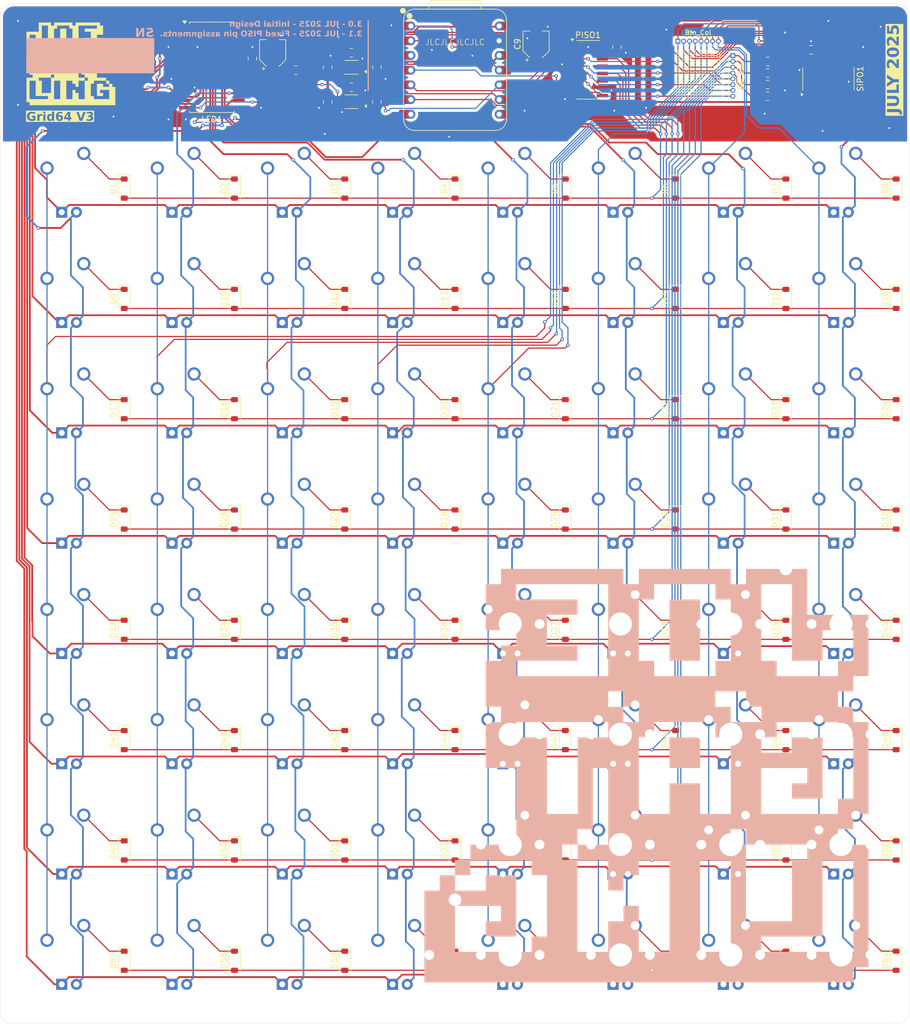
<source format=kicad_pcb>
(kicad_pcb (version 20241229) (generator "pcbnew") (generator_version "9.0")
  (layers (0 "F.Cu" signal) (2 "B.Cu" signal) (13 "F.Paste" user) (15 "B.Paste" user) (5 "F.SilkS" user "F.Silkscreen") (7 "B.SilkS" user "B.Silkscreen") (1 "F.Mask" user) (3 "B.Mask" user) (25 "Edge.Cuts" user))
  (net 0 "")
  (net 1 "Row0")
  (net 3 "Net-(D1-K)")
  (net 4 "Net-(D2-K)")
  (net 5 "Net-(D3-K)")
  (net 6 "Net-(D4-K)")
  (net 7 "Net-(D5-K)")
  (net 8 "Net-(D6-K)")
  (net 9 "Net-(D7-K)")
  (net 10 "Net-(D8-K)")
  (net 11 "Row1")
  (net 12 "Net-(D9-K)")
  (net 13 "Net-(D10-K)")
  (net 14 "Net-(D11-K)")
  (net 15 "Net-(D12-K)")
  (net 16 "Net-(D13-K)")
  (net 17 "Net-(D14-K)")
  (net 18 "Net-(D15-K)")
  (net 19 "Row2")
  (net 20 "Net-(D16-K)")
  (net 21 "Row3")
  (net 22 "Net-(D17-K)")
  (net 23 "Net-(D18-K)")
  (net 24 "Net-(D19-K)")
  (net 25 "Net-(D20-K)")
  (net 26 "Net-(D21-K)")
  (net 27 "Net-(D22-K)")
  (net 28 "Net-(D23-K)")
  (net 29 "Net-(D24-K)")
  (net 30 "Net-(D25-K)")
  (net 31 "Net-(D26-K)")
  (net 32 "Net-(D27-K)")
  (net 33 "Net-(D28-K)")
  (net 34 "Net-(D29-K)")
  (net 35 "Net-(D30-K)")
  (net 36 "Net-(D31-K)")
  (net 37 "Net-(D32-K)")
  (net 38 "Net-(D33-K)")
  (net 39 "Row5")
  (net 40 "Net-(D34-K)")
  (net 41 "Net-(D35-K)")
  (net 42 "Net-(D36-K)")
  (net 43 "Net-(D37-K)")
  (net 44 "Net-(D38-K)")
  (net 45 "Net-(D39-K)")
  (net 46 "Net-(D40-K)")
  (net 47 "Net-(D41-K)")
  (net 48 "Net-(D42-K)")
  (net 49 "Net-(D43-K)")
  (net 50 "Net-(D44-K)")
  (net 51 "Net-(D45-K)")
  (net 52 "Net-(D46-K)")
  (net 53 "Net-(D47-K)")
  (net 54 "Net-(D48-K)")
  (net 55 "Row6")
  (net 56 "Row7")
  (net 57 "Net-(D49-K)")
  (net 58 "Net-(D50-K)")
  (net 59 "Net-(D51-K)")
  (net 60 "Net-(D52-K)")
  (net 61 "Net-(D53-K)")
  (net 62 "Net-(D54-K)")
  (net 63 "Net-(D55-K)")
  (net 64 "Net-(D56-K)")
  (net 65 "Net-(D57-K)")
  (net 66 "Net-(D58-K)")
  (net 67 "Net-(D59-K)")
  (net 68 "Net-(D60-K)")
  (net 69 "Net-(D61-K)")
  (net 70 "Net-(D62-K)")
  (net 71 "Net-(D63-K)")
  (net 74 "Col0")
  (net 75 "Col1")
  (net 76 "Col2")
  (net 77 "Col3")
  (net 78 "Col4")
  (net 79 "Col5")
  (net 80 "Col6")
  (net 81 "Col7")
  (net 83 "LED_Col0")
  (net 84 "LED_Row0")
  (net 85 "LED_Col1")
  (net 86 "LED_Col2")
  (net 87 "LED_Col3")
  (net 88 "LED_Col4")
  (net 89 "LED_Col5")
  (net 90 "LED_Col6")
  (net 91 "LED_Col7")
  (net 92 "LED_Row1")
  (net 93 "LED_Row2")
  (net 94 "LED_Row3")
  (net 95 "LED_Row4")
  (net 96 "LED_Row5")
  (net 97 "LED_Row6")
  (net 98 "LED_Row7")
  (net 99 "Row4")
  (net 100 "GND")
  (net 101 "+3V3")
  (net 102 "CLK")
  (net 103 "MAX_LOAD")
  (net 104 "MOSI")
  (net 105 "Net-(LED1-ISET)")
  (net 106 "+5V")
  (net 107 "PISO_LOAD")
  (net 108 "PISO_CLOCK")
  (net 109 "PISO_DATA")
  (net 110 "SIPO_CLEAR")
  (net 111 "SIPO_DATA")
  (net 112 "SIPO_CLOCK")
  (net 117 "MAX_LOAD_5")
  (net 118 "CLK_5")
  (net 119 "MOSI_5")
  (net 120 "Net-(U2-DIR)")
  (net 121 "Net-(U3-DIR)")
  (net 123 "Net-(D64-K)")
  (footprint "Diode_SMD:D_SOD-123" (layer "F.Cu") (at 164.6238 158.3212 -90)
    (property "Reference" "D47")
    (property "Value" "1N4148W" (hide yes))
  )
  (footprint "Diode_SMD:D_SOD-123" (layer "F.Cu") (at 145.5738 120.2212 -90)
    (property "Reference" "D30")
    (property "Value" "1N4148W" (hide yes))
  )
  (footprint "Switch_Misc:MX-LED" (layer "F.Cu") (at 136.0488 81.1212)
    (property "Reference" "L14")
    (property "Value" "LED")
  )
  (footprint "MX_Solderable:MX-Solderable-1U_Mod" (layer "F.Cu") (at 97.9488 195.4212)
    (property "Reference" "S60")
    (property "Value" "Keyswitch")
  )
  (footprint "MX_Solderable:MX-Solderable-1U_Mod" (layer "F.Cu") (at 136.0488 100.1712)
    (property "Reference" "S22")
    (property "Value" "Keyswitch")
  )
  (footprint "MX_Solderable:MX-Solderable-1U_Mod" (layer "F.Cu") (at 136.0488 138.2712)
    (property "Reference" "S38")
    (property "Value" "Keyswitch")
  )
  (footprint "Switch_Misc:MX-LED" (layer "F.Cu") (at 97.9488 176.3712)
    (property "Reference" "L52")
    (property "Value" "LED")
  )
  (footprint "MX_Solderable:MX-Solderable-1U_Mod" (layer "F.Cu") (at 78.8988 157.3212)
    (property "Reference" "S43")
    (property "Value" "Keyswitch")
  )
  (footprint "Switch_Misc:MX-LED" (layer "F.Cu") (at 136.0488 100.1712)
    (property "Reference" "L22")
    (property "Value" "LED")
  )
  (footprint "Diode_SMD:D_SOD-123" (layer "F.Cu") (at 88.4238 63.0712 -90)
    (property "Reference" "D3")
    (property "Value" "1N4148W" (hide yes))
  )
  (footprint "MX_Solderable:MX-Solderable-1U_Mod" (layer "F.Cu") (at 174.1488 62.0712)
    (property "Reference" "S8")
    (property "Value" "Keyswitch")
  )
  (footprint "Diode_SMD:D_SOD-123" (layer "F.Cu") (at 69.3738 82.1212 -90)
    (property "Reference" "D10")
    (property "Value" "1N4148W" (hide yes))
  )
  (footprint "Resistor_SMD:R_0805_2012Metric" (layer "F.Cu") (at 89.573725 39.615)
    (property "Reference" "R2" (hide yes))
    (property "Value" "10K" (hide yes))
  )
  (footprint "Diode_SMD:D_SOD-123" (layer "F.Cu") (at 183.6738 63.0712 -90)
    (property "Reference" "D8")
    (property "Value" "1N4148W" (hide yes))
  )
  (footprint "Diode_SMD:D_SOD-123" (layer "F.Cu") (at 107.4738 120.2212 -90)
    (property "Reference" "D28")
    (property "Value" "1N4148W" (hide yes))
  )
  (footprint "MX_Solderable:MX-Solderable-1U_Mod" (layer "F.Cu") (at 78.8988 138.2712)
    (property "Reference" "S35")
    (property "Value" "Keyswitch")
  )
  (footprint "MX_Solderable:MX-Solderable-1U_Mod" (layer "F.Cu") (at 40.7988 176.3712)
    (property "Reference" "S49")
    (property "Value" "Keyswitch")
  )
  (footprint "Switch_Misc:MX-LED" (layer "F.Cu") (at 174.1488 195.4212)
    (property "Reference" "L64")
    (property "Value" "LED")
  )
  (footprint "MX_Solderable:MX-Solderable-1U_Mod" (layer "F.Cu") (at 40.7988 81.1212)
    (property "Reference" "S9")
    (property "Value" "Keyswitch")
  )
  (footprint "Connector_PinHeader_1.00mm:PinHeader_1x08_P1.00mm_Vertical" (layer "F.Cu") (at 155.473725 40.115)
    (property "Reference" "J3" (hide yes))
    (property "Value" "Btn_Row")
  )
  (footprint "Switch_Misc:MX-LED" (layer "F.Cu") (at 59.8488 119.2212)
    (property "Reference" "L26")
    (property "Value" "LED")
  )
  (footprint "Diode_SMD:D_SOD-123" (layer "F.Cu") (at 88.4238 158.3212 -90)
    (property "Reference" "D43")
    (property "Value" "1N4148W" (hide yes))
  )
  (footprint "Resistor_SMD:R_0805_2012Metric" (layer "F.Cu") (at 161.473725 47.115 180)
    (property "Reference" "R7" (hide yes))
    (property "Value" "100K" (hide yes))
  )
  (footprint "Switch_Misc:MX-LED" (layer "F.Cu") (at 97.9488 157.3212)
    (property "Reference" "L44")
    (property "Value" "LED")
  )
  (footprint "MX_Solderable:MX-Solderable-1U_Mod" (layer "F.Cu") (at 116.9988 62.0712)
    (property "Reference" "S5")
    (property "Value" "Keyswitch")
  )
  (footprint "Capacitor_SMD:C_0805_2012Metric" (layer "F.Cu") (at 85.473725 48.115 -90)
    (property "Reference" "C2" (hide yes))
    (property "Value" "0.1uF")
  )
  (footprint "MountingHole:MountingHole_2.2mm_M2" (layer "F.Cu") (at 107.4738 128.7462)
    (property "Reference" "H5" (hide yes))
    (property "Value" "MountingHole_2.2mm_M2" (hide yes))
  )
  (footprint "Switch_Misc:MX-LED" (layer "F.Cu") (at 155.0988 62.0712)
    (property "Reference" "L7")
    (property "Value" "LED")
  )
  (footprint "MountingHole:MountingHole_2.2mm_M2" (layer "F.Cu") (at 50.3238 71.5962)
    (property "Reference" "H1" (hide yes))
    (property "Value" "MountingHole_2.2mm_M2" (hide yes))
  )
  (footprint "Diode_SMD:D_SOD-123" (layer "F.Cu") (at 69.3738 196.4212 -90)
    (property "Reference" "D58")
    (property "Value" "1N4148W" (hide yes))
  )
  (footprint "Resistor_SMD:R_0805_2012Metric" (layer "F.Cu") (at 79.973725 42.615 180)
    (property "Reference" "R1" (hide yes))
    (property "Value" "20k" (hide yes))
  )
  (footprint "Package_SO:VSSOP-8_2.3x2mm_P0.5mm" (layer "F.Cu") (at 89.573725 48.065 180)
    (property "Reference" "U3" (hide yes))
    (property "Value" "74LVC2T45DC" (hide yes))
  )
  (footprint "Switch_Misc:MX-LED" (layer "F.Cu") (at 136.0488 62.0712)
    (property "Reference" "L6")
    (property "Value" "LED")
  )
  (footprint "Diode_SMD:D_SOD-123" (layer "F.Cu") (at 126.5238 158.3212 -90)
    (property "Reference" "D45")
    (property "Value" "1N4148W" (hide yes))
  )
  (footprint "MountingHole:MountingHole_2.2mm_M2" (layer "F.Cu") (at 164.6238 71.5962)
    (property "Reference" "H3" (hide yes))
    (property "Value" "MountingHole_2.2mm_M2" (hide yes))
  )
  (footprint "Diode_SMD:D_SOD-123" (layer "F.Cu") (at 126.5238 63.0712 -90)
    (property "Reference" "D5")
    (property "Value" "1N4148W" (hide yes))
  )
  (footprint "Switch_Misc:MX-LED" (layer "F.Cu") (at 78.8988 176.3712)
    (property "Reference" "L51")
    (property "Value" "LED")
  )
  (footprint "MX_Solderable:MX-Solderable-1U_Mod" (layer "F.Cu") (at 78.8988 119.2212)
    (property "Reference" "S27")
    (property "Value" "Keyswitch")
  )
  (footprint "Capacitor_SMD:C_0805_2012Metric" (layer "F.Cu") (at 93.973725 48.065 90)
    (property "Reference" "C1" (hide yes))
    (property "Value" "0.1uF")
  )
  (footprint "Diode_SMD:D_SOD-123" (layer "F.Cu") (at 107.4738 139.2712 -90)
    (property "Reference" "D36")
    (property "Value" "1N4148W" (hide yes))
  )
  (footprint "MX_Solderable:MX-Solderable-1U_Mod" (layer "F.Cu") (at 97.9488 81.1212)
    (property "Reference" "S12")
    (property "Value" "Keyswitch")
  )
  (footprint "Switch_Misc:MX-LED" (layer "F.Cu") (at 155.0988 119.2212)
    (property "Reference" "L31")
    (property "Value" "LED")
  )
  (footprint "Diode_SMD:D_SOD-123" (layer "F.Cu") (at 88.4238 196.4212 -90)
    (property "Reference" "D59")
    (property "Value" "1N4148W" (hide yes))
  )
  (footprint "Switch_Misc:MX-LED" (layer "F.Cu") (at 155.0988 176.3712)
    (property "Reference" "L55")
    (property "Value" "LED")
  )
  (footprint "Switch_Misc:MX-LED" (layer "F.Cu") (at 97.9488 195.4212)
    (property "Reference" "L60")
    (property "Value" "LED")
  )
  (footprint "MX_Solderable:MX-Solderable-1U_Mod" (layer "F.Cu") (at 174.1488 138.2712)
    (property "Reference" "S40")
    (property "Value" "Keyswitch")
  )
  (footprint "Switch_Misc:MX-LED" (layer "F.Cu") (at 116.9988 195.4212)
    (property "Reference" "L61")
    (property "Value" "LED")
  )
  (footprint "MX_Solderable:MX-Solderable-1U_Mod" (layer "F.Cu") (at 40.7988 100.1712)
    (property "Reference" "S17")
    (property "Value" "Keyswitch")
  )
  (footprint "Switch_Misc:MX-LED" (layer "F.Cu") (at 59.8488 195.4212)
    (property "Reference" "L58")
    (property "Value" "LED")
  )
  (footprint "MX_Solderable:MX-Solderable-1U_Mod" (layer "F.Cu") (at 59.8488 100.1712)
    (property "Reference" "S18")
    (property "Value" "Keyswitch")
  )
  (footprint "MX_Solderable:MX-Solderable-1U_Mod" (layer "F.Cu") (at 174.1488 81.1212)
    (property "Reference" "S16")
    (property "Value" "Keyswitch")
  )
  (footprint "Diode_SMD:D_SOD-123" (layer "F.Cu") (at 69.3738 101.1712 -90)
    (property "Reference" "D18")
    (property "Value" "1N4148W" (hide yes))
  )
  (footprint "Diode_SMD:D_SOD-123" (layer "F.Cu") (at 145.5738 63.0712 -90)
    (property "Reference" "D6")
    (property "Value" "1N4148W" (hide yes))
  )
  (footprint "Switch_Misc:MX-LED" (layer "F.Cu") (at 78.8988 62.0712)
    (property "Reference" "L3")
    (property "Value" "LED")
  )
  (footprint "MX_Solderable:MX-Solderable-1U_Mod" (layer "F.Cu") (at 40.7988 119.2212)
    (property "Reference" "S25")
    (property "Value" "Keyswitch")
  )
  (footprint "MX_Solderable:MX-Solderable-1U_Mod" (layer "F.Cu") (at 116.9988 195.4212)
    (property "Reference" "S61")
    (property "Value" "Keyswitch")
  )
  (footprint "MX_Solderable:MX-Solderable-1U_Mod" (layer "F.Cu") (at 59.8488 195.4212)
    (property "Reference" "S58")
    (property "Value" "Keyswitch")
  )
  (footprint "MX_Solderable:MX-Solderable-1U_Mod" (layer "F.Cu") (at 155.0988 119.2212)
    (property "Reference" "S31")
    (property "Value" "Keyswitch")
  )
  (footprint "Switch_Misc:MX-LED" (layer "F.Cu") (at 40.7988 62.0712)
    (property "Reference" "L1")
    (property "Value" "LED")
  )
  (footprint "Switch_Misc:MX-LED" (layer "F.Cu") (at 174.1488 62.0712)
    (property "Reference" "L8")
    (property "Value" "LED")
  )
  (footprint "Diode_SMD:D_SOD-123" (layer "F.Cu") (at 88.4238 120.2212 -90)
    (property "Reference" "D27")
    (property "Value" "1N4148W" (hide yes))
  )
  (footprint "Switch_Misc:MX-LED" (layer "F.Cu") (at 136.0488 176.3712)
    (property "Reference" "L54")
    (property "Value" "LED")
  )
  (footprint "MX_Solderable:MX-Solderable-1U_Mod" (layer "F.Cu") (at 174.1488 119.2212)
    (property "Reference" "S32")
    (property "Value" "Keyswitch")
  )
  (footprint "MX_Solderable:MX-Solderable-1U_Mod" (layer "F.Cu") (at 40.7988 157.3212)
    (property "Reference" "S41")
    (property "Value" "Keyswitch")
  )
  (footprint "Capacitor_SMD:C_0805_2012Metric" (layer "F.Cu") (at 85.473725 42.115 90)
    (property "Reference" "C7" (hide yes))
    (property "Value" "0.1uF")
  )
  (footprint "Switch_Misc:MX-LED" (layer "F.Cu") (at 136.0488 119.2212)
    (property "Reference" "L30")
    (property "Value" "LED")
  )
  (footprint "Switch_Misc:MX-LED" (layer "F.Cu") (at 59.8488 100.1712)
    (property "Reference" "L18")
    (property "Value" "LED")
  )
  (footprint "Diode_SMD:D_SOD-123" (layer "F.Cu") (at 88.4238 177.3712 -90)
    (property "Reference" "D51")
    (property "Value" "1N4148W" (hide yes))
  )
  (footprint "MountingHole:MountingHole_2.2mm_M2" (layer "F.Cu") (at 107.4738 71.5962)
    (property "Reference" "H2" (hide yes))
    (property "Value" "MountingHole_2.2mm_M2" (hide yes))
  )
  (footprint "MountingHole:MountingHole_2.2mm_M2" (layer "F.Cu") (at 50.3238 128.7462)
    (property "Reference" "H4" (hide yes))
    (property "Value" "MountingHole_2.2mm_M2" (hide yes))
  )
  (footprint "Switch_Misc:MX-LED" (layer "F.Cu") (at 40.7988 81.1212)
    (property "Reference" "L9")
    (property "Value" "LED")
  )
  (footprint "Diode_SMD:D_SOD-123" (layer "F.Cu") (at 88.4238 101.1712 -90)
    (property "Reference" "D19")
    (property "Value" "1N4148W" (hide yes))
  )
  (footprint "Diode_SMD:D_SOD-123" (layer "F.Cu") (at 69.3738 158.3212 -90)
    (property "Reference" "D42")
    (property "Value" "1N4148W" (hide yes))
  )
  (footprint "MountingHole:MountingHole_2.2mm_M2" (layer "F.Cu") (at 50.3238 185.8962)
    (property "Reference" "H7" (hide yes))
    (property "Value" "MountingHole_2.2mm_M2" (hide yes))
  )
  (footprint "Diode_SMD:D_SOD-123" (layer "F.Cu") (at 126.5238 139.2712 -90)
    (property "Reference" "D37")
    (property "Value" "1N4148W" (hide yes))
  )
  (footprint "Switch_Misc:MX-LED" (layer "F.Cu") (at 97.9488 100.1712)
    (property "Reference" "L20")
    (property "Value" "LED")
  )
  (footprint "Resistor_SMD:R_0805_2012Metric" (layer "F.Cu") (at 161.473725 43.115 180)
    (property "Reference" "R5" (hide yes))
    (property "Value" "100K" (hide yes))
  )
  (footprint "Diode_SMD:D_SOD-123" (layer "F.Cu") (at 69.3738 139.2712 -90)
    (property "Reference" "D34")
    (property "Value" "1N4148W" (hide yes))
  )
  (footprint "Switch_Misc:MX-LED" (layer "F.Cu") (at 59.8488 138.2712)
    (property "Reference" "L34")
    (property "Value" "LED")
  )
  (footprint "Diode_SMD:D_SOD-123" (layer "F.Cu") (at 69.3738 177.3712 -90)
    (property "Reference" "D50")
    (property "Value" "1N4148W" (hide yes))
  )
  (footprint "Switch_Misc:MX-LED" (layer "F.Cu") (at 174.1488 119.2212)
    (property "Reference" "L32")
    (property "Value" "LED")
  )
  (footprint "Diode_SMD:D_SOD-123" (layer "F.Cu") (at 88.4238 139.2712 -90)
    (property "Reference" "D35")
    (property "Value" "1N4148W" (hide yes))
  )
  (footprint "Switch_Misc:MX-LED" (layer "F.Cu") (at 78.8988 119.2212)
    (property "Reference" "L27")
    (property "Value" "LED")
  )
  (footprint "Capacitor_SMD:CP_Elec_4x5.3" (layer "F.Cu") (at 121.473725 38.115 90)
    (property "Reference" "C9")
    (property "Value" "10uF")
  )
  (footprint "MX_Solderable:MX-Solderable-1U_Mod" (layer "F.Cu") (at 78.8988 176.3712)
    (property "Reference" "S51")
    (property "Value" "Keyswitch")
  )
  (footprint "Switch_Misc:MX-LED" (layer "F.Cu") (at 40.7988 195.4212)
    (property "Reference" "L57")
    (property "Value" "LED")
  )
  (footprint "MX_Solderable:MX-Solderable-1U_Mod" (layer "F.Cu") (at 155.0988 62.0712)
    (property "Reference" "S7")
    (property "Value" "Keyswitch")
  )
  (footprint "MX_Solderable:MX-Solderable-1U_Mod" (layer "F.Cu") (at 116.9988 138.2712)
    (property "Reference" "S37")
    (property "Value" "Keyswitch")
  )
  (footprint "Switch_Misc:MX-LED" (layer "F.Cu") (at 78.8988 157.3212)
    (property "Reference" "L43")
    (property "Value" "LED")
  )
  (footprint "Capacitor_SMD:C_0805_2012Metric" (layer "F.Cu") (at 72.473725 40.615 90)
    (property "Reference" "C5" (hide yes))
    (property "Value" "0.1uF" (hide yes))
  )
  (footprint "Diode_SMD:D_SOD-123" (layer "F.Cu") (at 126.5238 101.1712 -90)
    (property "Reference" "D21")
    (property "Value" "1N4148W" (hide yes))
  )
  (footprint "MX_Solderable:MX-Solderable-1U_Mod" (layer "F.Cu") (at 136.0488 81.1212)
    (property "Reference" "S14")
    (property "Value" "Keyswitch")
  )
  (footprint "Resistor_SMD:R_0805_2012Metric" (layer "F.Cu") (at 89.573725 45.565)
    (property "Reference" "R3" (hide yes))
    (property "Value" "10K" (hide yes))
  )
  (footprint "Switch_Misc:MX-LED" (layer "F.Cu") (at 59.8488 62.0712)
    (property "Reference" "L2")
    (property "Value" "LED")
  )
  (footprint "MX_Solderable:MX-Solderable-1U_Mod" (layer "F.Cu") (at 40.7988 62.0712)
    (property "Reference" "S1")
    (property "Value" "Keyswitch")
  )
  (footprint "Diode_SMD:D_SOD-123" (layer "F.Cu") (at 107.4738 158.3212 -90)
    (property "Reference" "D44")
    (property "Value" "1N4148W" (hide yes))
  )
  (footprint "Switch_Misc:MX-LED" (layer "F.Cu") (at 40.7988 138.2712)
    (property "Reference" "L33")
    (property "Value" "LED")
  )
  (footprint "Diode_SMD:D_SOD-123" (layer "F.Cu") (at 50.3238 158.3212 -90)
    (property "Reference" "D41")
    (property "Value" "1N4148W" (hide yes))
  )
  (footprint "Switch_Misc:MX-LED" (layer "F.Cu") (at 136.0488 195.4212)
    (property "Reference" "L62")
    (property "Value" "LED")
  )
  (footprint "MX_Solderable:MX-Solderable-1U_Mod" (layer "F.Cu") (at 59.8488 138.2712)
    (property "Reference" "S34")
    (property "Value" "Keyswitch")
  )
  (footprint "Diode_SMD:D_SOD-123" (layer "F.Cu") (at 145.5738 177.3712 -90)
    (property "Reference" "D54")
    (property "Value" "1N4148W" (hide yes))
  )
  (footprint "MX_Solderable:MX-Solderable-1U_Mod" (layer "F.Cu") (at 59.8488 62.0712)
    (property "Reference" "S2")
    (property "Value" "Keyswitch")
  )
  (footprint "MX_Solderable:MX-Solderable-1U_Mod" (layer "F.Cu") (at 155.0988 195.4212)
    (property "Reference" "S63")
    (property "Value" "Keyswitch")
  )
  (footprint "MX_Solderable:MX-Solderable-1U_Mod" (layer "F.Cu") (at 97.9488 100.1712)
    (property "Reference" "S20")
    (property "Value" "Keyswitch")
  )
  (footprint "MX_Solderable:MX-Solderable-1U_Mod" (layer "F.Cu") (at 116.9988 81.1212)
    (property "Reference" "S13")
    (property "Value" "Keyswitch")
  )
  (footprint "Switch_Misc:MX-LED" (layer "F.Cu") (at 40.7988 157.3212)
    (property "Reference" "L41")
    (property "Value" "LED")
  )
  (footprint "Package_SO:SOIC-24W_7.5x15.4mm_P1.27mm" (layer "F.Cu") (at 65.473725 42.115)
    (property "Reference" "LED1")
    (property "Value" "MAX7219")
  )
  (footprint "Switch_Misc:MX-LED" (layer "F.Cu") (at 78.8988 100.1712)
    (property "Reference" "L19")
    (property "Value" "LED")
  )
  (footprint "Resistor_SMD:R_0805_2012Metric" (layer "F.Cu") (at 161.473725 45.115 180)
    (property "Reference" "R6" (hide yes))
    (property "Value" "100K" (hide yes))
  )
  (footprint "Switch_Misc:MX-LED" (layer "F.Cu") (at 59.8488 157.3212)
    (property "Reference" "L42")
    (property "Value" "LED")
  )
  (footprint "Diode_SMD:D_SOD-123" (layer "F.Cu") (at 50.3238 196.4212 -90)
    (property "Reference" "D57")
    (property "Value" "1N4148W" (hide yes))
  )
  (footprint "Diode_SMD:D_SOD-123" (layer "F.Cu") (at 50.3238 139.2712 -90)
    (property "Reference" "D33")
    (property "Value" "1N4148W" (hide yes))
  )
  (footprint "MX_Solderable:MX-Solderable-1U_Mod" (layer "F.Cu") (at 78.8988 62.0712)
    (property "Reference" "S3")
    (property "Value" "Keyswitch")
  )
  (footprint "Diode_SMD:D_SOD-123" (layer "F.Cu") (at 145.5738 196.4212 -90)
    (property "Reference" "D62")
    (property "Value" "1N4148W" (hide yes))
  )
  (footprint "Diode_SMD:D_SOD-123" (layer "F.Cu") (at 164.6238 82.1212 -90)
    (property "Reference" "D15")
    (property "Value" "1N4148W" (hide yes))
  )
  (footprint "Switch_Misc:MX-LED" (layer "F.Cu") (at 116.9988 62.0712)
    (property "Reference" "L5")
    (property "Value" "LED")
  )
  (footprint "Switch_Misc:MX-LED" (layer "F.Cu") (at 78.8988 81.1212)
    (property "Reference" "L11")
    (property "Value" "LED")
  )
  (footprint "Switch_Misc:MX-LED" (layer "F.Cu") (at 40.7988 176.3712)
    (property "Reference" "L49")
    (property "Value" "LED")
  )
  (footprint "Switch_Misc:MX-LED" (layer "F.Cu") (at 174.1488 81.1212)
    (property "Reference" "L16")
    (property "Value" "LED")
  )
  (footprint "Connector_PinHeader_1.00mm:PinHeader_1x08_P1.00mm_Vertical" (layer "F.Cu") (at 145.973725 37.615 90)
    (property "Reference" "J4" (hide yes))
    (property "Value" "Btn_Col")
  )
  (footprint "Switch_Misc:MX-LED" (layer "F.Cu") (at 174.1488 100.1712)
    (property "Reference" "L24")
    (property "Value" "LED")
  )
  (footprint "MX_Solderable:MX-Solderable-1U_Mod" (layer "F.Cu") (at 174.1488 176.3712)
    (property "Reference" "S56")
    (property "Value" "Keyswitch")
  )
  (footprint "MX_Solderable:MX-Solderable-1U_Mod" (layer "F.Cu") (at 97.9488 176.3712)
    (property "Reference" "S52")
    (property "Value" "Keyswitch")
  )
  (footprint "Diode_SMD:D_SOD-123" (layer "F.Cu") (at 164.6238 63.0712 -90)
    (property "Reference" "D7")
    (property "Value" "1N4148W" (hide yes))
  )
  (footprint "MX_Solderable:MX-Solderable-1U_Mod" (layer "F.Cu") (at 155.0988 100.1712)
    (property "Reference" "S23")
    (property "Value" "Keyswitch")
  )
  (footprint "Capacitor_SMD:CP_Elec_4x5.3" (layer "F.Cu") (at 75.973725 39.615 90)
    (property "Reference" "C8" (hide yes))
    (property "Value" "10uF")
  )
  (footprint "Switch_Misc:MX-LED" (layer "F.Cu") (at 59.8488 176.3712)
    (property "Reference" "L50")
    (property "Value" "LED")
  )
  (footprint "Switch_Misc:MX-LED" (layer "F.Cu") (at 59.8488 81.1212)
    (property "Reference" "L10")
    (property "Value" "LED")
  )
  (footprint "Switch_Misc:MX-LED" (layer "F.Cu") (at 116.9988 119.2212)
    (property "Reference" "L29")
    (property "Value" "LED")
  )
  (footprint "MX_Solderable:MX-Solderable-1U_Mod" (layer "F.Cu") (at 155.0988 176.3712)
    (property "Reference" "S55")
    (property "Value" "Keyswitch")
  )
  (footprint "Switch_Misc:MX-LED" (layer "F.Cu") (at 116.9988 157.3212)
    (property "Reference" "L45")
    (property "Value" "LED")
  )
  (footprint "Diode_SMD:D_SOD-123" (layer "F.Cu") (at 183.6738 177.3712 -90)
    (property "Reference" "D56")
    (property "Value" "1N4148W" (hide yes))
  )
  (footprint "Resistor_SMD:R_0805_2012Metric" (layer "F.Cu") (at 139.973725 45.115)
    (property "Reference" "R10" (hide yes))
    (property "Value" "100K" (hide yes))
  )
  (footprint "MX_Solderable:MX-Solderable-1U_Mod" (layer "F.Cu") (at 97.9488 138.2712)
    (property "Reference" "S36")
    (property "Value" "Keyswitch")
  )
  (footprint "MX_Solderable:MX-Solderable-1U_Mod" (layer "F.Cu") (at 174.1488 195.4212)
    (property "Reference" "S64")
    (property "Value" "Keyswitch")
  )
  (footprint "MX_Solderable:MX-Solderable-1U_Mod" (layer "F.Cu") (at 155.0988 138.2712)
    (property "Reference" "S39")
    (property "Value" "Keyswitch")
  )
  (footprint "Diode_SMD:D_SOD-123" (layer "F.Cu") (at 107.4738 63.0712 -90)
    (property "Reference" "D4")
    (property "Value" "1N4148W" (hide yes))
  )
  (footprint "Diode_SMD:D_SOD-123" (layer "F.Cu") (at 183.6738 120.2212 -90)
    (property "Reference" "D32")
    (property "Value" "1N4148W" (hide yes))
  )
  (footprint "MX_Solderable:MX-Solderable-1U_Mod" (layer "F.Cu") (at 116.9988 119.2212)
    (property "Reference" "S29")
    (property "Value" "Keyswitch")
  )
  (footprint "MX_Solderable:MX-Solderable-1U_Mod" (layer "F.Cu") (at 40.7988 195.4212)
    (property "Reference" "S57")
    (property "Value" "Keyswitch")
  )
  (footprint "Switch_Misc:MX-LED" (layer "F.Cu") (at 116.9988 138.2712)
    (property "Reference" "L37")
    (property "Value" "LED")
  )
  (footprint "MX_Solderable:MX-Solderable-1U_Mod" (layer "F.Cu") (at 78.8988 100.1712)
    (property "Reference" "S19")
    (property "Value" "Keyswitch")
  )
  (footprint "Diode_SMD:D_SOD-123" (layer "F.Cu") (at 126.5238 120.2212 -90)
    (property "Reference" "D29")
    (property "Value" "1N4148W" (hide yes))
  )
  (footprint "Switch_Misc:MX-LED" (layer "F.Cu") (at 174.1488 157.3212)
    (property "Reference" "L48")
    (property "Value" "LED")
  )
  (footprint "Capacitor_SMD:C_0805_2012Metric" (layer "F.Cu") (at 135.448725 38.615 -90)
    (property "Reference" "C3" (hide yes))
    (property "Value" "0.1uF")
  )
  (footprint "Switch_Misc:MX-LED" (layer "F.Cu") (at 116.9988 81.1212)
    (property "Reference" "L13")
    (property "Value" "LED")
  )
  (footprint "Diode_SMD:D_SOD-123" (layer "F.Cu") (at 50.3238 82.1212 -90)
    (property "Reference" "D9")
    (property "Value" "1N4148W" (hide yes))
  )
  (footprint "MountingHole:MountingHole_2.2mm_M2" (layer "F.Cu") (at 107.4738 185.8962)
    (property "Reference" "H8" (hide yes))
    (property "Value" "MountingHole_2.2mm_M2" (hide yes))
  )
  (footprint "MX_Solderable:MX-Solderable-1U_Mod" (layer "F.Cu") (at 136.0488 119.2212)
    (property "Reference" "S30")
    (property "Value" "Keyswitch")
  )
  (footprint "Diode_SMD:D_SOD-123" (layer "F.Cu") (at 107.4738 101.1712 -90)
    (property "Reference" "D20")
    (property "Value" "1N4148W" (hide yes))
  )
  (footprint "MX_Solderable:MX-Solderable-1U_Mod" (layer "F.Cu") (at 174.1488 100.1712)
    (property "Reference" "S24")
    (property "Value" "Keyswitch")
  )
  (footprint "Switch_Misc:MX-LED" (layer "F.Cu") (at 155.0988 81.1212)
    (property "Reference" "L15")
    (property "Value" "LED")
  )
  (footprint "MX_Solderable:MX-Solderable-1U_Mod" (layer "F.Cu") (at 155.0988 157.3212)
    (property "Reference" "S47")
    (property "Value" "Keyswitch")
  )
  (footprint "Diode_SMD:D_SOD-123" (layer "F.Cu") (at 50.3238 120.2212 -90)
    (property "Reference" "D25")
    (property "Value" "1N4148W" (hide yes))
  )
  (footprint "Package_SO:SOIC-16_3.9x9.9mm_P1.27mm" (layer "F.Cu") (at 130.448725 42.56)
    (property "Reference" "PISO1")
    (property "Value" "74HC165")
  )
  (footprint "Capacitor_SMD:C_0805_2012Metric" (layer "F.Cu") (at 93.973725 42.115 90)
    (property "Reference" "C6" (hide yes))
    (property "Value" "0.1uF")
  )
  (footprint "Diode_SMD:D_SOD-123" (layer "F.Cu") (at 164.6238 139.2712 -90)
    (property "Reference" "D39")
    (property "Value" "1N4148W" (hide yes))
  )
  (footprint "Switch_Misc:MX-LED" (layer "F.Cu") (at 155.0988 138.2712)
    (property "Reference" "L39")
    (property "Value" "LED")
  )
  (footprint "Diode_SMD:D_SOD-123" (layer "F.Cu") (at 145.5738 101.1712 -90)
    (property "Reference" "D22")
    (property "Value" "1N4148W" (hide yes))
  )
  (footprint "Switch_Misc:MX-LED" (layer "F.Cu") (at 78.8988 138.2712)
    (property "Reference" "L35")
    (property "Value" "LED")
  )
  (footprint "MX_Solderable:MX-Solderable-1U_Mod" (layer "F.Cu") (at 78.8988 195.4212)
    (property "Reference" "S59")
    (property "Value" "Keyswitch")
  )
  (footprint "MX_Solderable:MX-Solderable-1U_Mod" (layer "F.Cu") (at 136.0488 195.4212)
    (property "Reference" "S62")
    (property "Value" "Keyswitch")
  )
  (footprint "Diode_SMD:D_SOD-123" (layer "F.Cu") (at 183.6738 158.3212 -90)
    (property "Reference" "D48")
    (property "Value" "1N4148W" (hide yes))
  )
  (footprint "Resistor_SMD:R_0805_2012Metric" (layer "F.Cu") (at 161.473725 41.115 180)
    (property "Reference" "R4" (hide yes))
    (property "Value" "100K" (hide yes))
  )
  (footprint "Diode_SMD:D_SOD-123" (layer "F.Cu") (at 107.4738 82.1212 -90)
    (property "Reference" "D12")
    (property "Value" "1N4148W" (hide yes))
  )
  (footprint "MX_Solderable:MX-Solderable-1U_Mod" (layer "F.Cu") (at 155.0988 81.1212)
    (property "Reference" "S15")
    (property "Value" "Keyswitch")
  )
  (footprint "Diode_SMD:D_SOD-123" (layer "F.Cu") (at 183.6738 139.2712 -90)
    (property "Reference" "D40")
    (property "Value" "1N4148W" (hide yes))
  )
  (footprint "Diode_SMD:D_SOD-123" (layer "F.Cu") (at 69.3738 63.0712 -90)
    (property "Reference" "D2")
    (property "Value" "1N4148W" (hide yes))
  )
  (footprint "Diode_SMD:D_SOD-123" (layer "F.Cu") (at 126.5238 177.3712 -90)
    (property "Reference" "D53")
    (property "Value" "1N4148W" (hide yes))
  )
  (footprint "MX_Solderable:MX-Solderable-1U_Mod" (layer "F.Cu") (at 136.0488 157.3212)
    (property "Reference" "S46")
    (property "Value" "Keyswitch")
  )
  (footprint "Package_SO:SOIC-14_3.9x8.7mm_P1.27mm" (layer "F.Cu") (at 171.973725 44.115 90)
    (property "Reference" "SIPO1")
    (property "Value" "74HC164")
  )
  (footprint "MountingHole:MountingHole_2.2mm_M2" (layer "F.Cu") (at 164.6238 128.7462)
    (property "Reference" "H6" (hide yes))
    (property "Value" "MountingHole_2.2mm_M2" (hide yes))
  )
  (footprint "Diode_SMD:D_SOD-123" (layer "F.Cu") (at 164.6238 120.2212 -90)
    (property "Reference" "D31")
    (property "Value" "1N4148W" (hide yes))
  )
  (footprint "MX_Solderable:MX-Solderable-1U_Mod" (layer "F.Cu") (at 97.9488 62.0712)
    (property "Reference" "S4")
    (property "Value" "Keyswitch")
  )
  (footprint "MX_Solderable:MX-Solderable-1U_Mod" (layer "F.Cu") (at 116.9988 100.1712)
    (property "Reference" "S21")
    (property "Value" "Keyswitch")
  )
  (footprint "MX_Solderable:MX-Solderable-1U_Mod" (layer "F.Cu") (at 97.9488 119.2212)
    (property "Reference" "S28")
    (property "Value" "Keyswitch")
  )
  (footprint "Diode_SMD:D_SOD-123" (layer "F.Cu") (at 145.5738 82.1212 -90)
    (property "Reference" "D14")
    (property "Value" "1N4148W" (hide yes))
  )
  (footprint "MX_Solderable:MX-Solderable-1U_Mod" (layer "F.Cu") (at 97.9488 157.3212)
    (property "Reference" "S44")
    (property "Value" "Keyswitch")
  )
  (footprint "Resistor_SMD:R_0805_2012Metric" (layer "F.Cu") (at 139.973725 47.115)
    (property "Reference" "R11" (hide yes))
    (property "Value" "100K" (hide yes))
  )
  (footprint "Resistor_SMD:R_0805_2012Metric" (layer "F.Cu") (at 139.973725 41.115)
    (property "Reference" "R8" (hide yes))
    (property "Value" "100K" (hide yes))
  )
  (footprint "Switch_Misc:MX-LED" (layer "F.Cu") (at 78.8988 195.4212)
    (property "Reference" "L59")
    (property "Value" "LED")
  )
  (footprint "Switch_Misc:MX-LED" (layer "F.Cu") (at 155.0988 157.3212)
    (property "Reference" "L47")
    (property "Value" "LED")
  )
  (footprint "Switch_Misc:MX-LED" (layer "F.Cu") (at 174.1488 138.2712)
    (property "Reference" "L40")
    (property "Value" "LED")
  )
  (footprint "Diode_SMD:D_SOD-123" (layer "F.Cu") (at 183.6738 196.4212 -90)
    (property "Reference" "D64")
    (property "Value" "1N4148W" (hide yes))
  )
  (footprint "Diode_SMD:D_SOD-123" (layer "F.Cu") (at 107.4738 196.4212 -90)
    (property "Reference" "D60")
    (property "Value" "1N4148W" (hide yes))
  )
  (footprint "Diode_SMD:D_SOD-123" (layer "F.Cu") (at 164.6238 196.4212 -90)
    (property "Reference" "D63")
    (property "Value" "1N4148W" (hide yes))
  )
  (footprint "MX_Solderable:MX-Solderable-1U_Mod" (layer "F.Cu") (at 174.1488 157.3212)
    (property "Reference" "S48")
    (property "Value" "Keyswitch")
  )
  (footprint "Diode_SMD:D_SOD-123" (layer "F.Cu") (at 50.3238 101.1712 -90)
    (property "Reference" "D17")
    (property "Value" "1N4148W" (hide yes))
  )
  (footprint "MX_Solderable:MX-Solderable-1U_Mod" (layer "F.Cu") (at 40.7988 138.2712)
    (property "Reference" "S33")
    (property "Value" "Keyswitch")
  )
  (footprint "Diode_SMD:D_SOD-123" (layer "F.Cu") (at 183.6738 101.1712 -90)
    (property "Reference" "D24")
    (property "Value" "1N4148W" (hide yes))
  )
  (footprint "Switch_Misc:MX-LED" (layer "F.Cu") (at 97.9488 119.2212)
    (property "Reference" "L28")
    (property "Value" "LED")
  )
  (footprint "Switch_Misc:MX-LED" (layer "F.Cu") (at 40.7988 119.2212)
    (property "Reference" "L25")
    (property "Value" "LED")
  )
  (footprint "Switch_Misc:MX-LED" (layer "F.Cu") (at 97.9488 81.1212)
    (property "Reference" "L12")
    (property "Value" "LED")
  )
  (footprint "MX_Solderable:MX-Solderable-1U_Mod" (layer "F.Cu") (at 59.8488 81.1212)
    (property "Reference" "S10")
    (property "Value" "Keyswitch")
  )
  (footprint "MX_Solderable:MX-Solderable-1U_Mod" (layer "F.Cu") (at 116.9988 157.3212)
    (property "Reference" "S45")
    (property "Value" "Keyswitch")
  )
  (footprint "Diode_SMD:D_SOD-123" (layer "F.Cu") (at 126.5238 196.4212 -90)
    (property "Reference" "D61")
    (property "Value" "1N4148W" (hide yes))
  )
  (footprint "Resistor_SMD:R_0805_2012Metric" (layer "F.Cu") (at 139.973725 43.115)
    (property "Reference" "R9" (hide yes))
    (property "Value" "100K" (hide yes))
  )
  (footprint "Diode_SMD:D_SOD-123" (layer "F.Cu") (at 69.3738 120.2212 -90)
    (property "Reference" "D26")
    (property "Value" "1N4148W" (hide yes))
  )
  (footprint "Diode_SMD:D_SOD-123" (layer "F.Cu") (at 164.6238 101.1712 -90)
    (property "Reference" "D23")
    (property "Value" "1N4148W" (hide yes))
  )
  (footprint "MX_Solderable:MX-Solderable-1U_Mod" (layer "F.Cu") (at 116.9988 176.3712)
    (property "Reference" "S53")
    (property "Value" "Keyswitch")
  )
  (footprint "Switch_Misc:MX-LED" (layer "F.Cu") (at 116.9988 176.3712)
    (property "Reference" "L53")
    (property "Value" "LED")
  )
  (footprint "Diode_SMD:D_SOD-123" (layer "F.Cu") (at 145.5738 158.3212 -90)
    (property "Reference" "D46")
    (property "Value" "1N4148W" (hide yes))
  )
  (footprint "MX_Solderable:MX-Solderable-1U_Mod" (layer "F.Cu") (at 136.0488 176.3712)
    (property "Reference" "S54")
    (property "Value" "Keyswitch")
  )
  (footprint "Diode_SMD:D_SOD-123" (layer "F.Cu") (at 164.6238 177.3712 -90)
    (property "Reference" "D55")
    (property "Value" "1N4148W" (hide yes))
  )
  (footprint "Switch_Misc:MX-LED" (layer "F.Cu") (at 174.1488 176.3712)
    (property "Reference" "L56")
    (property "Value" "LED")
  )
  (footprint "Diode_SMD:D_SOD-123" (layer "F.Cu") (at 50.3238 177.3712 -90)
    (property "Reference" "D49")
    (property "Value" "1N4148W" (hide yes))
  )
  (footprint "MX_Solderable:MX-Solderable-1U_Mod" (layer "F.Cu") (at 78.8988 81.1212)
    (property "Reference" "S11")
    (property "Value" "Keyswitch")
  )
  (footprint "Switch_Misc:MX-LED" (layer "F.Cu") (at 136.0488 157.3212)
    (property "Reference" "L46")
    (property "Value" "LED")
  )
  (footprint "MX_Solderable:MX-Solderable-1U_Mod" (layer "F.Cu") (at 59.8488 157.3212)
    (property "Reference" "S42")
    (property "Value" "Keyswitch")
  )
  (footprint "Diode_SMD:D_SOD-123" (layer "F.Cu") (at 88.4238 82.1212 -90)
    (property "Reference" "D11")
    (property "Value" "1N4148W" (hide yes))
  )
  (footprint "MX_Solderable:MX-Solderable-1U_Mod" (layer "F.Cu") (at 59.8488 119.2212)
    (property "Reference" "S26")
    (property "Value" "Keyswitch")
  )
  (footprint "Switch_Misc:MX-LED" (layer "F.Cu") (at 155.0988 100.1712)
    (property "Reference" "L23")
    (property "Value" "LED")
  )
  (footprint "MountingHole:MountingHole_2.2mm_M2" (layer "F.Cu") (at 164.6238 185.8962)
    (property "Reference" "H9" (hide yes))
    (property "Value" "MountingHole_2.2mm_M2" (hide yes))
  )
  (footprint "Switch_Misc:MX-LED" (layer "F.Cu") (at 116.9988 100.1712)
    (property "Reference" "L21")
    (property "Value" "LED")
  )
  (footprint "Diode_SMD:D_SOD-123" (layer "F.Cu") (at 126.5238 82.1212 -90)
    (property "Reference" "D13")
    (property "Value" "1N4148W" (hide yes))
  )
  (footprint "Switch_Misc:MX-LED" (layer "F.Cu") (at 155.0988 195.4212)
    (property "Reference" "L63")
    (property "Value" "LED")
  )
  (footprint "Switch_Misc:MX-LED" (layer "F.Cu") (at 97.9488 138.2712)
    (property "Reference" "L36")
    (property "Value" "LED")
  )
  (footprint "Diode_SMD:D_SOD-123" (layer "F.Cu") (at 50.3238 63.0712 -90)
    (property "Reference" "D1")
    (property "Value" "1N4148W" (hide yes))
  )
  (footprint "Package_SO:VSSOP-8_2.3x2mm_P0.5mm" (layer "F.Cu") (at 89.573725 42.115 180)
    (property "Reference" "U2" (hide yes))
    (property "Value" "74LVC2T45DC" (hide yes))
  )
  (footprint "Switch_Misc:MX-LED" (layer "F.Cu") (at 40.7988 100.1712)
    (property "Reference" "L17")
    (property "Value" "LED")
  )
  (footprint "Seeed Studio XIAO Series Library:XIAO-ESP32C3-DIP" (layer "F.Cu") (at 107.593725 42.615)
    (property "Reference" "U1" (hide yes))
    (property "Value" "XIAO-ESP32-C3-DIP")
  )
  (footprint "Diode_SMD:D_SOD-123" (layer "F.Cu") (at 183.6738 82.1212 -90)
    (property "Reference" "D16")
    (property "Value" "1N4148W" (hide yes))
  )
  (footprint "Diode_SMD:D_SOD-123" (layer "F.Cu") (at 107.4738 177.3712 -90)
    (property "Reference" "D52")
    (property "Value" "1N4148W" (hide yes))
  )
  (footprint "Capacitor_SMD:C_0805_2012Metric" (layer "F.Cu") (at 168.973725 39.115)
    (property "Reference" "C4" (hide yes))
    (property "Value" "0.1uF")
  )
  (footprint "Switch_Misc:MX-LED" (layer "F.Cu") (at 136.0488 138.2712)
    (property "Reference" "L38")
    (property "Value" "LED")
  )
  (footprint "Diode_SMD:D_SOD-123" (layer "F.Cu") (at 145.5738 139.2712 -90)
    (property "Reference" "D38")
    (property "Value" "1N4148W" (hide yes))
  )
  (footprint "MX_Solderable:MX-Solderable-1U_Mod" (layer "F.Cu") (at 136.0488 62.0712)
    (property "Reference" "S6")
    (property "Value" "Keyswitch")
  )
  (footprint "MX_Solderable:MX-Solderable-1U_Mod" (layer "F.Cu") (at 59.8488 176.3712)
    (property "Reference" "S50")
    (property "Value" "Keyswitch")
  )
  (footprint "Switch_Misc:MX-LED" (layer "F.Cu") (at 97.9488 62.0712)
    (property "Reference" "L4")
    (property "Value" "LED")
  )
  (gr_rect (start 147.723725 40.865) (end 148.223725 41.365) (stroke (width 0.1)) (fill no) (layer "F.SilkS"))
  (gr_rect (start 145.723725 46.865) (end 146.223725 47.365) (stroke (width 0.1)) (fill no) (layer "F.SilkS"))
  (gr_rect (start 150.723725 45.865) (end 151.223725 46.365) (stroke (width 0.1)) (fill no) (layer "F.SilkS"))
  (gr_rect (start 147.723725 45.865) (end 148.223725 46.365) (stroke (width 0.1)) (fill no) (layer "F.SilkS"))
  (gr_rect (start 146.723725 40.865) (end 147.223725 41.365) (stroke (width 0.1)) (fill no) (layer "F.SilkS"))
  (gr_poly (pts (xy 37.677892 34.914996) (xy 38.207059 34.914996) (xy 38.207059 34.38583) (xy 41.382059 34.38583) (xy 41.382059 34.914996) (xy 41.911225 34.914996) (xy 41.911225 34.38583) (xy 46.144558 34.38583) (xy 46.144558 34.914996) (xy 46.673726 34.914996) (xy 46.673726 36.502499) (xy 45.615393 36.502499) (xy 45.615393 37.031665) (xy 46.144558 37.031665) (xy 46.144558 37.560832) (xy 46.673726 37.560832) (xy 46.673726 39.148332) (xy 46.144558 39.148332) (xy 46.144558 39.677499) (xy 46.673726 39.677499) (xy 46.673726 41.264999) (xy 45.615392 41.264999) (xy 45.615392 43.910832) (xy 47.202892 43.910832) (xy 47.202892 44.439997) (xy 47.732057 44.439997) (xy 47.732057 44.969163) (xy 47.202892 44.969163) (xy 47.202892 44.439999) (xy 45.086226 44.439999) (xy 45.086226 44.969164) (xy 44.557059 44.969164) (xy 44.557059 47.085832) (xy 45.086227 47.085832) (xy 45.086227 47.615) (xy 47.732059 47.615) (xy 47.732059 46.027498) (xy 46.144558 46.0275) (xy 46.144558 46.556666) (xy 46.673726 46.556664) (xy 46.673726 47.085832) (xy 45.615392 47.085832) (xy 45.615392 44.969164) (xy 46.673726 44.969164) (xy 46.673726 45.498332) (xy 47.732057 45.498332) (xy 47.732057 44.969164) (xy 48.261226 44.969164) (xy 48.261226 45.498332) (xy 48.790392 45.498332) (xy 48.790392 48.673332) (xy 33.973725 48.673332) (xy 33.973725 48.144163) (xy 33.444559 48.144163) (xy 33.444559 47.615) (xy 33.973725 47.615) (xy 37.148725 47.615) (xy 37.148725 47.614999) (xy 38.207059 47.614999) (xy 39.265393 47.614999) (xy 40.323725 47.614999) (xy 41.382058 47.614999) (xy 41.382058 46.027497) (xy 41.911225 46.027497) (xy 41.911225 46.556663) (xy 42.440392 46.556663) (xy 42.440392 47.614999) (xy 43.498725 47.614999) (xy 43.498725 44.439997) (xy 43.498726 44.439997) (xy 44.027891 44.439997) (xy 44.027891 43.910831) (xy 43.498726 43.910831) (xy 43.498726 44.439997) (xy 43.498725 44.439997) (xy 42.440392 44.439997) (xy 42.440392 45.498331) (xy 41.911225 45.498331) (xy 41.911225 44.969163) (xy 41.382059 44.969163) (xy 41.382059 44.439997) (xy 40.323725 44.439997) (xy 40.323725 47.614999) (xy 39.265393 47.614999) (xy 39.265393 44.439997) (xy 38.207059 44.439997) (xy 38.207059 47.614999) (xy 37.148725 47.614999) (xy 37.148725 47.085832) (xy 35.032059 47.085832) (xy 35.032059 44.439997) (xy 35.561225 44.439997) (xy 36.090392 44.439997) (xy 36.090392 46.556663) (xy 37.677892 46.556663) (xy 37.677892 43.910831) (xy 35.561225 43.910831) (xy 35.561225 44.439997) (xy 35.032059 44.439997) (xy 33.973725 44.439997) (xy 33.973725 47.615) (xy 33.444559 47.615) (xy 33.444559 43.910829) (xy 34.502892 43.910829) (xy 34.502892 43.381663) (xy 37.677892 43.381663) (xy 37.677892 43.910831) (xy 38.207058 43.910831) (xy 42.440392 43.910831) (xy 43.498725 43.910831) (xy 43.498725 43.381663) (xy 42.969558 43.381663) (xy 42.969558 41.264997) (xy 42.440392 41.264997) (xy 42.440392 43.910831) (xy 38.207058 43.910831) (xy 38.207058 43.381663) (xy 37.677892 43.381663) (xy 34.502892 43.381663) (xy 34.502892 43.381661) (xy 33.973725 43.381661) (xy 33.973725 42.852496) (xy 33.444559 42.852496) (xy 33.444559 40.206664) (xy 33.973725 40.206664) (xy 33.973725 42.323332) (xy 34.502892 42.323332) (xy 34.502892 42.852497) (xy 37.148725 42.852497) (xy 37.148725 41.264997) (xy 35.561225 41.264997) (xy 35.561225 41.794163) (xy 36.090392 41.794163) (xy 36.090392 42.323331) (xy 35.032059 42.323331) (xy 35.032059 40.206663) (xy 36.090392 40.206663) (xy 36.090392 40.735831) (xy 37.148725 40.735831) (xy 37.148725 40.206663) (xy 38.207059 40.206663) (xy 38.207059 42.852497) (xy 39.265392 42.852497) (xy 39.265392 41.794163) (xy 40.323725 41.794163) (xy 40.323725 42.852497) (xy 41.382058 42.852497) (xy 41.382058 40.206663) (xy 40.852892 40.206663) (xy 40.852892 40.206662) (xy 42.440392 40.206662) (xy 43.498726 40.206662) (xy 43.498726 42.852497) (xy 44.557059 42.852497) (xy 44.557059 40.206663) (xy 45.615392 40.206663) (xy 45.615392 39.677496) (xy 42.440392 39.677496) (xy 42.440392 40.206662) (xy 40.852892 40.206662) (xy 40.852892 39.677496) (xy 38.736225 39.677496) (xy 38.736225 40.206663) (xy 38.207059 40.206663) (xy 37.148725 40.206663) (xy 36.619559 40.206663) (xy 36.619559 39.677496) (xy 34.502892 39.677496) (xy 34.502892 40.206664) (xy 33.973725 40.206664) (xy 33.444559 40.206664) (xy 33.444559 39.677496) (xy 33.973725 39.677496) (xy 33.973725 39.14833) (xy 37.148725 39.14833) (xy 37.148725 39.677496) (xy 38.207058 39.677496) (xy 38.207058 39.14833) (xy 38.736225 39.14833) (xy 41.382059 39.14833) (xy 41.382059 39.677496) (xy 41.911225 39.677496) (xy 41.911225 39.14833) (xy 42.440392 39.14833) (xy 42.440392 38.619163) (xy 41.911225 38.619163) (xy 41.911225 39.14833) (xy 41.382059 39.14833) (xy 38.736225 39.14833) (xy 38.736225 38.619163) (xy 37.677892 38.619163) (xy 37.677892 39.14833) (xy 37.148725 39.14833) (xy 33.973725 39.14833) (xy 33.973725 39.148329) (xy 34.502892 39.148329) (xy 34.502892 38.619163) (xy 33.973725 38.619163) (xy 33.973725 38.089996) (xy 33.444559 38.089996) (xy 33.444559 36.502496) (xy 33.973725 36.502496) (xy 33.973725 37.56083) (xy 34.502892 37.56083) (xy 34.502892 38.089996) (xy 36.619559 38.089996) (xy 36.619559 37.56083) (xy 37.148725 37.56083) (xy 37.148725 35.444163) (xy 38.207059 35.444163) (xy 38.207059 37.56083) (xy 38.736225 37.56083) (xy 38.736225 38.089996) (xy 40.852892 38.089996) (xy 42.440392 38.089996) (xy 45.615392 38.089996) (xy 45.615392 37.56083) (xy 43.498726 37.56083) (xy 43.498726 37.031663) (xy 44.557059 37.031663) (xy 44.557059 35.97333) (xy 43.498726 35.97333) (xy 43.498726 35.444163) (xy 45.615392 35.444163) (xy 45.615392 34.914996) (xy 42.440392 34.914996) (xy 42.440392 38.089996) (xy 40.852892 38.089996) (xy 40.852892 37.56083) (xy 41.382058 37.56083) (xy 41.382058 35.444163) (xy 40.852892 35.444163) (xy 40.852892 34.914996) (xy 38.736225 34.914996) (xy 38.736225 35.444163) (xy 38.207059 35.444163) (xy 37.148725 35.444163) (xy 37.148725 34.914996) (xy 36.090392 34.914996) (xy 36.090392 37.56083) (xy 35.032059 37.56083) (xy 35.032059 36.502496) (xy 33.973725 36.502496) (xy 33.444559 36.502496) (xy 33.444559 35.97333) (xy 35.561225 35.97333) (xy 35.561225 34.38583) (xy 37.677892 34.38583)) (fill yes) (layer "F.SilkS"))
  (gr_rect (start 150.723725 46.865) (end 151.223725 47.365) (stroke (width 0.1)) (fill no) (layer "F.SilkS"))
  (gr_rect (start 147.723725 42.865) (end 148.223725 43.365) (stroke (width 0.1)) (fill no) (layer "F.SilkS"))
  (gr_rect (start 147.723725 46.865) (end 148.223725 47.365) (stroke (width 0.1)) (fill no) (layer "F.SilkS"))
  (gr_rect (start 146.723725 45.865) (end 147.223725 46.365) (stroke (width 0.1)) (fill no) (layer "F.SilkS"))
  (gr_rect (start 146.723725 41.865) (end 147.223725 42.365) (stroke (width 0.1)) (fill no) (layer "F.SilkS"))
  (gr_rect (start 149.723725 40.865) (end 150.223725 41.365) (stroke (width 0.1)) (fill no) (layer "F.SilkS"))
  (gr_rect (start 149.723725 46.865) (end 150.223725 47.365) (stroke (width 0.1)) (fill no) (layer "F.SilkS"))
  (gr_line (start 148.973725 39.615) (end 148.973725 39.115) (stroke (width 0.1)) (layer "F.SilkS"))
  (gr_rect (start 148.723725 41.865) (end 149.223725 42.365) (stroke (width 0.1)) (fill no) (layer "F.SilkS"))
  (gr_rect (start 149.723725 44.865) (end 150.223725 45.365) (stroke (width 0.1)) (fill no) (layer "F.SilkS"))
  (gr_rect (start 149.723725 42.865) (end 150.223725 43.365) (stroke (width 0.1)) (fill no) (layer "F.SilkS"))
  (gr_rect (start 148.723725 42.865) (end 149.223725 43.365) (stroke (width 0.1)) (fill no) (layer "F.SilkS"))
  (gr_rect (start 150.723725 43.865) (end 151.223725 44.365) (stroke (width 0.1)) (fill no) (layer "F.SilkS"))
  (gr_rect (start 148.723725 45.865) (end 149.223725 46.365) (stroke (width 0.1)) (fill no) (layer "F.SilkS"))
  (gr_rect (start 148.723725 44.865) (end 149.223725 45.365) (stroke (width 0.1)) (fill no) (layer "F.SilkS"))
  (gr_line (start 145.973725 39.615) (end 145.973725 39.115) (stroke (width 0.1)) (layer "F.SilkS"))
  (gr_rect (start 148.723725 39.865) (end 149.223725 40.365) (stroke (width 0.1)) (fill no) (layer "F.SilkS"))
  (gr_line (start 153.473725 45.115) (end 153.973725 45.115) (stroke (width 0.1)) (layer "F.SilkS"))
  (gr_rect (start 151.723725 44.865) (end 152.223725 45.365) (stroke (width 0.1)) (fill no) (layer "F.SilkS"))
  (gr_rect (start 145.723725 45.865) (end 146.223725 46.365) (stroke (width 0.1)) (fill no) (layer "F.SilkS"))
  (gr_rect (start 147.723725 41.865) (end 148.223725 42.365) (stroke (width 0.1)) (fill no) (layer "F.SilkS"))
  (gr_rect (start 146.723725 39.865) (end 147.223725 40.365) (stroke (width 0.1)) (fill no) (layer "F.SilkS"))
  (gr_rect (start 145.723725 41.865) (end 146.223725 42.365) (stroke (width 0.1)) (fill no) (layer "F.SilkS"))
  (gr_rect (start 149.723725 43.865) (end 150.223725 44.365) (stroke (width 0.1)) (fill no) (layer "F.SilkS"))
  (gr_rect (start 145.723725 44.865) (end 146.223725 45.365) (stroke (width 0.1)) (fill no) (layer "F.SilkS"))
  (gr_rect (start 149.723725 45.865) (end 150.223725 46.365) (stroke (width 0.1)) (fill no) (layer "F.SilkS"))
  (gr_rect (start 147.723725 39.865) (end 148.223725 40.365) (stroke (width 0.1)) (fill no) (layer "F.SilkS"))
  (gr_rect (start 151.723725 46.865) (end 152.223725 47.365) (stroke (width 0.1)) (fill no) (layer "F.SilkS"))
  (gr_rect (start 152.723725 40.865) (end 153.223725 41.365) (stroke (width 0.1)) (fill no) (layer "F.SilkS"))
  (gr_rect (start 150.723725 42.865) (end 151.223725 43.365) (stroke (width 0.1)) (fill no) (layer "F.SilkS"))
  (gr_poly (pts (xy 40.323725 36.044178) (xy 40.323725 36.960814) (xy 40.323725 37.56083) (xy 39.265392 37.56083) (xy 39.265392 36.960814) (xy 39.265392 36.044178) (xy 39.265392 35.444163) (xy 40.323725 35.444163)) (fill yes) (layer "F.SilkS"))
  (gr_rect (start 152.723725 46.865) (end 153.223725 47.365) (stroke (width 0.1)) (fill no) (layer "F.SilkS"))
  (gr_line (start 152.973725 39.615) (end 152.973725 39.115) (stroke (width 0.1)) (layer "F.SilkS"))
  (gr_rect (start 151.723725 40.865) (end 152.223725 41.365) (stroke (width 0.1)) (fill no) (layer "F.SilkS"))
  (gr_rect (start 148.723725 46.865) (end 149.223725 47.365) (stroke (width 0.1)) (fill no) (layer "F.SilkS"))
  (gr_rect (start 151.723725 41.865) (end 152.223725 42.365) (stroke (width 0.1)) (fill no) (layer "F.SilkS"))
  (gr_rect (start 152.723725 41.865) (end 153.223725 42.365) (stroke (width 0.1)) (fill no) (layer "F.SilkS"))
  (gr_rect (start 152.723725 39.865) (end 153.223725 40.365) (stroke (width 0.1)) (fill no) (layer "F.SilkS"))
  (gr_rect (start 148.723725 43.865) (end 149.223725 44.365) (stroke (width 0.1)) (fill no) (layer "F.SilkS"))
  (gr_line (start 151.973725 39.615) (end 151.973725 39.115) (stroke (width 0.1)) (layer "F.SilkS"))
  (gr_rect (start 149.723725 39.865) (end 150.223725 40.365) (stroke (width 0.1)) (fill no) (layer "F.SilkS"))
  (gr_rect (start 151.723725 45.865) (end 152.223725 46.365) (stroke (width 0.1)) (fill no) (layer "F.SilkS"))
  (gr_rect (start 149.723725 41.865) (end 150.223725 42.365) (stroke (width 0.1)) (fill no) (layer "F.SilkS"))
  (gr_rect (start 147.723725 44.865) (end 148.223725 45.365) (stroke (width 0.1)) (fill no) (layer "F.SilkS"))
  (gr_rect (start 150.723725 41.865) (end 151.223725 42.365) (stroke (width 0.1)) (fill no) (layer "F.SilkS"))
  (gr_rect (start 150.723725 39.865) (end 151.223725 40.365) (stroke (width 0.1)) (fill no) (layer "F.SilkS"))
  (gr_line (start 146.973725 39.615) (end 146.973725 39.115) (stroke (width 0.1)) (layer "F.SilkS"))
  (gr_line (start 147.973725 39.615) (end 147.973725 39.115) (stroke (width 0.1)) (layer "F.SilkS"))
  (gr_rect (start 146.723725 42.865) (end 147.223725 43.365) (stroke (width 0.1)) (fill no) (layer "F.SilkS"))
  (gr_rect (start 146.723725 43.865) (end 147.223725 44.365) (stroke (width 0.1)) (fill no) (layer "F.SilkS"))
  (gr_rect (start 145.723725 40.865) (end 146.223725 41.365) (stroke (width 0.1)) (fill no) (layer "F.SilkS"))
  (gr_rect (start 146.723725 46.865) (end 147.223725 47.365) (stroke (width 0.1)) (fill no) (layer "F.SilkS"))
  (gr_rect (start 152.723725 44.865) (end 153.223725 45.365) (stroke (width 0.1)) (fill no) (layer "F.SilkS"))
  (gr_line (start 153.473725 46.115) (end 153.973725 46.115) (stroke (width 0.1)) (layer "F.SilkS"))
  (gr_line (start 153.473725 43.115) (end 153.973725 43.115) (stroke (width 0.1)) (layer "F.SilkS"))
  (gr_rect (start 150.723725 40.865) (end 151.223725 41.365) (stroke (width 0.1)) (fill no) (layer "F.SilkS"))
  (gr_line (start 153.473725 44.115) (end 153.973725 44.115) (stroke (width 0.1)) (layer "F.SilkS"))
  (gr_rect (start 151.723725 43.865) (end 152.223725 44.365) (stroke (width 0.1)) (fill no) (layer "F.SilkS"))
  (gr_line (start 153.473725 47.115) (end 153.973725 47.115) (stroke (width 0.1)) (layer "F.SilkS"))
  (gr_rect (start 152.723725 43.865) (end 153.223725 44.365) (stroke (width 0.1)) (fill no) (layer "F.SilkS"))
  (gr_line (start 153.473725 41.115) (end 153.973725 41.115) (stroke (width 0.1)) (layer "F.SilkS"))
  (gr_rect (start 151.723725 42.865) (end 152.223725 43.365) (stroke (width 0.1)) (fill no) (layer "F.SilkS"))
  (gr_line (start 153.473725 42.115) (end 153.973725 42.115) (stroke (width 0.1)) (layer "F.SilkS"))
  (gr_rect (start 145.723725 43.865) (end 146.223725 44.365) (stroke (width 0.1)) (fill no) (layer "F.SilkS"))
  (gr_rect (start 150.723725 44.865) (end 151.223725 45.365) (stroke (width 0.1)) (fill no) (layer "F.SilkS"))
  (gr_rect (start 145.723725 39.865) (end 146.223725 40.365) (stroke (width 0.1)) (fill no) (layer "F.SilkS"))
  (gr_poly (pts (xy 40.323725 40.73583) (xy 40.323725 41.264996) (xy 39.265392 41.264996) (xy 39.265392 40.735831) (xy 39.265392 40.206663) (xy 40.323725 40.206662)) (fill yes) (layer "F.SilkS"))
  (gr_line (start 150.973725 39.615) (end 150.973725 39.115) (stroke (width 0.1)) (layer "F.SilkS"))
  (gr_rect (start 151.723725 39.865) (end 152.223725 40.365) (stroke (width 0.1)) (fill no) (layer "F.SilkS"))
  (gr_rect (start 152.723725 45.865) (end 153.223725 46.365) (stroke (width 0.1)) (fill no) (layer "F.SilkS"))
  (gr_rect (start 148.723725 40.865) (end 149.223725 41.365) (stroke (width 0.1)) (fill no) (layer "F.SilkS"))
  (gr_rect (start 146.723725 44.865) (end 147.223725 45.365) (stroke (width 0.1)) (fill no) (layer "F.SilkS"))
  (gr_line (start 153.473725 40.115) (end 153.973725 40.115) (stroke (width 0.1)) (layer "F.SilkS"))
  (gr_rect (start 147.723725 43.865) (end 148.223725 44.365) (stroke (width 0.1)) (fill no) (layer "F.SilkS"))
  (gr_rect (start 152.723725 42.865) (end 153.223725 43.365) (stroke (width 0.1)) (fill no) (layer "F.SilkS"))
  (gr_line (start 149.973725 39.615) (end 149.973725 39.115) (stroke (width 0.1)) (layer "F.SilkS"))
  (gr_rect (start 145.723725 42.865) (end 146.223725 43.365) (stroke (width 0.1)) (fill no) (layer "F.SilkS"))
  (gr_poly (pts (xy 144.515391 137.037982) (xy 144.515391 141.621164) (xy 144.515391 144.62124) (xy 149.807059 144.62124) (xy 149.807059 141.621164) (xy 149.807059 137.037982) (xy 149.807059 134.037907) (xy 144.515391 134.037906)) (fill yes) (layer "B.SilkS"))
  (gr_line (start 92.473725 34.115) (end 92.473725 46.115) (stroke (width 0.2)) (layer "B.SilkS"))
  (gr_poly (pts (xy 157.744557 131.392074) (xy 155.098723 131.392074) (xy 155.098723 128.746241) (xy 139.223723 128.746241) (xy 139.223723 131.392074) (xy 136.577891 131.392074) (xy 136.577891 128.746241) (xy 115.411227 128.746241) (xy 115.411227 131.392074) (xy 112.765387 131.392074) (xy 112.765387 139.329585) (xy 118.057055 139.329585) (xy 118.057055 141.975418) (xy 115.411227 141.975418) (xy 115.411227 144.621252) (xy 112.765387 144.621252) (xy 112.765387 152.558751) (xy 115.411227 152.558751) (xy 115.411227 155.204586) (xy 112.765387 155.204586) (xy 112.765387 163.142086) (xy 118.057059 163.142086) (xy 118.057059 176.371253) (xy 110.119559 176.371253) (xy 110.119559 179.017078) (xy 107.473731 179.017078) (xy 107.473731 181.662906) (xy 110.119559 181.662906) (xy 110.119559 179.017085) (xy 120.702887 179.017085) (xy 120.702887 181.662914) (xy 123.348723 181.662914) (xy 123.348723 192.246253) (xy 120.702883 192.246253) (xy 120.702883 194.892093) (xy 107.473723 194.892093) (xy 107.473723 186.954582) (xy 115.411227 186.954593) (xy 115.411227 189.600421) (xy 112.765387 189.60041) (xy 112.765387 192.24625) (xy 118.057059 192.24625) (xy 118.057059 181.66291) (xy 112.765387 181.66291) (xy 112.765387 184.30875) (xy 107.473731 184.30875) (xy 107.473731 181.66291) (xy 104.827887 181.66291) (xy 104.827887 184.30875) (xy 102.182059 184.30875) (xy 102.182059 200.18375) (xy 176.265392 200.18375) (xy 176.265392 197.537906) (xy 178.911225 197.537906) (xy 178.911225 194.892093) (xy 176.265392 194.892093) (xy 160.390391 194.892093) (xy 160.390391 194.892086) (xy 155.098725 194.892086) (xy 149.807055 194.892086) (xy 144.515391 194.892086) (xy 139.223727 194.892086) (xy 139.223727 186.954578) (xy 136.577895 186.954578) (xy 136.577895 189.600406) (xy 133.932059 189.600406) (xy 133.932059 194.892086) (xy 128.640391 194.892086) (xy 128.640391 179.017078) (xy 128.640387 179.017078) (xy 125.994563 179.017078) (xy 125.994563 176.371246) (xy 128.640387 176.371246) (xy 128.640387 179.017078) (xy 128.640391 179.017078) (xy 133.932059 179.017078) (xy 133.932059 184.308746) (xy 136.577891 184.308746) (xy 136.577891 181.662906) (xy 139.223723 181.662906) (xy 139.223723 179.017078) (xy 144.515391 179.017078) (xy 144.515391 194.892086) (xy 149.807055 194.892086) (xy 149.807055 179.017078) (xy 155.098723 179.017078) (xy 155.098725 194.892086) (xy 160.390391 194.892086) (xy 160.390391 192.24625) (xy 170.973724 192.24625) (xy 170.973724 179.017078) (xy 168.327891 179.017078) (xy 165.682059 179.017078) (xy 165.682059 189.600406) (xy 157.744559 189.600406) (xy 157.744559 176.371246) (xy 168.327891 176.371246) (xy 168.327891 179.017078) (xy 170.973724 179.017078) (xy 176.265392 179.017078) (xy 176.265392 194.892093) (xy 178.911225 194.892093) (xy 178.911225 176.371238) (xy 173.619559 176.371238) (xy 173.619559 173.725406) (xy 157.744559 173.725406) (xy 157.744557 176.371246) (xy 155.098727 176.371246) (xy 133.932059 176.371246) (xy 128.640391 176.371246) (xy 128.640391 173.725406) (xy 131.286227 173.725406) (xy 131.286227 163.142078) (xy 133.932059 163.142078) (xy 133.932059 176.371246) (xy 155.098727 176.371246) (xy 155.098727 173.725406) (xy 157.744559 173.725406) (xy 173.619559 173.725406) (xy 173.619559 173.725398) (xy 176.265392 173.725398) (xy 176.265392 171.07957) (xy 178.911225 171.07957) (xy 178.911225 157.85041) (xy 176.265392 157.85041) (xy 176.265392 168.43375) (xy 173.619558 168.43375) (xy 173.619558 171.079578) (xy 160.390391 171.079578) (xy 160.390391 163.142078) (xy 168.327891 163.142078) (xy 168.327891 165.787906) (xy 165.682058 165.787906) (xy 165.682058 168.433746) (xy 170.973724 168.433746) (xy 170.973724 157.850406) (xy 165.682058 157.850406) (xy 165.682058 160.496246) (xy 160.390391 160.496246) (xy 160.390391 157.850408) (xy 155.098725 157.850408) (xy 155.098725 171.079578) (xy 149.807057 171.079578) (xy 149.807057 165.787906) (xy 144.515391 165.787906) (xy 144.515391 171.079578) (xy 139.223727 171.079578) (xy 139.223727 157.850406) (xy 141.869559 157.850406) (xy 141.869559 157.850404) (xy 133.932059 157.850404) (xy 128.640387 157.850404) (xy 128.640387 171.079578) (xy 123.348723 171.079578) (xy 123.348723 157.850406) (xy 118.057059 157.850406) (xy 118.057059 155.204574) (xy 133.932059 155.204574) (xy 133.932059 157.850404) (xy 141.869559 157.850404) (xy 141.869559 155.204574) (xy 152.452891 155.204574) (xy 152.452891 157.850408) (xy 155.098725 157.850408) (xy 160.390391 157.850408) (xy 160.390391 157.850406) (xy 163.036223 157.850406) (xy 163.036223 155.204574) (xy 173.619558 155.204574) (xy 173.619559 157.85041) (xy 176.265392 157.85041) (xy 178.911225 157.85041) (xy 178.911225 155.204572) (xy 176.265392 155.204572) (xy 176.265392 152.55874) (xy 160.390391 152.55874) (xy 160.390391 155.204574) (xy 155.098727 155.204574) (xy 155.098727 152.55874) (xy 152.452893 152.55874) (xy 139.223723 152.55874) (xy 139.223723 155.204574) (xy 136.577891 155.204574) (xy 136.577891 152.55874) (xy 133.932059 152.55874) (xy 133.932059 149.912906) (xy 136.577891 149.912906) (xy 136.577891 152.55874) (xy 139.223723 152.55874) (xy 152.452893 152.55874) (xy 152.452893 149.912906) (xy 157.744559 149.912906) (xy 157.744559 152.55874) (xy 160.390391 152.55874) (xy 176.265392 152.55874) (xy 176.265392 152.558738) (xy 173.619559 152.558738) (xy 173.619559 149.912906) (xy 176.265392 149.912906) (xy 176.265392 147.267074) (xy 178.911225 147.267074) (xy 178.911225 139.329574) (xy 176.265392 139.329574) (xy 176.265392 144.62124) (xy 173.619558 144.62124) (xy 173.619558 147.267074) (xy 163.036224 147.267074) (xy 163.036224 144.62124) (xy 160.390391 144.62124) (xy 160.390391 134.037907) (xy 155.098725 134.037907) (xy 155.098725 144.62124) (xy 152.452891 144.62124) (xy 152.452891 147.267074) (xy 141.869559 147.267074) (xy 133.932059 147.267074) (xy 118.057059 147.267074) (xy 118.057059 144.62124) (xy 128.640387 144.62124) (xy 128.640387 141.975406) (xy 123.348723 141.975406) (xy 123.348723 136.683741) (xy 128.640387 136.683741) (xy 128.640387 134.037907) (xy 118.057059 134.037907) (xy 118.057059 131.392074) (xy 133.932059 131.392074) (xy 133.932059 147.267074) (xy 141.869559 147.267074) (xy 141.869559 144.62124) (xy 139.223727 144.62124) (xy 139.223727 134.037907) (xy 141.869559 134.037907) (xy 141.869559 131.392074) (xy 152.452891 131.392074) (xy 152.452891 134.037907) (xy 155.098725 134.037907) (xy 160.390391 134.037907) (xy 160.390391 131.392074) (xy 165.682058 131.392074) (xy 165.682058 144.62124) (xy 170.973724 144.62124) (xy 170.973724 139.329574) (xy 176.265392 139.329574) (xy 178.911225 139.329574) (xy 178.911225 136.683741) (xy 168.327891 136.683741) (xy 168.327891 128.746241) (xy 157.744557 128.746241)) (fill yes) (layer "B.SilkS"))
  (gr_rect (start 33.473725 37.115) (end 55.473725 43.115) (stroke (width 0.1)) (fill yes) (layer "B.SilkS"))
  (gr_poly (pts (xy 144.515391 160.496244) (xy 144.515391 163.142074) (xy 149.807059 163.142074) (xy 149.807059 160.496246) (xy 149.807059 157.850406) (xy 144.515391 157.850404)) (fill yes) (layer "B.SilkS"))
  (gr_arc (start 186.055 204.94625) (mid 185.357548 206.630048) (end 183.67375 207.3275) (stroke (width 0.05)) (layer "Edge.Cuts"))
  (gr_line (start 183.6737 31.115) (end 31.27375 31.115) (stroke (width 0.05)) (layer "Edge.Cuts"))
  (gr_arc (start 28.8925 33.49625) (mid 29.589952 31.812452) (end 31.27375 31.115) (stroke (width 0.05)) (layer "Edge.Cuts"))
  (gr_arc (start 31.27375 207.3275) (mid 29.589952 206.630048) (end 28.8925 204.94625) (stroke (width 0.05)) (layer "Edge.Cuts"))
  (gr_line (start 28.8925 204.94625) (end 28.8925 33.49625) (stroke (width 0.05)) (layer "Edge.Cuts"))
  (gr_arc (start 183.67375 31.115) (mid 185.357548 31.812452) (end 186.055 33.49625) (stroke (width 0.05)) (layer "Edge.Cuts"))
  (gr_line (start 183.67375 207.3275) (end 31.27375 207.3275) (stroke (width 0.05)) (layer "Edge.Cuts"))
  (gr_line (start 186.055 33.49625) (end 186.055 204.94625) (stroke (width 0.05)) (layer "Edge.Cuts"))
  (gr_text "JLCJLCJLCJLC" (at 107.473725 38.365 0) (layer "F.SilkS") (effects (font (size 1 1) (thickness 0.1)) (justify bottom)))
  (gr_text "Grid64 V3" (at 33.41678 51.615 0) (layer "F.SilkS" knockout) (effects (font (size 1.5 1.5) (thickness 0.2) (bold yes)) (justify left bottom)))
  (gr_text "JULY 2025" (at 184.473725 50.115 90) (layer "F.SilkS" knockout) (effects (font (size 2 2) (thickness 0.2) (bold yes)) (justify left bottom)))
  (gr_text "SN" (at 55.473725 37.115 0) (layer "B.SilkS") (effects (font (size 1.5 1.5) (thickness 0.1)) (justify left bottom mirror)))
  (gr_text "3.0 - JUL 2025 - Initial Design\n3.1 - JUL 2025 - Fixed PISO pin assignments." (at 91.473725 34.115 0) (layer "B.SilkS") (effects (font (size 1 1) (thickness 0.1)) (justify left top mirror)))
  (segment (start 135.323725 44.465) (end 135.973725 45.115) (width 0.2) (layer "F.Cu") (net 1))
  (segment (start 141.473725 64.7212) (end 183.6738 64.7212) (width 0.2) (layer "F.Cu") (net 1))
  (segment (start 157.473725 41.115) (end 160.561225 41.115) (width 0.2) (layer "F.Cu") (net 1))
  (segment (start 156.473725 40.115) (end 157.473725 41.115) (width 0.2) (layer "F.Cu") (net 1))
  (segment (start 155.473725 40.115) (end 156.473725 40.115) (width 0.2) (layer "F.Cu") (net 1))
  (segment (start 141.973725 52.615) (end 142.973725 53.615) (width 0.2) (layer "F.Cu") (net 1))
  (segment (start 135.973725 45.115) (end 135.973725 49.115) (width 0.2) (layer "F.Cu") (net 1))
  (segment (start 132.923725 44.465) (end 135.323725 44.465) (width 0.2) (layer "F.Cu") (net 1))
  (segment (start 135.973725 49.115) (end 139.473725 52.615) (width 0.2) (layer "F.Cu") (net 1))
  (segment (start 139.473725 52.615) (end 141.973725 52.615) (width 0.2) (layer "F.Cu") (net 1))
  (segment (start 50.3238 64.7212) (end 141.473725 64.7212) (width 0.2) (layer "F.Cu") (net 1))
  (via (at 141.473725 64.7212) (size 0.6) (drill 0.3) (layers "F.Cu" "B.Cu") (net 1))
  (via (at 142.973725 53.615) (size 0.6) (drill 0.3) (layers "F.Cu" "B.Cu") (net 1))
  (segment (start 142.973725 53.615) (end 142.973725 52.115) (width 0.2) (layer "B.Cu") (net 1))
  (segment (start 142.973725 53.615) (end 142.973725 63.2212) (width 0.2) (layer "B.Cu") (net 1))
  (segment (start 154.973725 40.115) (end 155.473725 40.115) (width 0.2) (layer "B.Cu") (net 1))
  (segment (start 142.973725 52.115) (end 154.973725 40.115) (width 0.2) (layer "B.Cu") (net 1))
  (segment (start 142.973725 63.2212) (end 141.473725 64.7212) (width 0.2) (layer "B.Cu") (net 1))
  (segment (start 47.7688 61.4212) (end 50.3238 61.4212) (width 0.2) (layer "F.Cu") (net 3))
  (segment (start 43.3388 56.9912) (end 47.7688 61.4212) (width 0.2) (layer "F.Cu") (net 3))
  (segment (start 66.8188 61.4212) (end 69.3738 61.4212) (width 0.2) (layer "F.Cu") (net 4))
  (segment (start 62.3888 56.9912) (end 66.8188 61.4212) (width 0.2) (layer "F.Cu") (net 4))
  (segment (start 81.4388 56.9912) (end 85.8688 61.4212) (width 0.2) (layer "F.Cu") (net 5))
  (segment (start 85.8688 61.4212) (end 88.4238 61.4212) (width 0.2) (layer "F.Cu") (net 5))
  (segment (start 104.9188 61.4212) (end 107.4738 61.4212) (width 0.2) (layer "F.Cu") (net 6))
  (segment (start 100.4888 56.9912) (end 104.9188 61.4212) (width 0.2) (layer "F.Cu") (net 6))
  (segment (start 119.5388 56.9912) (end 123.9688 61.4212) (width 0.2) (layer "F.Cu") (net 7))
  (segment (start 123.9688 61.4212) (end 126.5238 61.4212) (width 0.2) (layer "F.Cu") (net 7))
  (segment (start 138.5888 56.9912) (end 143.0188 61.4212) (width 0.2) (layer "F.Cu") (net 8))
  (segment (start 143.0188 61.4212) (end 145.5738 61.4212) (width 0.2) (layer "F.Cu") (net 8))
  (segment (start 157.6388 56.9912) (end 162.0688 61.4212) (width 0.2) (layer "F.Cu") (net 9))
  (segment (start 162.0688 61.4212) (end 164.6238 61.4212) (width 0.2) (layer "F.Cu") (net 9))
  (segment (start 181.1188 61.4212) (end 183.6738 61.4212) (width 0.2) (layer "F.Cu") (net 10))
  (segment (start 176.6888 56.9912) (end 181.1188 61.4212) (width 0.2) (layer "F.Cu") (net 10))
  (segment (start 135.553725 43.195) (end 136.473725 44.115) (width 0.2) (layer "F.Cu") (net 11))
  (segment (start 139.973725 52.115) (end 142.973725 52.115) (width 0.2) (layer "F.Cu") (net 11))
  (segment (start 132.923725 43.195) (end 135.553725 43.195) (width 0.2) (layer "F.Cu") (net 11))
  (segment (start 157.473725 43.115) (end 160.561225 43.115) (width 0.2) (layer "F.Cu") (net 11))
  (segment (start 156.973725 41.615) (end 156.973725 42.615) (width 0.2) (layer "F.Cu") (net 11))
  (segment (start 136.473725 44.115) (end 136.473725 48.615) (width 0.2) (layer "F.Cu") (net 11))
  (segment (start 136.473725 48.615) (end 139.973725 52.115) (width 0.2) (layer "F.Cu") (net 11))
  (segment (start 155.473725 41.115) (end 156.473725 41.115) (width 0.2) (layer "F.Cu") (net 11))
  (segment (start 141.473725 83.7712) (end 50.3238 83.7712) (width 0.2) (layer "F.Cu") (net 11))
  (segment (start 156.973725 42.615) (end 157.473725 43.115) (width 0.2) (layer "F.Cu") (net 11))
  (segment (start 183.6738 83.7712) (end 141.473725 83.7712) (width 0.2) (layer "F.Cu") (net 11))
  (segment (start 143.973725 53.115) (end 143.973725 53.615) (width 0.2) (layer "F.Cu") (net 11))
  (segment (start 142.973725 52.115) (end 143.973725 53.115) (width 0.2) (layer "F.Cu") (net 11))
  (segment (start 156.473725 41.115) (end 156.973725 41.615) (width 0.2) (layer "F.Cu") (net 11))
  (via (at 141.473725 83.7712) (size 0.6) (drill 0.3) (layers "F.Cu" "B.Cu") (net 11))
  (via (at 143.973725 53.615) (size 0.6) (drill 0.3) (layers "F.Cu" "B.Cu") (net 11))
  (segment (start 155.473725 41.115) (end 154.473725 41.115) (width 0.2) (layer "B.Cu") (net 11))
  (segment (start 143.973725 51.615) (end 143.973725 53.615) (width 0.2) (layer "B.Cu") (net 11))
  (segment (start 154.473725 41.115) (end 143.973725 51.615) (width 0.2) (layer "B.Cu") (net 11))
  (segment (start 143.473725 81.7712) (end 141.473725 83.7712) (width 0.2) (layer "B.Cu") (net 11))
  (segment (start 143.473725 57.615) (end 143.473725 81.7712) (width 0.2) (layer "B.Cu") (net 11))
  (segment (start 143.973725 57.115) (end 143.473725 57.615) (width 0.2) (layer "B.Cu") (net 11))
  (segment (start 143.973725 53.615) (end 143.973725 57.115) (width 0.2) (layer "B.Cu") (net 11))
  (segment (start 47.7688 80.4712) (end 50.3238 80.4712) (width 0.2) (layer "F.Cu") (net 12))
  (segment (start 43.3388 76.0412) (end 47.7688 80.4712) (width 0.2) (layer "F.Cu") (net 12))
  (segment (start 66.8188 80.4712) (end 69.3738 80.4712) (width 0.2) (layer "F.Cu") (net 13))
  (segment (start 62.3888 76.0412) (end 66.8188 80.4712) (width 0.2) (layer "F.Cu") (net 13))
  (segment (start 81.4388 76.0412) (end 85.8688 80.4712) (width 0.2) (layer "F.Cu") (net 14))
  (segment (start 85.8688 80.4712) (end 88.4238 80.4712) (width 0.2) (layer "F.Cu") (net 14))
  (segment (start 100.4888 76.0412) (end 104.9188 80.4712) (width 0.2) (layer "F.Cu") (net 15))
  (segment (start 104.9188 80.4712) (end 107.4738 80.4712) (width 0.2) (layer "F.Cu") (net 15))
  (segment (start 119.5388 76.0412) (end 123.9688 80.4712) (width 0.2) (layer "F.Cu") (net 16))
  (segment (start 123.9688 80.4712) (end 126.5238 80.4712) (width 0.2) (layer "F.Cu") (net 16))
  (segment (start 138.5888 76.0412) (end 143.0188 80.4712) (width 0.2) (layer "F.Cu") (net 17))
  (segment (start 143.0188 80.4712) (end 145.5738 80.4712) (width 0.2) (layer "F.Cu") (net 17))
  (segment (start 162.0688 80.4712) (end 164.6238 80.4712) (width 0.2) (layer "F.Cu") (net 18))
  (segment (start 157.6388 76.0412) (end 162.0688 80.4712) (width 0.2) (layer "F.Cu") (net 18))
  (segment (start 136.973725 48.115) (end 140.473725 51.615) (width 0.2) (layer "F.Cu") (net 19))
  (segment (start 157.473725 45.115) (end 160.561225 45.115) (width 0.2) (layer "F.Cu") (net 19))
  (segment (start 144.973725 52.616806) (end 144.973725 53.615) (width 0.2) (layer "F.Cu") (net 19))
  (segment (start 155.473725 42.115) (end 155.973725 42.115) (width 0.2) (layer "F.Cu") (net 19))
  (segment (start 155.973725 42.115) (end 156.973725 43.115) (width 0.2) (layer "F.Cu") (net 19))
  (segment (start 141.473725 102.8212) (end 183.6738 102.8212) (width 0.2) (layer "F.Cu") (net 19))
  (segment (start 132.923725 41.925) (end 135.783725 41.925) (width 0.2) (layer "F.Cu") (net 19))
  (segment (start 136.973725 43.115) (end 136.973725 48.115) (width 0.2) (layer "F.Cu") (net 19))
  (segment (start 140.473725 51.615) (end 143.971919 51.615) (width 0.2) (layer "F.Cu") (net 19))
  (segment (start 135.783725 41.925) (end 136.973725 43.115) (width 0.2) (layer "F.Cu") (net 19))
  (segment (start 156.973725 44.615) (end 157.473725 45.115) (width 0.2) (layer "F.Cu") (net 19))
  (segment (start 143.971919 51.615) (end 144.973725 52.616806) (width 0.2) (layer "F.Cu") (net 19))
  (segment (start 50.3238 102.8212) (end 141.473725 102.8212) (width 0.2) (layer "F.Cu") (net 19))
  (segment (start 156.973725 43.115) (end 156.973725 44.615) (width 0.2) (layer "F.Cu") (net 19))
  (via (at 141.473725 102.8212) (size 0.6) (drill 0.3) (layers "F.Cu" "B.Cu") (net 19))
  (via (at 144.973725 53.615) (size 0.6) (drill 0.3) (layers "F.Cu" "B.Cu") (net 19))
  (segment (start 144.973725 57.115) (end 143.973725 58.115) (width 0.2) (layer "B.Cu") (net 19))
  (segment (start 143.973725 100.3212) (end 141.473725 102.8212) (width 0.2) (layer "B.Cu") (net 19))
  (segment (start 144.973725 53.615) (end 144.973725 51.115) (width 0.2) (layer "B.Cu") (net 19))
  (segment (start 153.973725 42.115) (end 155.473725 42.115) (width 0.2) (layer "B.Cu") (net 19))
  (segment (start 144.973725 53.615) (end 144.973725 57.115) (width 0.2) (layer "B.Cu") (net 19))
  (segment (start 143.973725 58.115) (end 143.973725 100.3212) (width 0.2) (layer "B.Cu") (net 19))
  (segment (start 144.973725 51.115) (end 153.973725 42.115) (width 0.2) (layer "B.Cu") (net 19))
  (segment (start 176.6888 76.0412) (end 181.1188 80.4712) (width 0.2) (layer "F.Cu") (net 20))
  (segment (start 181.1188 80.4712) (end 183.6738 80.4712) (width 0.2) (layer "F.Cu") (net 20))
  (segment (start 137.473725 42.615) (end 137.473725 47.615) (width 0.2) (layer "F.Cu") (net 21))
  (segment (start 158.561225 47.115) (end 160.561225 47.115) (width 0.2) (layer "F.Cu") (net 21))
  (segment (start 145.973725 52.115) (end 145.973725 53.615) (width 0.2) (layer "F.Cu") (net 21))
  (segment (start 137.473725 47.615) (end 140.973725 51.115) (width 0.2) (layer "F.Cu") (net 21))
  (segment (start 156.149725 43.791) (end 156.149725 44.7035) (width 0.2) (layer "F.Cu") (net 21))
  (segment (start 135.513725 40.655) (end 137.473725 42.615) (width 0.2) (layer "F.Cu") (net 21))
  (segment (start 155.473725 43.115) (end 156.149725 43.791) (width 0.2) (layer "F.Cu") (net 21))
  (segment (start 50.3238 121.8712) (end 88.4238 121.8712) (width 0.2) (layer "F.Cu") (net 21))
  (segment (start 132.923725 40.655) (end 135.513725 40.655) (width 0.2) (layer "F.Cu") (net 21))
  (segment (start 141.473725 121.8712) (end 183.6738 121.8712) (width 0.2) (layer "F.Cu") (net 21))
  (segment (start 88.4238 121.8712) (end 141.473725 121.8712) (width 0.2) (layer "F.Cu") (net 21))
  (segment (start 140.973725 51.115) (end 144.973725 51.115) (width 0.2) (layer "F.Cu") (net 21))
  (segment (start 156.149725 44.7035) (end 158.561225 47.115) (width 0.2) (layer "F.Cu") (net 21))
  (segment (start 144.973725 51.115) (end 145.973725 52.115) (width 0.2) (layer "F.Cu") (net 21))
  (via (at 145.973725 53.615) (size 0.6) (drill 0.3) (layers "F.Cu" "B.Cu") (net 21))
  (via (at 141.473725 121.8712) (size 0.6) (drill 0.3) (layers "F.Cu" "B.Cu") (net 21))
  (segment (start 145.973725 53.615) (end 145.973725 57.115) (width 0.2) (layer "B.Cu") (net 21))
  (segment (start 144.473725 118.8712) (end 141.473725 121.8712) (width 0.2) (layer "B.Cu") (net 21))
  (segment (start 144.473725 58.615) (end 144.473725 118.8712) (width 0.2) (layer "B.Cu") (net 21))
  (segment (start 153.470113 43.115) (end 145.973725 50.611388) (width 0.2) (layer "B.Cu") (net 21))
  (segment (start 155.473725 43.115) (end 153.470113 43.115) (width 0.2) (layer "B.Cu") (net 21))
  (segment (start 145.973725 50.611388) (end 145.973725 53.615) (width 0.2) (layer "B.Cu") (net 21))
  (segment (start 145.973725 57.115) (end 144.473725 58.615) (width 0.2) (layer "B.Cu") (net 21))
  (segment (start 47.7688 99.5212) (end 50.3238 99.5212) (width 0.2) (layer "F.Cu") (net 22))
  (segment (start 43.3388 95.0912) (end 47.7688 99.5212) (width 0.2) (layer "F.Cu") (net 22))
  (segment (start 66.8188 99.5212) (end 69.3738 99.5212) (width 0.2) (layer "F.Cu") (net 23))
  (segment (start 62.3888 95.0912) (end 66.8188 99.5212) (width 0.2) (layer "F.Cu") (net 23))
  (segment (start 85.8688 99.5212) (end 88.4238 99.5212) (width 0.2) (layer "F.Cu") (net 24))
  (segment (start 81.4388 95.0912) (end 85.8688 99.5212) (width 0.2) (layer "F.Cu") (net 24))
  (segment (start 100.4888 95.0912) (end 104.9188 99.5212) (width 0.2) (layer "F.Cu") (net 25))
  (segment (start 104.9188 99.5212) (end 107.4738 99.5212) (width 0.2) (layer "F.Cu") (net 25))
  (segment (start 119.5388 95.0912) (end 123.9688 99.5212) (width 0.2) (layer "F.Cu") (net 26))
  (segment (start 123.9688 99.5212) (end 126.5238 99.5212) (width 0.2) (layer "F.Cu") (net 26))
  (segment (start 138.5888 95.0912) (end 143.0188 99.5212) (width 0.2) (layer "F.Cu") (net 27))
  (segment (start 143.0188 99.5212) (end 145.5738 99.5212) (width 0.2) (layer "F.Cu") (net 27))
  (segment (start 162.0688 99.5212) (end 164.6238 99.5212) (width 0.2) (layer "F.Cu") (net 28))
  (segment (start 157.6388 95.0912) (end 162.0688 99.5212) (width 0.2) (layer "F.Cu") (net 28))
  (segment (start 176.6888 95.0912) (end 181.1188 99.5212) (width 0.2) (layer "F.Cu") (net 29))
  (segment (start 181.1188 99.5212) (end 183.6738 99.5212) (width 0.2) (layer "F.Cu") (net 29))
  (segment (start 47.7688 118.5712) (end 50.3238 118.5712) (width 0.2) (layer "F.Cu") (net 30))
  (segment (start 43.3388 114.1412) (end 47.7688 118.5712) (width 0.2) (layer "F.Cu") (net 30))
  (segment (start 62.3888 114.1412) (end 66.8188 118.5712) (width 0.2) (layer "F.Cu") (net 31))
  (segment (start 66.8188 118.5712) (end 69.3738 118.5712) (width 0.2) (layer "F.Cu") (net 31))
  (segment (start 85.8688 118.5712) (end 88.4238 118.5712) (width 0.2) (layer "F.Cu") (net 32))
  (segment (start 81.4388 114.1412) (end 85.8688 118.5712) (width 0.2) (layer "F.Cu") (net 32))
  (segment (start 100.4888 114.1412) (end 104.9188 118.5712) (width 0.2) (layer "F.Cu") (net 33))
  (segment (start 104.9188 118.5712) (end 107.4738 118.5712) (width 0.2) (layer "F.Cu") (net 33))
  (segment (start 123.9688 118.5712) (end 126.5238 118.5712) (width 0.2) (layer "F.Cu") (net 34))
  (segment (start 119.5388 114.1412) (end 123.9688 118.5712) (width 0.2) (layer "F.Cu") (net 34))
  (segment (start 138.5888 114.1412) (end 143.0188 118.5712) (width 0.2) (layer "F.Cu") (net 35))
  (segment (start 143.0188 118.5712) (end 145.5738 118.5712) (width 0.2) (layer "F.Cu") (net 35))
  (segment (start 157.6388 114.1412) (end 162.0688 118.5712) (width 0.2) (layer "F.Cu") (net 36))
  (segment (start 162.0688 118.5712) (end 164.6238 118.5712) (width 0.2) (layer "F.Cu") (net 36))
  (segment (start 176.6888 114.1412) (end 181.1188 118.5712) (width 0.2) (layer "F.Cu") (net 37))
  (segment (start 181.1188 118.5712) (end 183.6738 118.5712) (width 0.2) (layer "F.Cu") (net 37))
  (segment (start 47.7688 137.6212) (end 50.3238 137.6212) (width 0.2) (layer "F.Cu") (net 38))
  (segment (start 43.3388 133.1912) (end 47.7688 137.6212) (width 0.2) (layer "F.Cu") (net 38))
  (segment (start 130.283725 41.925) (end 130.473725 42.115) (width 0.2) (layer "F.Cu") (net 39))
  (segment (start 127.973725 41.925) (end 130.283725 41.925) (width 0.2) (layer "F.Cu") (net 39))
  (segment (start 151.473725 43.115) (end 153.473725 45.115) (width 0.2) (layer "F.Cu") (net 39))
  (segment (start 142.473725 43.115) (end 151.473725 43.115) (width 0.2) (layer "F.Cu") (net 39))
  (segment (start 141.473725 159.9712) (end 183.6738 159.9712) (width 0.2) (layer "F.Cu") (net 39))
  (segment (start 153.473725 45.115) (end 155.473725 45.115) (width 0.2) (layer "F.Cu") (net 39))
  (segment (start 50.3238 159.9712) (end 141.473725 159.9712) (width 0.2) (layer "F.Cu") (net 39))
  (segment (start 140.886225 43.115) (end 142.473725 43.115) (width 0.2) (layer "F.Cu") (net 39))
  (via (at 130.473725 42.115) (size 0.6) (drill 0.3) (layers "F.Cu" "B.Cu") (net 39))
  (via (at 142.473725 43.115) (size 0.6) (drill 0.3) (layers "F.Cu" "B.Cu") (net 39))
  (via (at 141.473725 159.9712) (size 0.6) (drill 0.3) (layers "F.Cu" "B.Cu") (net 39))
  (segment (start 152.462889 45.115) (end 147.973725 49.604164) (width 0.2) (layer "B.Cu") (net 39))
  (segment (start 145.473725 59.615) (end 145.473725 155.9712) (width 0.2) (layer "B.Cu") (net 39))
  (segment (start 147.973725 57.115) (end 145.473725 59.615) (width 0.2) (layer "B.Cu") (net 39))
  (segment (start 147.973725 49.604164) (end 147.973725 57.115) (width 0.2) (layer "B.Cu") (net 39))
  (segment (start 130.473725 42.115) (end 131.473725 43.115) (width 0.2) (layer "B.Cu") (net 39))
  (segment (start 155.473725 45.115) (end 152.462889 45.115) (width 0.2) (layer "B.Cu") (net 39))
  (segment (start 131.473725 43.115) (end 142.473725 43.115) (width 0.2) (layer "B.Cu") (net 39))
  (segment (start 145.473725 155.9712) (end 141.473725 159.9712) (width 0.2) (layer "B.Cu") (net 39))
  (segment (start 62.3888 133.1912) (end 66.8188 137.6212) (width 0.2) (layer "F.Cu") (net 40))
  (segment (start 66.8188 137.6212) (end 69.3738 137.6212) (width 0.2) (layer "F.Cu") (net 40))
  (segment (start 85.8688 137.6212) (end 88.4238 137.6212) (width 0.2) (layer "F.Cu") (net 41))
  (segment (start 81.4388 133.1912) (end 85.8688 137.6212) (width 0.2) (layer "F.Cu") (net 41))
  (segment (start 104.9188 137.6212) (end 107.4738 137.6212) (width 0.2) (layer "F.Cu") (net 42))
  (segment (start 100.4888 133.1912) (end 104.9188 137.6212) (width 0.2) (layer "F.Cu") (net 42))
  (segment (start 123.9688 137.6212) (end 126.5238 137.6212) (width 0.2) (layer "F.Cu") (net 43))
  (segment (start 119.5388 133.1912) (end 123.9688 137.6212) (width 0.2) (layer "F.Cu") (net 43))
  (segment (start 143.0188 137.6212) (end 145.5738 137.6212) (width 0.2) (layer "F.Cu") (net 44))
  (segment (start 138.5888 133.1912) (end 143.0188 137.6212) (width 0.2) (layer "F.Cu") (net 44))
  (segment (start 157.6388 133.1912) (end 162.0688 137.6212) (width 0.2) (layer "F.Cu") (net 45))
  (segment (start 162.0688 137.6212) (end 164.6238 137.6212) (width 0.2) (layer "F.Cu") (net 45))
  (segment (start 181.1188 137.6212) (end 183.6738 137.6212) (width 0.2) (layer "F.Cu") (net 46))
  (segment (start 176.6888 133.1912) (end 181.1188 137.6212) (width 0.2) (layer "F.Cu") (net 46))
  (segment (start 47.7688 156.6712) (end 50.3238 156.6712) (width 0.2) (layer "F.Cu") (net 47))
  (segment (start 43.3388 152.2412) (end 47.7688 156.6712) (width 0.2) (layer "F.Cu") (net 47))
  (segment (start 66.8188 156.6712) (end 69.3738 156.6712) (width 0.2) (layer "F.Cu") (net 48))
  (segment (start 62.3888 152.2412) (end 66.8188 156.6712) (width 0.2) (layer "F.Cu") (net 48))
  (segment (start 85.8688 156.6712) (end 88.4238 156.6712) (width 0.2) (layer "F.Cu") (net 49))
  (segment (start 81.4388 152.2412) (end 85.8688 156.6712) (width 0.2) (layer "F.Cu") (net 49))
  (segment (start 100.4888 152.2412) (end 104.9188 156.6712) (width 0.2) (layer "F.Cu") (net 50))
  (segment (start 104.9188 156.6712) (end 107.4738 156.6712) (width 0.2) (layer "F.Cu") (net 50))
  (segment (start 123.9688 156.6712) (end 126.5238 156.6712) (width 0.2) (layer "F.Cu") (net 51))
  (segment (start 119.5388 152.2412) (end 123.9688 156.6712) (width 0.2) (layer "F.Cu") (net 51))
  (segment (start 138.5888 152.2412) (end 143.0188 156.6712) (width 0.2) (layer "F.Cu") (net 52))
  (segment (start 143.0188 156.6712) (end 145.5738 156.6712) (width 0.2) (layer "F.Cu") (net 52))
  (segment (start 162.0688 156.6712) (end 164.6238 156.6712) (width 0.2) (layer "F.Cu") (net 53))
  (segment (start 157.6388 152.2412) (end 162.0688 156.6712) (width 0.2) (layer "F.Cu") (net 53))
  (segment (start 181.1188 156.6712) (end 183.6738 156.6712) (width 0.2) (layer "F.Cu") (net 54))
  (segment (start 176.6888 152.2412) (end 181.1188 156.6712) (width 0.2) (layer "F.Cu") (net 54))
  (segment (start 50.3238 179.0212) (end 141.473725 179.0212) (width 0.2) (layer "F.Cu") (net 55))
  (segment (start 151.473725 46.115) (end 150.473725 45.115) (width 0.2) (layer "F.Cu") (net 55))
  (segment (start 141.473725 179.0212) (end 183.6738 179.0212) (width 0.2) (layer "F.Cu") (net 55))
  (segment (start 130.973725 43.746) (end 130.422725 43.195) (width 0.2) (layer "F.Cu") (net 55))
  (segment (start 155.473725 46.115) (end 151.473725 46.115) (width 0.2) (layer "F.Cu") (net 55))
  (segment (start 150.473725 45.115) (end 142.473725 45.115) (width 0.2) (layer "F.Cu") (net 55))
  (segment (start 142.473725 45.115) (end 140.886225 45.115) (width 0.2) (layer "F.Cu") (net 55))
  (segment (start 130.422725 43.195) (end 127.973725 43.195) (width 0.2) (layer "F.Cu") (net 55))
  (via (at 141.473725 179.0212) (size 0.6) (drill 0.3) (layers "F.Cu" "B.Cu") (net 55))
  (via (at 130.973725 43.746) (size 0.6) (drill 0.3) (layers "F.Cu" "B.Cu") (net 55))
  (via (at 142.473725 45.115) (size 0.6) (drill 0.3) (layers "F.Cu" "B.Cu") (net 55))
  (segment (start 148.973725 49.100552) (end 148.973725 57.003963) (width 0.2) (layer "B.Cu") (net 55))
  (segment (start 132.342725 45.115) (end 142.473725 45.115) (width 0.2) (layer "B.Cu") (net 55))
  (segment (start 145.973725 174.5212) (end 141.473725 179.0212) (width 0.2) (layer "B.Cu") (net 55))
  (segment (start 148.973725 57.003963) (end 145.973725 60.003963) (width 0.2) (layer "B.Cu") (net 55))
  (segment (start 155.473725 46.115) (end 151.959277 46.115) (width 0.2) (layer "B.Cu") (net 55))
  (segment (start 151.959277 46.115) (end 148.973725 49.100552) (width 0.2) (layer "B.Cu") (net 55))
  (segment (start 130.973725 43.746) (end 132.342725 45.115) (width 0.2) (layer "B.Cu") (net 55))
  (segment (start 145.973725 60.003963) (end 145.973725 174.5212) (width 0.2) (layer "B.Cu") (net 55))
  (segment (start 130.473725 45.016) (end 129.922725 44.465) (width 0.2) (layer "F.Cu") (net 56))
  (segment (start 141.473725 198.0712) (end 50.3238 198.0712) (width 0.2) (layer "F.Cu") (net 56))
  (segment (start 142.473725 47.115) (end 155.473725 47.115) (width 0.2) (layer "F.Cu") (net 56))
  (segment (start 140.886225 47.115) (end 142.473725 47.115) (width 0.2) (layer "F.Cu") (net 56))
  (segment (start 129.922725 44.465) (end 127.973725 44.465) (width 0.2) (layer "F.Cu") (net 56))
  (segment (start 183.6738 198.0712) (end 141.473725 198.0712) (width 0.2) (layer "F.Cu") (net 56))
  (via (at 130.473725 45.016) (size 0.6) (drill 0.3) (layers "F.Cu" "B.Cu") (net 56))
  (via (at 141.473725 198.0712) (size 0.6) (drill 0.3) (layers "F.Cu" "B.Cu") (net 56))
  (via (at 142.473725 47.115) (size 0.6) (drill 0.3) (layers "F.Cu" "B.Cu") (net 56))
  (segment (start 130.473725 45.016) (end 132.572725 47.115) (width 0.2) (layer "B.Cu") (net 56))
  (segment (start 155.473725 47.115) (end 151.455665 47.115) (width 0.2) (layer "B.Cu") (net 56))
  (segment (start 149.973725 48.59694) (end 149.973725 57.115) (width 0.2) (layer "B.Cu") (net 56))
  (segment (start 149.973725 57.115) (end 146.473725 60.615) (width 0.2) (layer "B.Cu") (net 56))
  (segment (start 151.455665 47.115) (end 149.973725 48.59694) (width 0.2) (layer "B.Cu") (net 56))
  (segment (start 132.572725 47.115) (end 142.473725 47.115) (width 0.2) (layer "B.Cu") (net 56))
  (segment (start 146.473725 60.615) (end 146.473725 193.0712) (width 0.2) (layer "B.Cu") (net 56))
  (segment (start 146.473725 193.0712) (end 141.473725 198.0712) (width 0.2) (layer "B.Cu") (net 56))
  (segment (start 47.7688 175.7212) (end 50.3238 175.7212) (width 0.2) (layer "F.Cu") (net 57))
  (segment (start 43.3388 171.2912) (end 47.7688 175.7212) (width 0.2) (layer "F.Cu") (net 57))
  (segment (start 62.3888 171.2912) (end 66.8188 175.7212) (width 0.2) (layer "F.Cu") (net 58))
  (segment (start 66.8188 175.7212) (end 69.3738 175.7212) (width 0.2) (layer "F.Cu") (net 58))
  (segment (start 81.4388 171.2912) (end 85.8688 175.7212) (width 0.2) (layer "F.Cu") (net 59))
  (segment (start 85.8688 175.7212) (end 88.4238 175.7212) (width 0.2) (layer "F.Cu") (net 59))
  (segment (start 104.9188 175.7212) (end 107.4738 175.7212) (width 0.2) (layer "F.Cu") (net 60))
  (segment (start 100.4888 171.2912) (end 104.9188 175.7212) (width 0.2) (layer "F.Cu") (net 60))
  (segment (start 123.9688 175.7212) (end 126.5238 175.7212) (width 0.2) (layer "F.Cu") (net 61))
  (segment (start 119.5388 171.2912) (end 123.9688 175.7212) (width 0.2) (layer "F.Cu") (net 61))
  (segment (start 138.5888 171.2912) (end 143.0188 175.7212) (width 0.2) (layer "F.Cu") (net 62))
  (segment (start 143.0188 175.7212) (end 145.5738 175.7212) (width 0.2) (layer "F.Cu") (net 62))
  (segment (start 157.6388 171.2912) (end 162.0688 175.7212) (width 0.2) (layer "F.Cu") (net 63))
  (segment (start 162.0688 175.7212) (end 164.6238 175.7212) (width 0.2) (layer "F.Cu") (net 63))
  (segment (start 181.1188 175.7212) (end 183.6738 175.7212) (width 0.2) (layer "F.Cu") (net 64))
  (segment (start 176.6888 171.2912) (end 181.1188 175.7212) (width 0.2) (layer "F.Cu") (net 64))
  (segment (start 47.7688 194.7712) (end 50.3238 194.7712) (width 0.2) (layer "F.Cu") (net 65))
  (segment (start 43.3388 190.3412) (end 47.7688 194.7712) (width 0.2) (layer "F.Cu") (net 65))
  (segment (start 66.8188 194.7712) (end 69.3738 194.7712) (width 0.2) (layer "F.Cu") (net 66))
  (segment (start 62.3888 190.3412) (end 66.8188 194.7712) (width 0.2) (layer "F.Cu") (net 66))
  (segment (start 81.4388 190.3412) (end 85.8688 194.7712) (width 0.2) (layer "F.Cu") (net 67))
  (segment (start 85.8688 194.7712) (end 88.4238 194.7712) (width 0.2) (layer "F.Cu") (net 67))
  (segment (start 104.9188 194.7712) (end 107.4738 194.7712) (width 0.2) (layer "F.Cu") (net 68))
  (segment (start 100.4888 190.3412) (end 104.9188 194.7712) (width 0.2) (layer "F.Cu") (net 68))
  (segment (start 123.9688 194.7712) (end 126.5238 194.7712) (width 0.2) (layer "F.Cu") (net 69))
  (segment (start 119.5388 190.3412) (end 123.9688 194.7712) (width 0.2) (layer "F.Cu") (net 69))
  (segment (start 143.0188 194.7712) (end 145.5738 194.7712) (width 0.2) (layer "F.Cu") (net 70))
  (segment (start 138.5888 190.3412) (end 143.0188 194.7712) (width 0.2) (layer "F.Cu") (net 70))
  (segment (start 162.0688 194.7712) (end 164.6238 194.7712) (width 0.2) (layer "F.Cu") (net 71))
  (segment (start 157.6388 190.3412) (end 162.0688 194.7712) (width 0.2) (layer "F.Cu") (net 71))
  (segment (start 169.973725 48.115) (end 170.703725 47.385) (width 0.2) (layer "F.Cu") (net 74))
  (segment (start 169.412469 48.115) (end 169.973725 48.115) (width 0.2) (layer "F.Cu") (net 74))
  (segment (start 162.320725 37.565) (end 163.370725 38.615) (width 0.2) (layer "F.Cu") (net 74))
  (segment (start 122.973725 87.115) (end 121.473725 88.615) (width 0.2) (layer "F.Cu") (net 74))
  (segment (start 38.473725 88.615) (end 36.973725 90.115) (width 0.2) (layer "F.Cu") (net 74))
  (segment (start 36.973725 90.115) (end 36.9888 90.130075) (width 0.2) (layer "F.Cu") (net 74))
  (segment (start 168.882725 45.762744) (end 168.882725 47.585256) (width 0.2) (layer "F.Cu") (net 74))
  (segment (start 164.324725 42.966) (end 166.722725 45.364) (width 0.2) (layer "F.Cu") (net 74))
  (segment (start 170.703725 47.385) (end 170.703725 46.59) (width 0.2) (layer "F.Cu") (net 74))
  (segment (start 166.722725 45.364) (end 168.483981 45.364) (width 0.2) (layer "F.Cu") (net 74))
  (segment (start 164.324725 39.536156) (end 164.324725 42.966) (width 0.2) (layer "F.Cu") (net 74))
  (segment (start 121.473725 88.615) (end 38.473725 88.615) (width 0.2) (layer "F.Cu") (net 74))
  (segment (start 159.973725 37.565) (end 162.320725 37.565) (width 0.2) (layer "F.Cu") (net 74))
  (segment (start 163.403569 38.615) (end 164.324725 39.536156) (width 0.2) (layer "F.Cu") (net 74))
  (segment (start 122.973725 86.115) (end 122.973725 87.115) (width 0.2) (layer "F.Cu") (net 74))
  (segment (start 163.370725 38.615) (end 163.403569 38.615) (width 0.2) (layer "F.Cu") (net 74))
  (segment (start 36.9888 90.130075) (end 36.9888 97.6312) (width 0.2) (layer "F.Cu") (net 74))
  (segment (start 168.483981 45.364) (end 168.882725 45.762744) (width 0.2) (layer "F.Cu") (net 74))
  (segment (start 168.882725 47.585256) (end 169.412469 48.115) (width 0.2) (layer "F.Cu") (net 74))
  (via (at 122.973725 86.115) (size 0.6) (drill 0.3) (layers "F.Cu" "B.Cu") (net 74))
  (via (at 159.973725 37.565) (size 0.6) (drill 0.3) (layers "F.Cu" "B.Cu") (net 74))
  (segment (start 159.370725 34.615) (end 146.973725 34.615) (width 0.2) (layer "B.Cu") (net 74))
  (segment (start 159.973725 37.565) (end 159.973725 35.218) (width 0.2) (layer "B.Cu") (net 74))
  (segment (start 145.973725 35.615) (end 145.973725 37.615) (width 0.2) (layer "B.Cu") (net 74))
  (segment (start 145.973725 45.615) (end 145.973725 37.615) (width 0.2) (layer "B.Cu") (net 74))
  (segment (start 36.9888 78.5812) (end 36.9888 97.6312) (width 0.2) (layer "B.Cu") (net 74))
  (segment (start 36.9888 154.7812) (end 36.9888 192.8812) (width 0.2) (layer "B.Cu") (net 74))
  (segment (start 122.973725 86.115) (end 123.973725 85.115) (width 0.2) (layer "B.Cu") (net 74))
  (segment (start 140.473725 51.115) (end 145.973725 45.615) (width 0.2) (layer "B.Cu") (net 74))
  (segment (start 159.973725 35.218) (end 159.370725 34.615) (width 0.2) (layer "B.Cu") (net 74))
  (segment (start 123.973725 85.115) (end 123.973725 58.615) (width 0.2) (layer "B.Cu") (net 74))
  (segment (start 146.973725 34.615) (end 145.973725 35.615) (width 0.2) (layer "B.Cu") (net 74))
  (segment (start 123.973725 58.615) (end 131.473725 51.115) (width 0.2) (layer "B.Cu") (net 74))
  (segment (start 36.9888 116.6812) (end 36.9888 154.7812) (width 0.2) (layer "B.Cu") (net 74))
  (segment (start 36.9888 59.5312) (end 36.9888 78.5812) (width 0.2) (layer "B.Cu") (net 74))
  (segment (start 131.473725 51.115) (end 140.473725 51.115) (width 0.2) (layer "B.Cu") (net 74))
  (segment (start 36.9888 97.6312) (end 36.9888 116.6812) (width 0.2) (layer "B.Cu") (net 74))
  (segment (start 58.973725 89.115) (end 55.973725 92.115) (width 0.2) (layer "F.Cu") (net 75))
  (segment (start 152.977337 40.615) (end 148.473725 40.615) (width 0.2) (layer "F.Cu") (net 75))
  (segment (start 166.871725 45.013) (end 170.672981 45.013) (width 0.2) (layer "F.Cu") (net 75))
  (segment (start 158.324725 37.764) (end 155.828337 37.764) (width 0.2) (layer "F.Cu") (net 75))
  (segment (start 155.828337 37.764) (end 152.977337 40.615) (width 0.2) (layer "F.Cu") (net 75))
  (segment (start 161.899957 36.615) (end 159.473725 36.615) (width 0.2) (layer "F.Cu") (net 75))
  (segment (start 170.672981 45.013) (end 171.973725 46.313744) (width 0.2) (layer "F.Cu") (net 75))
  (segment (start 171.973725 46.313744) (end 171.973725 46.59) (width 0.2) (layer "F.Cu") (net 75))
  (segment (start 123.973725 87.615) (end 122.473725 89.115) (width 0.2) (layer "F.Cu") (net 75))
  (segment (start 56.0388 92.180075) (end 56.0388 97.6312) (width 0.2) (layer "F.Cu") (net 75))
  (segment (start 123.973725 87.115) (end 123.973725 87.615) (width 0.2) (layer "F.Cu") (net 75))
  (segment (start 55.973725 92.115) (end 56.0388 92.180075) (width 0.2) (layer "F.Cu") (net 75))
  (segment (start 122.473725 89.115) (end 58.973725 89.115) (width 0.2) (layer "F.Cu") (net 75))
  (segment (start 148.473725 40.615) (end 146.973725 39.115) (width 0.2) (layer "F.Cu") (net 75))
  (segment (start 164.675725 39.390768) (end 161.899957 36.615) (width 0.2) (layer "F.Cu") (net 75))
  (segment (start 164.675725 42.817) (end 164.675725 39.390768) (width 0.2) (layer "F.Cu") (net 75))
  (segment (start 146.973725 39.115) (end 146.973725 37.615) (width 0.2) (layer "F.Cu") (net 75))
  (segment (start 164.675725 42.817) (end 166.871725 45.013) (width 0.2) (layer "F.Cu") (net 75))
  (segment (start 159.473725 36.615) (end 158.324725 37.764) (width 0.2) (layer "F.Cu") (net 75))
  (via (at 123.973725 87.115) (size 0.6) (drill 0.3) (layers "F.Cu" "B.Cu") (net 75))
  (segment (start 123.973725 87.115) (end 124.473725 86.615) (width 0.2) (layer "B.Cu") (net 75))
  (segment (start 146.973725 45.115) (end 146.973725 37.615) (width 0.2) (layer "B.Cu") (net 75))
  (segment (start 140.473725 51.615) (end 146.973725 45.115) (width 0.2) (layer "B.Cu") (net 75))
  (segment (start 124.473725 58.615) (end 131.473725 51.615) (width 0.2) (layer "B.Cu") (net 75))
  (segment (start 56.0388 154.7812) (end 56.0388 192.8812) (width 0.2) (layer "B.Cu") (net 75))
  (segment (start 124.473725 86.615) (end 124.473725 58.615) (width 0.2) (layer "B.Cu") (net 75))
  (segment (start 56.0388 59.5312) (end 56.0388 154.7812) (width 0.2) (layer "B.Cu") (net 75))
  (segment (start 131.473725 51.615) (end 140.473725 51.615) (width 0.2) (layer "B.Cu") (net 75))
  (segment (start 124.973725 88.115) (end 123.473725 89.615) (width 0.2) (layer "F.Cu") (net 76))
  (segment (start 170.818369 44.662) (end 167.017113 44.662) (width 0.2) (layer "F.Cu") (net 76))
  (segment (start 171.271369 45.115) (end 170.818369 44.662) (width 0.2) (layer "F.Cu") (net 76))
  (segment (start 123.473725 89.615) (end 78.473725 89.615) (width 0.2) (layer "F.Cu") (net 76))
  (segment (start 158.179337 37.413) (end 155.682949 37.413) (width 0.2) (layer "F.Cu") (net 76))
  (segment (start 172.743724 45.115) (end 171.271369 45.115) (width 0.2) (layer "F.Cu") (net 76))
  (segment (start 149.122725 40.264) (end 147.973725 39.115) (width 0.2) (layer "F.Cu") (net 76))
  (segment (start 74.973725 93.115) (end 74.973725 94.115) (width 0.2) (layer "F.Cu") (net 76))
  (segment (start 173.243725 45.615001) (end 172.743724 45.115) (width 0.2) (layer "F.Cu") (net 76))
  (segment (start 162.045345 36.264) (end 159.328336 36.264) (width 0.2) (layer "F.Cu") (net 76))
  (segment (start 155.682949 37.413) (end 152.831949 40.264) (width 0.2) (layer "F.Cu") (net 76))
  (segment (start 152.831949 40.264) (end 149.122725 40.264) (width 0.2) (layer "F.Cu") (net 76))
  (segment (start 173.243725 46.59) (end 173.243725 45.615001) (width 0.2) (layer "F.Cu") (net 76))
  (segment (start 147.973725 39.115) (end 147.973725 37.615) (width 0.2) (layer "F.Cu") (net 76))
  (segment (start 165.026725 42.671612) (end 165.026725 39.24538) (width 0.2) (layer "F.Cu") (net 76))
  (segment (start 74.973725 94.115) (end 75.0888 94.230075) (width 0.2) (layer "F.Cu") (net 76))
  (segment (start 78.473725 89.615) (end 74.973725 93.115) (width 0.2) (layer "F.Cu") (net 76))
  (segment (start 167.017113 44.662) (end 165.026725 42.671612) (width 0.2) (layer "F.Cu") (net 76))
  (segment (start 159.328336 36.264) (end 158.179337 37.413) (width 0.2) (layer "F.Cu") (net 76))
  (segment (start 165.026725 39.24538) (end 162.045345 36.264) (width 0.2) (layer "F.Cu") (net 76))
  (segment (start 75.0888 94.230075) (end 75.0888 97.6312) (width 0.2) (layer "F.Cu") (net 76))
  (via (at 124.973725 88.115) (size 0.6) (drill 0.3) (layers "F.Cu" "B.Cu") (net 76))
  (segment (start 75.0888 59.5312) (end 75.0888 192.8812) (width 0.2) (layer "B.Cu") (net 76))
  (segment (start 147.973725 44.615) (end 147.973725 37.615) (width 0.2) (layer "B.Cu") (net 76))
  (segment (start 125.024725 58.564) (end 131.473725 52.115) (width 0.2) (layer "B.Cu") (net 76))
  (segment (start 125.024725 88.064) (end 125.024725 58.564) (width 0.2) (layer "B.Cu") (net 76))
  (segment (start 131.473725 52.115) (end 140.473725 52.115) (width 0.2) (layer "B.Cu") (net 76))
  (segment (start 140.473725 52.115) (end 147.973725 44.615) (width 0.2) (layer "B.Cu") (net 76))
  (segment (start 124.973725 88.115) (end 125.024725 88.064) (width 0.2) (layer "B.Cu") (net 76))
  (segment (start 162.190734 35.913) (end 159.182947 35.913) (width 0.2) (layer "F.Cu") (net 77))
  (segment (start 159.182947 35.913) (end 158.033949 37.062) (width 0.2) (layer "F.Cu") (net 77))
  (segment (start 154.984561 37.615) (end 154.973725 37.615) (width 0.2) (layer "F.Cu") (net 77))
  (segment (start 152.675725 39.913) (end 149.771725 39.913) (width 0.2) (layer "F.Cu") (net 77))
  (segment (start 148.973725 39.115) (end 148.973725 37.615) (width 0.2) (layer "F.Cu") (net 77))
  (segment (start 154.973725 37.615) (end 152.675725 39.913) (width 0.2) (layer "F.Cu") (net 77))
  (segment (start 170.963757 44.311) (end 167.162501 44.311) (width 0.2) (layer "F.Cu") (net 77))
  (segment (start 155.537561 37.062) (end 154.984561 37.615) (width 0.2) (layer "F.Cu") (net 77))
  (segment (start 94.1388 97.6312) (end 94.1388 93.449925) (width 0.2) (layer "F.Cu") (net 77))
  (segment (start 124.973725 90.115) (end 125.973725 89.115) (width 0.2) (layer "F.Cu") (net 77))
  (segment (start 165.377725 39.09999) (end 162.190734 35.913) (width 0.2) (layer "F.Cu") (net 77))
  (segment (start 173.240112 45.115) (end 174.013724 45.115) (width 0.2) (layer "F.Cu") (net 77))
  (segment (start 174.013724 45.115) (end 174.513725 45.615001) (width 0.2) (layer "F.Cu") (net 77))
  (segment (start 94.1388 93.449925) (end 97.473725 90.115) (width 0.2) (layer "F.Cu") (net 77))
  (segment (start 171.416757 44.764) (end 170.963757 44.311) (width 0.2) (layer "F.Cu") (net 77))
  (segment (start 174.513725 45.615001) (end 174.513725 46.59) (width 0.2) (layer "F.Cu") (net 77))
  (segment (start 158.033949 37.062) (end 155.537561 37.062) (width 0.2) (layer "F.Cu") (net 77))
  (segment (start 172.889112 44.764) (end 171.416757 44.764) (width 0.2) (layer "F.Cu") (net 77))
  (segment (start 173.240112 45.115) (end 172.889112 44.764) (width 0.2) (layer "F.Cu") (net 77))
  (segment (start 167.162501 44.311) (end 165.377725 42.526224) (width 0.2) (layer "F.Cu") (net 77))
  (segment (start 97.473725 90.115) (end 124.973725 90.115) (width 0.2) (layer "F.Cu") (net 77))
  (segment (start 165.377725 42.526224) (end 165.377725 39.09999) (width 0.2) (layer "F.Cu") (net 77))
  (segment (start 149.771725 39.913) (end 148.973725 39.115) (width 0.2) (layer "F.Cu") (net 77))
  (via (at 125.973725 89.115) (size 0.6) (drill 0.3) (layers "F.Cu" "B.Cu") (net 77))
  (segment (start 140.473725 52.615) (end 131.473725 52.615) (width 0.2) (layer "B.Cu") (net 77))
  (segment (start 94.1388 59.5312) (end 94.1388 192.8812) (width 0.2) (layer "B.Cu") (net 77))
  (segment (start 125.524725 87.166) (end 125.973725 87.615) (width 0.2) (layer "B.Cu") (net 77))
  (segment (start 131.473725 52.615) (end 125.524725 58.564) (width 0.2) (layer "B.Cu") (net 77))
  (segment (start 125.973725 87.615) (end 125.973725 89.115) (width 0.2) (layer "B.Cu") (net 77))
  (segment (start 148.973725 37.615) (end 148.973725 44.115) (width 0.2) (layer "B.Cu") (net 77))
  (segment (start 148.973725 44.115) (end 140.473725 52.615) (width 0.2) (layer "B.Cu") (net 77))
  (segment (start 125.524725 58.564) (end 125.524725 87.166) (width 0.2) (layer "B.Cu") (net 77))
  (segment (start 149.973725 36.218) (end 149.973725 37.615) (width 0.2) (layer "F.Cu") (net 78))
  (segment (start 168.973725 34.115) (end 168.966501 34.115) (width 0.2) (layer "F.Cu") (net 78))
  (segment (start 120.205 90.615) (end 126.473725 90.615) (width 0.2) (layer "F.Cu") (net 78))
  (segment (start 173.243725 38.385) (end 168.973725 34.115) (width 0.2) (layer "F.Cu") (net 78))
  (segment (start 173.243725 41.64) (end 173.243725 38.385) (width 0.2) (layer "F.Cu") (net 78))
  (segment (start 153.480948 34.115) (end 152.076725 34.115) (width 0.2) (layer "F.Cu") (net 78))
  (segment (start 153.682949 33.913) (end 153.480948 34.115) (width 0.2) (layer "F.Cu") (net 78))
  (segment (start 126.473725 90.615) (end 126.973725 90.115) (width 0.2) (layer "F.Cu") (net 78))
  (segment (start 168.966501 34.115) (end 168.764501 33.913) (width 0.2) (layer "F.Cu") (net 78))
  (segment (start 152.076725 34.115) (end 149.973725 36.218) (width 0.2) (layer "F.Cu") (net 78))
  (segment (start 113.1888 97.6312) (end 120.205 90.615) (width 0.2) (layer "F.Cu") (net 78))
  (segment (start 168.764501 33.913) (end 153.682949 33.913) (width 0.2) (layer "F.Cu") (net 78))
  (via (at 126.973725 90.115) (size 0.6) (drill 0.3) (layers "F.Cu" "B.Cu") (net 78))
  (segment (start 113.1888 59.5312) (end 113.1888 192.8812) (width 0.2) (layer "B.Cu") (net 78))
  (segment (start 125.973725 58.615) (end 131.473725 53.115) (width 0.2) (layer "B.Cu") (net 78))
  (segment (start 126.973725 87.115) (end 125.973725 86.115) (width 0.2) (layer "B.Cu") (net 78))
  (segment (start 125.973725 86.115) (end 125.973725 58.615) (width 0.2) (layer "B.Cu") (net 78))
  (segment (start 149.973725 43.615) (end 149.973725 37.615) (width 0.2) (layer "B.Cu") (net 78))
  (segment (start 126.973725 90.115) (end 126.973725 87.115) (width 0.2) (layer "B.Cu") (net 78))
  (segment (start 140.473725 53.115) (end 149.973725 43.615) (width 0.2) (layer "B.Cu") (net 78))
  (segment (start 131.473725 53.115) (end 140.473725 53.115) (width 0.2) (layer "B.Cu") (net 78))
  (segment (start 150.973725 36.615) (end 150.973725 37.615) (width 0.2) (layer "F.Cu") (net 79))
  (segment (start 153.477337 34.615) (end 152.973725 34.615) (width 0.2) (layer "F.Cu") (net 79))
  (segment (start 168.973725 34.615) (end 168.970113 34.615) (width 0.2) (layer "F.Cu") (net 79))
  (segment (start 168.619113 34.264) (end 153.828337 34.264) (width 0.2) (layer "F.Cu") (net 79))
  (segment (start 152.973725 34.615) (end 150.973725 36.615) (width 0.2) (layer "F.Cu") (net 79))
  (segment (start 171.973725 41.64) (end 171.973725 37.615) (width 0.2) (layer "F.Cu") (net 79))
  (segment (start 171.973725 37.615) (end 168.973725 34.615) (width 0.2) (layer "F.Cu") (net 79))
  (segment (start 168.970113 34.615) (end 168.619113 34.264) (width 0.2) (layer "F.Cu") (net 79))
  (segment (start 153.828337 34.264) (end 153.477337 34.615) (width 0.2) (layer "F.Cu") (net 79))
  (segment (start 134.973725 53.615) (end 140.473725 53.615) (width 0.2) (layer "B.Cu") (net 79))
  (segment (start 150.973725 43.115) (end 150.973725 37.615) (width 0.2) (layer "B.Cu") (net 79))
  (segment (start 140.473725 53.615) (end 150.973725 43.115) (width 0.2) (layer "B.Cu") (net 79))
  (segment (start 132.2388 59.5312) (end 132.2388 56.349925) (width 0.2) (layer "B.Cu") (net 79))
  (segment (start 132.2388 56.349925) (end 134.973725 53.615) (width 0.2) (layer "B.Cu") (net 79))
  (segment (start 132.2388 59.5312) (end 132.2388 192.8812) (width 0.2) (layer "B.Cu") (net 79))
  (segment (start 151.973725 37.615) (end 151.973725 36.615) (width 0.2) (layer "F.Cu") (net 80))
  (segment (start 171.324725 37.469611) (end 171.324725 39.969132) (width 0.2) (layer "F.Cu") (net 80))
  (segment (start 151.973725 36.615) (end 153.973725 34.615) (width 0.2) (layer "F.Cu") (net 80))
  (segment (start 168.473725 34.615) (end 170.973725 37.115) (width 0.2) (layer "F.Cu") (net 80))
  (segment (start 170.703725 40.590132) (end 170.703725 41.64) (width 0.2) (layer "F.Cu") (net 80))
  (segment (start 170.973725 37.118612) (end 171.324725 37.469611) (width 0.2) (layer "F.Cu") (net 80))
  (segment (start 171.324725 39.969132) (end 170.703725 40.590132) (width 0.2) (layer "F.Cu") (net 80))
  (segment (start 153.973725 34.615) (end 168.473725 34.615) (width 0.2) (layer "F.Cu") (net 80))
  (segment (start 170.973725 37.115) (end 170.973725 37.118612) (width 0.2) (layer "F.Cu") (net 80))
  (segment (start 151.2888 59.5312) (end 157.473725 53.346275) (width 0.2) (layer "B.Cu") (net 80))
  (segment (start 157.473725 53.346275) (end 157.473725 40.115) (width 0.2) (layer "B.Cu") (net 80))
  (segment (start 157.473725 40.115) (end 156.473725 39.115) (width 0.2) (layer "B.Cu") (net 80))
  (segment (start 151.2888 59.5312) (end 151.2888 192.8812) (width 0.2) (layer "B.Cu") (net 80))
  (segment (start 156.473725 39.115) (end 152.473725 39.115) (width 0.2) (layer "B.Cu") (net 80))
  (segment (start 152.473725 39.115) (end 151.973725 38.615) (width 0.2) (layer "B.Cu") (net 80))
  (segment (start 151.973725 38.615) (end 151.973725 37.615) (width 0.2) (layer "B.Cu") (net 80))
  (segment (start 168.324725 34.966) (end 154.622725 34.966) (width 0.2) (layer "F.Cu") (net 81))
  (segment (start 169.433725 41.363744) (end 170.973725 39.823744) (width 0.2) (layer "F.Cu") (net 81))
  (segment (start 169.433725 41.64) (end 169.433725 41.363744) (width 0.2) (layer "F.Cu") (net 81))
  (segment (start 154.622725 34.966) (end 152.973725 36.615) (width 0.2) (layer "F.Cu") (net 81))
  (segment (start 170.973725 37.615) (end 168.324725 34.966) (width 0.2) (layer "F.Cu") (net 81))
  (segment (start 152.973725 36.615) (end 152.973725 37.615) (width 0.2) (layer "F.Cu") (net 81))
  (segment (start 170.973725 39.823744) (end 170.973725 37.615) (width 0.2) (layer "F.Cu") (net 81))
  (segment (start 170.3388 59.5312) (end 170.3388 192.8812) (width 0.2) (layer "B.Cu") (net 81))
  (segment (start 152.973725 37.615) (end 152.973725 38.764) (width 0.2) (layer "B.Cu") (net 81))
  (segment (start 163.4226 52.615) (end 170.3388 59.5312) (width 0.2) (layer "B.Cu") (net 81))
  (segment (start 157.824725 39.969611) (end 157.824725 50.466) (width 0.2) (layer "B.Cu") (net 81))
  (segment (start 152.973725 38.764) (end 156.619113 38.764) (width 0.2) (layer "B.Cu") (net 81))
  (segment (start 159.973725 52.615) (end 163.4226 52.615) (width 0.2) (layer "B.Cu") (net 81))
  (segment (start 156.619113 38.764) (end 157.824725 39.969611) (width 0.2) (layer "B.Cu") (net 81))
  (segment (start 157.824725 50.466) (end 159.973725 52.615) (width 0.2) (layer "B.Cu") (net 81))
  (segment (start 39.355 69.865) (end 42.0688 67.1512) (width 0.3) (layer "F.Cu") (net 83))
  (segment (start 62.973725 53.115) (end 36.223725 53.115) (width 0.3) (layer "F.Cu") (net 83))
  (segment (start 67.223725 44.865) (end 68.068725 44.02) (width 0.3) (layer "F.Cu") (net 83))
  (segment (start 63.923725 52.165) (end 62.973725 53.115) (width 0.3) (layer "F.Cu") (net 83))
  (segment (start 68.068725 44.02) (end 70.123725 44.02) (width 0.3) (layer "F.Cu") (net 83))
  (segment (start 67.223725 52.165) (end 67.223725 44.865) (width 0.3) (layer "F.Cu") (net 83))
  (segment (start 35.473725 69.865) (end 39.355 69.865) (width 0.3) (layer "F.Cu") (net 83))
  (via (at 63.923725 52.165) (size 0.6) (drill 0.3) (layers "F.Cu" "B.Cu") (net 83))
  (via (at 36.223725 53.115) (size 0.6) (drill 0.3) (layers "F.Cu" "B.Cu") (net 83))
  (via (at 67.223725 52.165) (size 0.6) (drill 0.3) (layers "F.Cu" "B.Cu") (net 83))
  (via (at 35.473725 69.865) (size 0.6) (drill 0.3) (layers "F.Cu" "B.Cu") (net 83))
  (segment (start 43.1937 80.1292) (end 41.1163 78.0518) (width 0.3) (layer "B.Cu") (net 83))
  (segment (start 41.1163 152.070724) (end 41.1163 144.3037) (width 0.3) (layer "B.Cu") (net 83))
  (segment (start 42.0688 124.3012) (end 43.1937 123.1763) (width 0.3) (layer "B.Cu") (net 83))
  (segment (start 41.1163 171.257575) (end 41.1163 163.3537) (width 0.3) (layer "B.Cu") (net 83))
  (segment (start 42.0688 86.2012) (end 41.1163 87.1537) (width 0.3) (layer "B.Cu") (net 83))
  (segment (start 41.1163 163.3537) (end 42.0688 162.4012) (width 0.3) (layer "B.Cu") (net 83))
  (segment (start 63.923725 52.165) (end 67.223725 52.165) (width 0.3) (layer "B.Cu") (net 83))
  (segment (start 42.0688 86.2012) (end 43.1937 85.0763) (width 0.3) (layer "B.Cu") (net 83))
  (segment (start 43.1937 173.334975) (end 41.1163 171.257575) (width 0.3) (layer "B.Cu") (net 83))
  (segment (start 43.1937 85.0763) (end 43.1937 80.1292) (width 0.3) (layer "B.Cu") (net 83))
  (segment (start 43.1937 123.1763) (end 43.1937 116.048124) (width 0.3) (layer "B.Cu") (net 83))
  (segment (start 42.0688 143.3512) (end 43.1937 142.2263) (width 0.3) (layer "B.Cu") (net 83))
  (segment (start 43.1937 104.1263) (end 42.0688 105.2512) (width 0.3) (layer "B.Cu") (net 83))
  (segment (start 33.473725 67.865) (end 35.473725 69.865) (width 0.3) (layer "B.Cu") (net 83))
  (segment (start 43.1937 135.098124) (end 41.1163 133.020724) (width 0.3) (layer "B.Cu") (net 83))
  (segment (start 42.0688 200.5012) (end 43.1937 199.3763) (width 0.3) (layer "B.Cu") (net 83))
  (segment (start 41.1163 97.1018) (end 43.1937 99.1792) (width 0.3) (layer "B.Cu") (net 83))
  (segment (start 41.1163 87.1537) (end 41.1163 97.1018) (width 0.3) (layer "B.Cu") (net 83))
  (segment (start 43.1937 116.048124) (end 41.8878 114.742224) (width 0.3) (layer "B.Cu") (net 83))
  (segment (start 41.1163 133.020724) (end 41.1163 125.2537) (width 0.3) (layer "B.Cu") (net 83))
  (segment (start 41.1163 125.2537) (end 42.0688 124.3012) (width 0.3) (layer "B.Cu") (net 83))
  (segment (start 41.8878 105.4322) (end 42.0688 105.2512) (width 0.3) (layer "B.Cu") (net 83))
  (segment (start 43.1937 99.1792) (end 43.1937 104.1263) (width 0.3) (layer "B.Cu") (net 83))
  (segment (start 43.1937 199.3763) (end 43.1937 192.248124) (width 0.3) (layer "B.Cu") (net 83))
  (segment (start 41.1163 144.3037) (end 42.0688 143.3512) (width 0.3) (layer "B.Cu") (net 83))
  (segment (start 43.1937 142.2263) (end 43.1937 135.098124) (width 0.3) (layer "B.Cu") (net 83))
  (segment (start 33.473725 55.865) (end 33.473725 67.865) (width 0.3) (layer "B.Cu") (net 83))
  (segment (start 43.1937 154.148124) (end 41.1163 152.070724) (width 0.3) (layer "B.Cu") (net 83))
  (segment (start 41.1163 182.4037) (end 42.0688 181.4512) (width 0.3) (layer "B.Cu") (net 83))
  (segment (start 41.8878 114.742224) (end 41.8878 105.4322) (width 0.3) (layer "B.Cu") (net 83))
  (segment (start 41.1163 190.170724) (end 41.1163 182.4037) (width 0.3) (layer "B.Cu") (net 83))
  (segment (start 42.0688 162.4012) (end 43.1937 161.2763) (width 0.3) (layer "B.Cu") (net 83))
  (segment (start 41.1163 68.1037) (end 42.0688 67.1512) (width 0.3) (layer "B.Cu") (net 83))
  (segment (start 36.223725 53.115) (end 33.473725 55.865) (width 0.3) (layer "B.Cu") (net 83))
  (segment (start 43.1937 192.248124) (end 41.1163 190.170724) (width 0.3) (layer "B.Cu") (net 83))
  (segment (start 42.0688 181.4512) (end 43.1937 180.3263) (width 0.3) (layer "B.Cu") (net 83))
  (segment (start 43.1937 161.2763) (end 43.1937 154.148124) (width 0.3) (layer "B.Cu") (net 83))
  (segment (start 41.1163 78.0518) (end 41.1163 68.1037) (width 0.3) (layer "B.Cu") (net 83))
  (segment (start 43.1937 180.3263) (end 43.1937 173.334975) (width 0.3) (layer "B.Cu") (net 83))
  (segment (start 59.8323 65.8977) (end 76.3753 65.8977) (width 0.3) (layer "F.Cu") (net 84))
  (segment (start 57.3253 65.8977) (end 58.5788 67.1512) (width 0.3) (layer "F.Cu") (net 84))
  (segment (start 63.157725 48.431) (end 59.433345 48.431) (width 0.3) (layer "F.Cu") (net 84))
  (segment (start 63.008725 36.4) (end 63.973725 37.365) (width 0.3) (layer "F.Cu") (net 84))
  (segment (start 58.5788 67.1512) (end 59.8323 65.8977) (width 0.3) (layer "F.Cu") (net 84))
  (segment (start 134.7788 67.1512) (end 136.0323 65.8977) (width 0.3) (layer "F.Cu") (net 84))
  (segment (start 155.0823 65.8977) (end 171.6253 65.8977) (width 0.3) (layer "F.Cu") (net 84))
  (segment (start 63.973725 47.615) (end 63.157725 48.431) (width 0.3) (layer "F.Cu") (net 84))
  (segment (start 77.6288 67.1512) (end 78.8823 65.8977) (width 0.3) (layer "F.Cu") (net 84))
  (segment (start 59.097345 48.767) (end 55.571725 48.767) (width 0.3) (layer "F.Cu") (net 84))
  (segment (start 39.5288 67.1512) (end 40.7823 65.8977) (width 0.3) (layer "F.Cu") (net 84))
  (segment (start 171.6253 65.8977) (end 172.8788 67.1512) (width 0.3) (layer "F.Cu") (net 84))
  (segment (start 55.571725 48.767) (end 54.973725 48.169) (width 0.3) (layer "F.Cu") (net 84))
  (segment (start 60.823725 36.4) (end 63.008725 36.4) (width 0.3) (layer "F.Cu") (net 84))
  (segment (start 133.5253 65.8977) (end 134.7788 67.1512) (width 0.3) (layer "F.Cu") (net 84))
  (segment (start 115.7288 67.1512) (end 116.9823 65.8977) (width 0.3) (layer "F.Cu") (net 84))
  (segment (start 40.7823 65.8977) (end 57.3253 65.8977) (width 0.3) (layer "F.Cu") (net 84))
  (segment (start 63.973725 37.365) (end 63.973725 47.615) (width 0.3) (layer "F.Cu") (net 84))
  (segment (start 34.9179 59.512324) (end 36.224876 60.8193) (width 0.3) (layer "F.Cu") (net 84))
  (segment (start 34.9179 52.385495) (end 34.9179 59.512324) (width 0.3) (layer "F.Cu") (net 84))
  (segment (start 36.237354 60.8193) (end 36.9707 61.552646) (width 0.3) (layer "F.Cu") (net 84))
  (segment (start 95.4253 65.8977) (end 96.6788 67.1512) (width 0.3) (layer "F.Cu") (net 84))
  (segment (start 36.224876 60.8193) (end 36.237354 60.8193) (width 0.3) (layer "F.Cu") (net 84))
  (segment (start 136.0323 65.8977) (end 152.5753 65.8977) (width 0.3) (layer "F.Cu") (net 84))
  (segment (start 39.134395 48.169) (end 34.9179 52.385495) (width 0.3) (layer "F.Cu") (net 84))
  (segment (start 36.9707 61.552646) (end 36.9707 64.5931) (width 0.3) (layer "F.Cu") (net 84))
  (segment (start 76.3753 65.8977) (end 77.6288 67.1512) (width 0.3) (layer "F.Cu") (net 84))
  (segment (start 116.9823 65.8977) (end 133.5253 65.8977) (width 0.3) (layer "F.Cu") (net 84))
  (segment (start 96.6788 67.1512) (end 97.9323 65.8977) (width 0.3) (layer "F.Cu") (net 84))
  (segment (start 97.9323 65.8977) (end 114.4753 65.8977) (width 0.3) (layer "F.Cu") (net 84))
  (segment (start 152.5753 65.8977) (end 153.8288 67.1512) (width 0.3) (layer "F.Cu") (net 84))
  (segment (start 114.4753 65.8977) (end 115.7288 67.1512) (width 0.3) (layer "F.Cu") (net 84))
  (segment (start 54.973725 48.169) (end 39.134395 48.169) (width 0.3) (layer "F.Cu") (net 84))
  (segment (start 153.8288 67.1512) (end 155.0823 65.8977) (width 0.3) (layer "F.Cu") (net 84))
  (segment (start 59.433345 48.431) (end 59.097345 48.767) (width 0.3) (layer "F.Cu") (net 84))
  (segment (start 36.9707 64.5931) (end 39.5288 67.1512) (width 0.3) (layer "F.Cu") (net 84))
  (segment (start 78.8823 65.8977) (end 95.4253 65.8977) (width 0.3) (layer "F.Cu") (net 84))
  (segment (start 70.068725 46.615) (end 70.123725 46.56) (width 0.3) (layer "F.Cu") (net 85))
  (segment (start 68.473725 46.615) (end 70.068725 46.615) (width 0.3) (layer "F.Cu") (net 85))
  (via (at 68.473725 46.615) (size 0.6) (drill 0.3) (layers "F.Cu" "B.Cu") (net 85))
  (segment (start 61.1188 67.1512) (end 62.2437 66.0263) (width 0.3) (layer "B.Cu") (net 85))
  (segment (start 59.473725 50.115) (end 62.973725 46.615) (width 0.3) (layer "B.Cu") (net 85))
  (segment (start 62.2437 194.4292) (end 62.2437 199.3763) (width 0.3) (layer "B.Cu") (net 85))
  (segment (start 60.1663 135.2018) (end 62.2437 137.2792) (width 0.3) (layer "B.Cu") (net 85))
  (segment (start 60.1663 125.2537) (end 60.1663 135.2018) (width 0.3) (layer "B.Cu") (net 85))
  (segment (start 61.1188 86.2012) (end 60.9378 86.3822) (width 0.3) (layer "B.Cu") (net 85))
  (segment (start 60.9378 143.5322) (end 60.9378 155.0233) (width 0.3) (layer "B.Cu") (net 85))
  (segment (start 62.2437 66.0263) (end 62.2437 59.884975) (width 0.3) (layer "B.Cu") (net 85))
  (segment (start 61.1188 105.2512) (end 60.473725 105.896275) (width 0.3) (layer "B.Cu") (net 85))
  (segment (start 62.2437 80.1292) (end 62.2437 85.0763) (width 0.3) (layer "B.Cu") (net 85))
  (segment (start 61.1188 67.1512) (end 60.1663 68.1037) (width 0.3) (layer "B.Cu") (net 85))
  (segment (start 61.1188 181.4512) (end 59.473725 183.096275) (width 0.3) (layer "B.Cu") (net 85))
  (segment (start 61.1188 124.3012) (end 60.1663 125.2537) (width 0.3) (layer "B.Cu") (net 85))
  (segment (start 62.2437 99.1792) (end 62.2437 104.1263) (width 0.3) (layer "B.Cu") (net 85))
  (segment (start 62.2437 118.2292) (end 62.2437 123.1763) (width 0.3) (layer "B.Cu") (net 85))
  (segment (start 59.473725 191.659225) (end 62.2437 194.4292) (width 0.3) (layer "B.Cu") (net 85))
  (segment (start 62.2437 123.1763) (end 61.1188 124.3012) (width 0.3) (layer "B.Cu") (net 85))
  (segment (start 60.1663 78.0518) (end 62.2437 80.1292) (width 0.3) (layer "B.Cu") (net 85))
  (segment (start 60.473725 116.459225) (end 62.2437 118.2292) (width 0.3) (layer "B.Cu") (net 85))
  (segment (start 60.9378 86.3822) (end 60.9378 97.8733) (width 0.3) (layer "B.Cu") (net 85))
  (segment (start 62.973725 46.615) (end 68.473725 46.615) (width 0.3) (layer "B.Cu") (net 85))
  (segment (start 62.2437 156.3292) (end 62.2437 161.2763) (width 0.3) (layer "B.Cu") (net 85))
  (segment (start 60.9378 162.5822) (end 60.9378 174.0733) (width 0.3) (layer "B.Cu") (net 85))
  (segment (start 60.9378 97.8733) (end 62.2437 99.1792) (width 0.3) (layer "B.Cu") (net 85))
  (segment (start 62.2437 142.2263) (end 61.1188 143.3512) (width 0.3) (layer "B.Cu") (net 85))
  (segment (start 62.2437 161.2763) (end 61.1188 162.4012) (width 0.3) (layer "B.Cu") (net 85))
  (segment (start 62.2437 199.3763) (end 61.1188 200.5012) (width 0.3) (layer "B.Cu") (net 85))
  (segment (start 62.2437 59.884975) (end 59.473725 57.115) (width 0.3) (layer "B.Cu") (net 85))
  (segment (start 60.473725 105.896275) (end 60.473725 116.459225) (width 0.3) (layer "B.Cu") (net 85))
  (segment (start 62.2437 137.2792) (end 62.2437 142.2263) (width 0.3) (layer "B.Cu") (net 85))
  (segment (start 62.2437 180.3263) (end 61.1188 181.4512) (width 0.3) (layer "B.Cu") (net 85))
  (segment (start 62.2437 104.1263) (end 61.1188 105.2512) (width 0.3) (layer "B.Cu") (net 85))
  (segment (start 59.473725 57.115) (end 59.473725 50.115) (width 0.3) (layer "B.Cu") (net 85))
  (segment (start 60.1663 68.1037) (end 60.1663 78.0518) (width 0.3) (layer "B.Cu") (net 85))
  (segment (start 61.1188 162.4012) (end 60.9378 162.5822) (width 0.3) (layer "B.Cu") (net 85))
  (segment (start 62.2437 175.3792) (end 62.2437 180.3263) (width 0.3) (layer "B.Cu") (net 85))
  (segment (start 61.1188 143.3512) (end 60.9378 143.5322) (width 0.3) (layer "B.Cu") (net 85))
  (segment (start 60.9378 155.0233) (end 62.2437 156.3292) (width 0.3) (layer "B.Cu") (net 85))
  (segment (start 60.9378 174.0733) (end 62.2437 175.3792) (width 0.3) (layer "B.Cu") (net 85))
  (segment (start 62.2437 85.0763) (end 61.1188 86.2012) (width 0.3) (layer "B.Cu") (net 85))
  (segment (start 59.473725 183.096275) (end 59.473725 191.659225) (width 0.3) (layer "B.Cu") (net 85))
  (segment (start 67.357725 35.731) (end 65.174725 37.914) (width 0.3) (layer "F.Cu") (net 86))
  (segment (start 68.223725 38.365) (end 68.223725 37.865) (width 0.3) (layer "F.Cu") (net 86))
  (segment (start 70.123725 38.94) (end 68.798725 38.94) (width 0.3) (layer "F.Cu") (net 86))
  (segment (start 71.449725 36.740968) (end 71.449725 36.059032) (width 0.3) (layer "F.Cu") (net 86))
  (segment (start 71.449725 36.059032) (end 71.121693 35.731) (width 0.3) (layer "F.Cu") (net 86))
  (segment (start 71.121693 35.731) (end 67.357725 35.731) (width 0.3) (layer "F.Cu") (net 86))
  (segment (start 68.798725 38.94) (end 68.223725 38.365) (width 0.3) (layer "F.Cu") (net 86))
  (segment (start 68.223725 37.865) (end 69.087725 37.001) (width 0.3) (layer "F.Cu") (net 86))
  (segment (start 71.189693 37.001) (end 71.449725 36.740968) (width 0.3) (layer "F.Cu") (net 86))
  (segment (start 67.473725 57.115) (end 78.473725 57.115) (width 0.3) (layer "F.Cu") (net 86))
  (segment (start 78.473725 57.115) (end 79.473725 58.115) (width 0.3) (layer "F.Cu") (net 86))
  (segment (start 65.174725 37.914) (end 65.174725 54.816) (width 0.3) (layer "F.Cu") (net 86))
  (segment (start 69.087725 37.001) (end 71.189693 37.001) (width 0.3) (layer "F.Cu") (net 86))
  (segment (start 65.174725 54.816) (end 67.473725 57.115) (width 0.3) (layer "F.Cu") (net 86))
  (via (at 79.473725 58.115) (size 0.6) (drill 0.3) (layers "F.Cu" "B.Cu") (net 86))
  (segment (start 80.1688 124.3012) (end 81.2937 123.1763) (width 0.3) (layer "B.Cu") (net 86))
  (segment (start 79.8908 162.6792) (end 79.8908 173.9763) (width 0.3) (layer "B.Cu") (net 86))
  (segment (start 81.2937 85.0763) (end 80.1688 86.2012) (width 0.3) (layer "B.Cu") (net 86))
  (segment (start 79.2163 125.2537) (end 80.1688 124.3012) (width 0.3) (layer "B.Cu") (net 86))
  (segment (start 81.2937 118.2292) (end 79.2163 116.1518) (width 0.3) (layer "B.Cu") (net 86))
  (segment (start 81.2937 104.1263) (end 81.2937 97.934975) (width 0.3) (layer "B.Cu") (net 86))
  (segment (start 81.473725 175.559225) (end 81.473725 180.146275) (width 0.3) (layer "B.Cu") (net 86))
  (segment (start 81.2937 192.248124) (end 79.2163 190.170724) (width 0.3) (layer "B.Cu") (net 86))
  (segment (start 79.2163 116.1518) (end 79.2163 106.2037) (width 0.3) (layer "B.Cu") (net 86))
  (segment (start 79.2163 144.3037) (end 80.1688 143.3512) (width 0.3) (layer "B.Cu") (net 86))
  (segment (start 79.2163 87.1537) (end 80.1688 86.2012) (width 0.3) (layer "B.Cu") (net 86))
  (segment (start 79.973725 67.346275) (end 79.973725 78.809225) (width 0.3) (layer "B.Cu") (net 86))
  (segment (start 79.973725 78.809225) (end 81.2937 80.1292) (width 0.3) (layer "B.Cu") (net 86))
  (segment (start 80.1688 67.1512) (end 79.973725 67.346275) (width 0.3) (layer "B.Cu") (net 86))
  (segment (start 81.2937 154.148124) (end 79.2163 152.070724) (width 0.3) (layer "B.Cu") (net 86))
  (segment (start 80.1688 162.4012) (end 81.2937 161.2763) (width 0.3) (layer "B.Cu") (net 86))
  (segment (start 80.1688 105.2512) (end 81.2937 104.1263) (width 0.3) (layer "B.Cu") (net 86))
  (segment (start 79.2163 106.2037) (end 80.1688 105.2512) (width 0.3) (layer "B.Cu") (net 86))
  (segment (start 81.2937 80.1292) (end 81.2937 85.0763) (width 0.3) (layer "B.Cu") (net 86))
  (segment (start 79.2163 152.070724) (end 79.2163 144.3037) (width 0.3) (layer "B.Cu") (net 86))
  (segment (start 79.2163 133.020724) (end 79.2163 125.2537) (width 0.3) (layer "B.Cu") (net 86))
  (segment (start 80.1688 200.5012) (end 81.2937 199.3763) (width 0.3) (layer "B.Cu") (net 86))
  (segment (start 81.473725 142.046275) (end 81.473725 135.278149) (width 0.3) (layer "B.Cu") (net 86))
  (segment (start 81.473725 135.278149) (end 79.2163 133.020724) (width 0.3) (layer "B.Cu") (net 86))
  (segment (start 81.2937 161.2763) (end 81.2937 154.148124) (width 0.3) (layer "B.Cu") (net 86))
  (segment (start 82.473725 64.846275) (end 80.1688 67.1512) (width 0.3) (layer "B.Cu") (net 86))
  (segment (start 79.2163 95.857575) (end 79.2163 87.1537) (width 0.3) (layer "B.Cu") (net 86))
  (segment (start 81.2937 199.3763) (end 81.2937 192.248124) (width 0.3) (layer "B.Cu") (net 86))
  (segment (start 79.2163 190.170724) (end 79.2163 182.4037) (width 0.3) (layer "B.Cu") (net 86))
  (segment (start 81.2937 97.934975) (end 79.2163 95.857575) (width 0.3) (layer "B.Cu") (net 86))
  (segment (start 80.1688 143.3512) (end 81.473725 142.046275) (width 0.3) (layer "B.Cu") (net 86))
  (segment (start 81.473725 180.146275) (end 80.1688 181.4512) (width 0.3) (layer "B.Cu") (net 86))
  (segment (start 79.2163 182.4037) (end 80.1688 181.4512) (width 0.3) (layer "B.Cu") (net 86))
  (segment (start 79.473725 58.115) (end 82.473725 61.115) (width 0.3) (layer "B.Cu") (net 86))
  (segment (start 82.473725 61.115) (end 82.473725 64.846275) (width 0.3) (layer "B.Cu") (net 86))
  (segment (start 79.8908 173.9763) (end 81.473725 175.559225) (width 0.3) (layer "B.Cu") (net 86))
  (segment (start 80.1688 162.4012) (end 79.8908 162.6792) (width 0.3) (layer "B.Cu") (net 86))
  (segment (start 81.2937 123.1763) (end 81.2937 118.2292) (width 0.3) (layer "B.Cu") (net 86))
  (segment (start 84.938925 58.0802) (end 98.438925 58.0802) (width 0.3) (layer "F.Cu") (net 87))
  (segment (start 68.188725 36.4) (end 65.625725 38.963) (width 0.3) (layer "F.Cu") (net 87))
  (segment (start 67.473725 55.115) (end 81.973725 55.115) (width 0.3) (layer "F.Cu") (net 87))
  (segment (start 81.973725 55.115) (end 84.938925 58.0802) (width 0.3) (layer "F.Cu") (net 87))
  (segment (start 98.438925 58.0802) (end 98.473725 58.115) (width 0.3) (layer "F.Cu") (net 87))
  (segment (start 70.123725 36.4) (end 68.188725 36.4) (width 0.3) (layer "F.Cu") (net 87))
  (segment (start 65.625725 38.963) (end 65.625725 53.267) (width 0.3) (layer "F.Cu") (net 87))
  (segment (start 65.625725 53.267) (end 67.473725 55.115) (width 0.3) (layer "F.Cu") (net 87))
  (via (at 98.473725 58.115) (size 0.6) (drill 0.3) (layers "F.Cu" "B.Cu") (net 87))
  (segment (start 97.473725 96.309225) (end 100.3437 99.1792) (width 0.3) (layer "B.Cu") (net 87))
  (segment (start 100.3437 118.2292) (end 100.3437 123.1763) (width 0.3) (layer "B.Cu") (net 87))
  (segment (start 99.2188 86.2012) (end 97.473725 87.946275) (width 0.3) (layer "B.Cu") (net 87))
  (segment (start 98.9408 135.8763) (end 100.473725 137.409225) (width 0.3) (layer "B.Cu") (net 87))
  (segment (start 97.973725 68.396275) (end 97.973725 77.759225) (width 0.3) (layer "B.Cu") (net 87))
  (segment (start 99.2188 67.1512) (end 97.973725 68.396275) (width 0.3) (layer "B.Cu") (net 87))
  (segment (start 98.9408 124.5792) (end 98.9408 135.8763) (width 0.3) (layer "B.Cu") (net 87))
  (segment (start 100.3437 80.1292) (end 100.3437 85.0763) (width 0.3) (layer "B.Cu") (net 87))
  (segment (start 100.473725 137.409225) (end 100.473725 142.096275) (width 0.3) (layer "B.Cu") (net 87))
  (segment (start 98.473725 58.115) (end 100.3437 59.984975) (width 0.3) (layer "B.Cu") (net 87))
  (segment (start 100.3437 59.984975) (end 100.3437 66.0263) (width 0.3) (layer "B.Cu") (net 87))
  (segment (start 99.2188 105.2512) (end 98.473725 105.996275) (width 0.3) (layer "B.Cu") (net 87))
  (segment (start 100.3437 156.3292) (end 100.3437 161.2763) (width 0.3) (layer "B.Cu") (net 87))
  (segment (start 100.3437 194.4292) (end 100.3437 199.3763) (width 0.3) (layer "B.Cu") (net 87))
  (segment (start 99.2188 143.3512) (end 98.2663 144.3037) (width 0.3) (layer "B.Cu") (net 87))
  (segment (start 98.473725 116.359225) (end 100.3437 118.2292) (width 0.3) (layer "B.Cu") (net 87))
  (segment (start 100.3437 175.3792) (end 100.3437 180.3263) (width 0.3) (layer "B.Cu") (net 87))
  (segment (start 100.3437 104.1263) (end 99.2188 105.2512) (width 0.3) (layer "B.Cu") (net 87))
  (segment (start 98.973725 162.646275) (end 98.973725 174.009225) (width 0.3) (layer "B.Cu") (net 87))
  (segment (start 98.973725 193.059225) (end 100.3437 194.4292) (width 0.3) (layer "B.Cu") (net 87))
  (segment (start 98.2663 144.3037) (end 98.2663 154.2518) (width 0.3) (layer "B.Cu") (net 87))
  (segment (start 99.2188 181.4512) (end 98.973725 181.696275) (width 0.3) (layer "B.Cu") (net 87))
  (segment (start 98.973725 181.696275) (end 98.973725 193.059225) (width 0.3) (layer "B.Cu") (net 87))
  (segment (start 100.3437 85.0763) (end 99.2188 86.2012) (width 0.3) (layer "B.Cu") (net 87))
  (segment (start 98.473725 105.996275) (end 98.473725 116.359225) (width 0.3) (layer "B.Cu") (net 87))
  (segment (start 100.3437 180.3263) (end 99.2188 181.4512) (width 0.3) (layer "B.Cu") (net 87))
  (segment (start 100.3437 66.0263) (end 99.2188 67.1512) (width 0.3) (layer "B.Cu") (net 87))
  (segment (start 99.2188 162.4012) (end 98.973725 162.646275) (width 0.3) (layer "B.Cu") (net 87))
  (segment (start 99.2188 124.3012) (end 98.9408 124.5792) (width 0.3) (layer "B.Cu") (net 87))
  (segment (start 100.3437 199.3763) (end 99.2188 200.5012) (width 0.3) (layer "B.Cu") (net 87))
  (segment (start 98.973725 174.009225) (end 100.3437 175.3792) (width 0.3) (layer "B.Cu") (net 87))
  (segment (start 97.973725 77.759225) (end 100.3437 80.1292) (width 0.3) (layer "B.Cu") (net 87))
  (segment (start 100.3437 123.1763) (end 99.2188 124.3012) (width 0.3) (layer "B.Cu") (net 87))
  (segment (start 100.3437 99.1792) (end 100.3437 104.1263) (width 0.3) (layer "B.Cu") (net 87))
  (segment (start 97.473725 87.946275) (end 97.473725 96.309225) (width 0.3) (layer "B.Cu") (net 87))
  (segment (start 98.2663 154.2518) (end 100.3437 156.3292) (width 0.3) (layer "B.Cu") (net 87))
  (segment (start 100.473725 142.096275) (end 99.2188 143.3512) (width 0.3) (layer "B.Cu") (net 87))
  (segment (start 100.3437 161.2763) (end 99.2188 162.4012) (width 0.3) (layer "B.Cu") (net 87))
  (segment (start 67.660535 54.664) (end 66.076725 53.08019) (width 0.3) (layer "F.Cu") (net 88))
  (segment (start 66.076725 53.08019) (end 66.076725 41.512) (width 0.3) (layer "F.Cu") (net 88))
  (segment (start 85.125735 57.6292) (end 82.160535 54.664) (width 0.3) (layer "F.Cu") (net 88))
  (segment (start 91.431899 57.6292) (end 85.125735 57.6292) (width 0.3) (layer "F.Cu") (net 88))
  (segment (start 96.245099 52.816) (end 91.431899 57.6292) (width 0.3) (layer "F.Cu") (net 88))
  (segment (start 110.473725 51.115) (end 103.723725 51.115) (width 0.3) (layer "F.Cu") (net 88))
  (segment (start 117.473725 58.115) (end 110.473725 51.115) (width 0.3) (layer "F.Cu") (net 88))
  (segment (start 67.378725 40.21) (end 70.123725 40.21) (width 0.3) (layer "F.Cu") (net 88))
  (segment (start 102.022725 52.816) (end 96.245099 52.816) (width 0.3) (layer "F.Cu") (net 88))
  (segment (start 66.076725 41.512) (end 67.378725 40.21) (width 0.3) (layer "F.Cu") (net 88))
  (segment (start 82.160535 54.664) (end 67.660535 54.664) (width 0.3) (layer "F.Cu") (net 88))
  (segment (start 103.723725 51.115) (end 102.022725 52.816) (width 0.3) (layer "F.Cu") (net 88))
  (via (at 117.473725 58.115) (size 0.6) (drill 0.3) (layers "F.Cu" "B.Cu") (net 88))
  (segment (start 119.3937 142.2263) (end 118.2688 143.3512) (width 0.3) (layer "B.Cu") (net 88))
  (segment (start 119.3937 137.2792) (end 119.3937 142.2263) (width 0.3) (layer "B.Cu") (net 88))
  (segment (start 118.2688 124.3012) (end 117.3163 125.2537) (width 0.3) (layer "B.Cu") (net 88))
  (segment (start 119.973725 60.615) (end 117.473725 58.115) (width 0.3) (layer "B.Cu") (net 88))
  (segment (start 119.3937 173.198124) (end 118.0878 171.892224) (width 0.3) (layer "B.Cu") (net 88))
  (segment (start 119.3937 154.148124) (end 118.0878 152.842224) (width 0.3) (layer "B.Cu") (net 88))
  (segment (start 118.2688 67.1512) (end 118.0878 67.3322) (width 0.3) (layer "B.Cu") (net 88))
  (segment (start 117.3163 87.1537) (end 117.3163 97.1018) (width 0.3) (layer "B.Cu") (net 88))
  (segment (start 118.0878 78.8233) (end 119.3937 80.1292) (width 0.3) (layer "B.Cu") (net 88))
  (segment (start 118.0878 115.729075) (end 118.0878 105.4322) (width 0.3) (layer "B.Cu") (net 88))
  (segment (start 118.2688 124.3012) (end 119.3937 123.1763) (width 0.3) (layer "B.Cu") (net 88))
  (segment (start 118.0878 143.5322) (end 118.2688 143.3512) (width 0.3) (layer "B.Cu") (net 88))
  (segment (start 119.3937 123.1763) (end 119.3937 117.034975) (width 0.3) (layer "B.Cu") (net 88))
  (segment (start 118.0878 105.4322) (end 118.2688 105.2512) (width 0.3) (layer "B.Cu") (net 88))
  (segment (start 119.3937 199.3763) (end 119.3937 192.534975) (width 0.3) (layer "B.Cu") (net 88))
  (segment (start 119.3937 104.1263) (end 118.2688 105.2512) (width 0.3) (layer "B.Cu") (net 88))
  (segment (start 119.3937 80.1292) (end 119.3937 85.0763) (width 0.3) (layer "B.Cu") (net 88))
  (segment (start 119.3937 192.534975) (end 117.3163 190.457575) (width 0.3) (layer "B.Cu") (net 88))
  (segment (start 119.3937 161.2763) (end 119.3937 154.148124) (width 0.3) (layer "B.Cu") (net 88))
  (segment (start 118.2688 181.4512) (end 119.3937 180.3263) (width 0.3) (layer "B.Cu") (net 88))
  (segment (start 118.2688 67.1512) (end 119.973725 65.446275) (width 0.3) (layer "B.Cu") (net 88))
  (segment (start 118.2688 162.4012) (end 119.3937 161.2763) (width 0.3) (layer "B.Cu") (net 88))
  (segment (start 117.3163 190.457575) (end 117.3163 182.4037) (width 0.3) (layer "B.Cu") (net 88))
  (segment (start 119.3937 180.3263) (end 119.3937 173.198124) (width 0.3) (layer "B.Cu") (net 88))
  (segment (start 118.2688 200.5012) (end 119.3937 199.3763) (width 0.3) (layer "B.Cu") (net 88))
  (segment (start 118.0878 171.892224) (end 118.0878 162.5822) (width 0.3) (layer "B.Cu") (net 88))
  (segment (start 117.3163 182.4037) (end 118.2688 181.4512) (width 0.3) (layer "B.Cu") (net 88))
  (segment (start 118.0878 162.5822) (end 118.2688 162.4012) (width 0.3) (layer "B.Cu") (net 88))
  (segment (start 117.3163 125.2537) (end 117.3163 135.2018) (width 0.3) (layer "B.Cu") (net 88))
  (segment (start 117.3163 135.2018) (end 119.3937 137.2792) (width 0.3) (layer "B.Cu") (net 88))
  (segment (start 117.3163 97.1018) (end 119.3937 99.1792) (width 0.3) (layer "B.Cu") (net 88))
  (segment (start 119.973725 65.446275) (end 119.973725 60.615) (width 0.3) (layer "B.Cu") (net 88))
  (segment (start 119.3937 99.1792) (end 119.3937 104.1263) (width 0.3) (layer "B.Cu") (net 88))
  (segment (start 119.3937 117.034975) (end 118.0878 115.729075) (width 0.3) (layer "B.Cu") (net 88))
  (segment (start 119.3937 85.0763) (end 118.2688 86.2012) (width 0.3) (layer "B.Cu") (net 88))
  (segment (start 118.0878 152.842224) (end 118.0878 143.5322) (width 0.3) (layer "B.Cu") (net 88))
  (segment (start 118.2688 86.2012) (end 117.3163 87.1537) (width 0.3) (layer "B.Cu") (net 88))
  (segment (start 118.0878 67.3322) (end 118.0878 78.8233) (width 0.3) (layer "B.Cu") (net 88))
  (segment (start 136.473725 58.115) (end 130.723725 52.365) (width 0.3) (layer "F.Cu") (net 89))
  (segment (start 101.835915 52.365) (end 69.223725 52.365) (width 0.3) (layer "F.Cu") (net 89))
  (segment (start 67.674725 50.816) (end 67.674725 45.914) (width 0.3) (layer "F.Cu") (net 89))
  (segment (start 103.536915 50.664) (end 101.835915 52.365) (width 0.3) (layer "F.Cu") (net 89))
  (segment (start 112.361535 52.365) (end 110.660535 50.664) (width 0.3) (layer "F.Cu") (net 89))
  (segment (start 130.723725 52.365) (end 112.361535 52.365) (width 0.3) (layer "F.Cu") (net 89))
  (segment (start 69.223725 52.365) (end 67.674725 50.816) (width 0.3) (layer "F.Cu") (net 89))
  (segment (start 110.660535 50.664) (end 103.536915 50.664) (width 0.3) (layer "F.Cu") (net 89))
  (segment (start 67.674725 45.914) (end 68.298725 45.29) (width 0.3) (layer "F.Cu") (net 89))
  (segment (start 68.298725 45.29) (end 70.123725 45.29) (width 0.3) (layer "F.Cu") (net 89))
  (via (at 136.473725 58.115) (size 0.6) (drill 0.3) (layers "F.Cu" "B.Cu") (net 89))
  (segment (start 138.4437 123.1763) (end 138.4437 117.084975) (width 0.3) (layer "B.Cu") (net 89))
  (segment (start 137.3188 124.3012) (end 138.4437 123.1763) (width 0.3) (layer "B.Cu") (net 89))
  (segment (start 137.1378 105.4322) (end 137.3188 105.2512) (width 0.3) (layer "B.Cu") (net 89))
  (segment (start 136.3663 163.3537) (end 136.3663 173.007575) (width 0.3) (layer "B.Cu") (net 89))
  (segment (start 138.4437 199.3763) (end 138.4437 192.248124) (width 0.3) (layer "B.Cu") (net 89))
  (segment (start 137.3188 86.2012) (end 136.973725 86.546275) (width 0.3) (layer "B.Cu") (net 89))
  (segment (start 138.4437 60.084975) (end 138.4437 66.0263) (width 0.3) (layer "B.Cu") (net 89))
  (segment (start 137.3188 143.3512) (end 138.4437 142.2263) (width 0.3) (layer "B.Cu") (net 89))
  (segment (start 137.3188 200.5012) (end 138.4437 199.3763) (width 0.3) (layer "B.Cu") (net 89))
  (segment (start 137.1378 190.942224) (end 137.1378 181.6322) (width 0.3) (layer "B.Cu") (net 89))
  (segment (start 137.1378 124.4822) (end 137.3188 124.3012) (width 0.3) (layer "B.Cu") (net 89))
  (segment (start 138.4437 99.1792) (end 138.4437 104.1263) (width 0.3) (layer "B.Cu") (net 89))
  (segment (start 138.4437 175.084975) (end 138.4437 180.3263) (width 0.3) (layer "B.Cu") (net 89))
  (segment (start 138.4437 80.1292) (end 138.4437 85.0763) (width 0.3) (layer "B.Cu") (net 89))
  (segment (start 137.3188 162.4012) (end 138.4437 161.2763) (width 0.3) (layer "B.Cu") (net 89))
  (segment (start 137.3188 67.1512) (end 137.1378 67.3322) (width 0.3) (layer "B.Cu") (net 89))
  (segment (start 138.4437 142.2263) (end 138.4437 136.584975) (width 0.3) (layer "B.Cu") (net 89))
  (segment (start 137.3188 162.4012) (end 136.3663 163.3537) (width 0.3) (layer "B.Cu") (net 89))
  (segment (start 136.3663 144.3037) (end 137.3188 143.3512) (width 0.3) (layer "B.Cu") (net 89))
  (segment (start 136.3663 173.007575) (end 138.4437 175.084975) (width 0.3) (layer "B.Cu") (net 89))
  (segment (start 137.1378 67.3322) (end 137.1378 78.8233) (width 0.3) (layer "B.Cu") (net 89))
  (segment (start 137.1378 115.779075) (end 137.1378 105.4322) (width 0.3) (layer "B.Cu") (net 89))
  (segment (start 137.1378 78.8233) (end 138.4437 80.1292) (width 0.3) (layer "B.Cu") (net 89))
  (segment (start 137.1378 135.279075) (end 137.1378 124.4822) (width 0.3) (layer "B.Cu") (net 89))
  (segment (start 138.4437 180.3263) (end 137.3188 181.4512) (width 0.3) (layer "B.Cu") (net 89))
  (segment (start 136.973725 97.709225) (end 138.4437 99.1792) (width 0.3) (layer "B.Cu") (net 89))
  (segment (start 138.4437 66.0263) (end 137.3188 67.1512) (width 0.3) (layer "B.Cu") (net 89))
  (segment (start 136.3663 153.007575) (end 136.3663 144.3037) (width 0.3) (layer "B.Cu") (net 89))
  (segment (start 138.4437 117.084975) (end 137.1378 115.779075) (width 0.3) (layer "B.Cu") (net 89))
  (segment (start 138.4437 192.248124) (end 137.1378 190.942224) (width 0.3) (layer "B.Cu") (net 89))
  (segment (start 138.4437 85.0763) (end 137.3188 86.2012) (width 0.3) (layer "B.Cu") (net 89))
  (segment (start 138.4437 104.1263) (end 137.3188 105.2512) (width 0.3) (layer "B.Cu") (net 89))
  (segment (start 137.1378 181.6322) (end 137.3188 181.4512) (width 0.3) (layer "B.Cu") (net 89))
  (segment (start 136.973725 86.546275) (end 136.973725 97.709225) (width 0.3) (layer "B.Cu") (net 89))
  (segment (start 136.473725 58.115) (end 138.4437 60.084975) (width 0.3) (layer "B.Cu") (net 89))
  (segment (start 138.4437 155.084975) (end 136.3663 153.007575) (width 0.3) (layer "B.Cu") (net 89))
  (segment (start 138.4437 161.2763) (end 138.4437 155.084975) (width 0.3) (layer "B.Cu") (net 89))
  (segment (start 138.4437 136.584975) (end 137.1378 135.279075) (width 0.3) (layer "B.Cu") (net 89))
  (segment (start 130.910535 51.914) (end 113.022725 51.914) (width 0.3) (layer "F.Cu") (net 90))
  (segment (start 113.022725 51.914) (end 111.321725 50.213) (width 0.3) (layer "F.Cu") (net 90))
  (segment (start 140.473725 55.115) (end 134.111535 55.115) (width 0.3) (layer "F.Cu") (net 90))
  (segment (start 157.223725 59.615) (end 154.723725 57.115) (width 0.3) (layer "F.Cu") (net 90))
  (segment (start 103.350105 50.213) (end 101.649105 51.914) (width 0.3) (layer "F.Cu") (net 90))
  (segment (start 142.473725 57.115) (end 140.473725 55.115) (width 0.3) (layer "F.Cu") (net 90))
  (segment (start 134.111535 55.115) (end 130.910535 51.914) (width 0.3) (layer "F.Cu") (net 90))
  (segment (start 101.649105 51.914) (end 69.410535 51.914) (width 0.3) (layer "F.Cu") (net 90))
  (segment (start 68.125725 48.615) (end 68.910725 47.83) (width 0.3) (layer "F.Cu") (net 90))
  (segment (start 69.410535 51.914) (end 68.125725 50.62919) (width 0.3) (layer "F.Cu") (net 90))
  (segment (start 68.125725 50.62919) (end 68.125725 48.615) (width 0.3) (layer "F.Cu") (net 90))
  (segment (start 111.321725 50.213) (end 103.350105 50.213) (width 0.3) (layer "F.Cu") (net 90))
  (segment (start 154.723725 57.115) (end 142.473725 57.115) (width 0.3) (layer "F.Cu") (net 90))
  (segment (start 68.910725 47.83) (end 70.123725 47.83) (width 0.3) (layer "F.Cu") (net 90))
  (via (at 157.223725 59.615) (size 0.6) (drill 0.3) (layers "F.Cu" "B.Cu") (net 90))
  (segment (start 156.1878 67.3322) (end 156.1878 78.8233) (width 0.3) (layer "B.Cu") (net 90))
  (segment (start 157.4937 199.3763) (end 157.4937 192.248124) (width 0.3) (layer "B.Cu") (net 90))
  (segment (start 156.1878 124.4822) (end 156.1878 135.9733) (width 0.3) (layer "B.Cu") (net 90))
  (segment (start 156.1878 78.8233) (end 157.4937 80.1292) (width 0.3) (layer "B.Cu") (net 90))
  (segment (start 157.4937 174.134975) (end 157.4937 180.3263) (width 0.3) (layer "B.Cu") (net 90))
  (segment (start 157.4937 180.3263) (end 156.3688 181.4512) (width 0.3) (layer "B.Cu") (net 90))
  (segment (start 156.3688 200.5012) (end 157.4937 199.3763) (width 0.3) (layer "B.Cu") (net 90))
  (segment (start 156.1878 135.9733) (end 157.4937 137.2792) (width 0.3) (layer "B.Cu") (net 90))
  (segment (start 156.1878 154.829075) (end 156.1878 143.5322) (width 0.3) (layer "B.Cu") (net 90))
  (segment (start 156.1878 190.942224) (end 156.1878 181.6322) (width 0.3) (layer "B.Cu") (net 90))
  (segment (start 157.4937 137.2792) (end 157.4937 142.2263) (width 0.3) (layer "B.Cu") (net 90))
  (segment (start 155.4163 172.057575) (end 157.4937 174.134975) (width 0.3) (layer "B.Cu") (net 90))
  (segment (start 157.4937 192.248124) (end 156.1878 190.942224) (width 0.3) (layer "B.Cu") (net 90))
  (segment (start 156.3688 124.3012) (end 156.1878 124.4822) (width 0.3) (layer "B.Cu") (net 90))
  (segment (start 157.4937 161.2763) (end 157.4937 156.134975) (width 0.3) (layer "B.Cu") (net 90))
  (segment (start 157.4937 66.0263) (end 156.3688 67.1512) (width 0.3) (layer "B.Cu") (net 90))
  (segment (start 155.4163 87.1537) (end 155.4163 97.1018) (width 0.3) (layer "B.Cu") (net 90))
  (segment (start 155.4163 106.2037) (end 156.3688 105.2512) (width 0.3) (layer "B.Cu") (net 90))
  (segment (start 155.4163 163.3537) (end 155.4163 172.057575) (width 0.3) (layer "B.Cu") (net 90))
  (segment (start 156.1878 181.6322) (end 156.3688 181.4512) (width 0.3) (layer "B.Cu") (net 90))
  (segment (start 156.3688 162.4012) (end 155.4163 163.3537) (width 0.3) (layer "B.Cu") (net 90))
  (segment (start 156.3688 162.4012) (end 157.4937 161.2763) (width 0.3) (layer "B.Cu") (net 90))
  (segment (start 157.4937 99.1792) (end 157.4937 104.1263) (width 0.3) (layer "B.Cu") (net 90))
  (segment (start 157.4937 85.0763) (end 156.3688 86.2012) (width 0.3) (layer "B.Cu") (net 90))
  (segment (start 156.3688 124.3012) (end 157.4937 123.1763) (width 0.3) (layer "B.Cu") (net 90))
  (segment (start 155.4163 113.970724) (end 155.4163 106.2037) (width 0.3) (layer "B.Cu") (net 90))
  (segment (start 157.4937 116.048124) (end 155.4163 113.970724) (width 0.3) (layer "B.Cu") (net 90))
  (segment (start 157.223725 59.615) (end 157.4937 59.884975) (width 0.3) (layer "B.Cu") (net 90))
  (segment (start 155.4163 97.1018) (end 157.4937 99.1792) (width 0.3) (layer "B.Cu") (net 90))
  (segment (start 157.4937 80.1292) (end 157.4937 85.0763) (width 0.3) (layer "B.Cu") (net 90))
  (segment (start 156.3688 86.2012) (end 155.4163 87.1537) (width 0.3) (layer "B.Cu") (net 90))
  (segment (start 157.4937 104.1263) (end 156.3688 105.2512) (width 0.3) (layer "B.Cu") (net 90))
  (segment (start 157.4937 142.2263) (end 156.3688 143.3512) (width 0.3) (layer "B.Cu") (net 90))
  (segment (start 156.1878 143.5322) (end 156.3688 143.3512) (width 0.3) (layer "B.Cu") (net 90))
  (segment (start 156.3688 67.1512) (end 156.1878 67.3322) (width 0.3) (layer "B.Cu") (net 90))
  (segment (start 157.4937 123.1763) (end 157.4937 116.048124) (width 0.3) (layer "B.Cu") (net 90))
  (segment (start 157.4937 156.134975) (end 156.1878 154.829075) (width 0.3) (layer "B.Cu") (net 90))
  (segment (start 157.4937 59.884975) (end 157.4937 66.0263) (width 0.3) (layer "B.Cu") (net 90))
  (segment (start 179.676713 50.412012) (end 179.676713 37.817988) (width 0.3) (layer "F.Cu") (net 91))
  (segment (start 174.223725 55.865) (end 179.676713 50.412012) (width 0.3) (layer "F.Cu") (net 91))
  (segment (start 71.668725 37.67) (end 70.123725 37.67) (width 0.3) (layer "F.Cu") (net 91))
  (segment (start 174.473725 32.615) (end 113.973725 32.615) (width 0.3) (layer "F.Cu") (net 91))
  (segment (start 113.973725 32.615) (end 112.973725 33.615) (width 0.3) (layer "F.Cu") (net 91))
  (segment (start 112.973725 33.615) (end 75.723725 33.615) (width 0.3) (layer "F.Cu") (net 91))
  (segment (start 179.676713 37.817988) (end 174.473725 32.615) (width 0.3) (layer "F.Cu") (net 91))
  (segment (start 75.723725 33.615) (end 71.668725 37.67) (width 0.3) (layer "F.Cu") (net 91))
  (via (at 174.223725 55.865) (size 0.6) (drill 0.3) (layers "F.Cu" "B.Cu") (net 91))
  (segment (start 176.5437 180.3263) (end 175.4188 181.4512) (width 0.3) (layer "B.Cu") (net 91))
  (segment (start 176.5437 156.3292) (end 176.5437 161.2763) (width 0.3) (layer "B.Cu") (net 91))
  (segment (start 175.4188 86.2012) (end 174.4663 87.1537) (width 0.3) (layer "B.Cu") (net 91))
  (segment (start 176.5437 194.4292) (end 176.5437 199.3763) (width 0.3) (layer "B.Cu") (net 91))
  (segment (start 175.4188 143.3512) (end 174.4663 144.3037) (width 0.3) (layer "B.Cu") (net 91))
  (segment (start 176.5437 99.1792) (end 176.5437 104.1263) (width 0.3) (layer "B.Cu") (net 91))
  (segment (start 174.4663 97.1018) (end 176.5437 99.1792) (width 0.3) (layer "B.Cu") (net 91))
  (segment (start 175.4188 124.3012) (end 174.4663 125.2537) (width 0.3) (layer "B.Cu") (net 91))
  (segment (start 175.4188 162.4012) (end 174.4663 163.3537) (width 0.3) (layer "B.Cu") (net 91))
  (segment (start 176.5437 79.4942) (end 176.5437 85.0763) (width 0.3) (layer "B.Cu") (net 91))
  (segment (start 174.4663 135.2018) (end 176.5437 137.2792) (width 0.3) (layer "B.Cu") (net 91))
  (segment (start 176.5437 117.184975) (end 176.5437 123.1763) (width 0.3) (layer "B.Cu") (net 91))
  (segment (start 176.5437 161.2763) (end 175.4188 162.4012) (width 0.3) (layer "B.Cu") (net 91))
  (segment (start 176.5437 175.3792) (end 176.5437 180.3263) (width 0.3) (layer "B.Cu") (net 91))
  (segment (start 174.4663 173.301801) (end 176.5437 175.3792) (width 0.3) (layer "B.Cu") (net 91))
  (segment (start 176.5437 104.1263) (end 175.4188 105.2512) (width 0.3) (layer "B.Cu") (net 91))
  (segment (start 176.5437 123.1763) (end 175.4188 124.3012) (width 0.3) (layer "B.Cu") (net 91))
  (segment (start 176.5437 142.2263) (end 175.4188 143.3512) (width 0.3) (layer "B.Cu") (net 91))
  (segment (start 174.4663 115.107575) (end 176.5437 117.184975) (width 0.3) (layer "B.Cu") (net 91))
  (segment (start 174.4663 182.4037) (end 174.4663 192.3518) (width 0.3) (layer "B.Cu") (net 91))
  (segment (start 174.4663 68.1037) (end 174.4663 77.4168) (width 0.3) (layer "B.Cu") (net 91))
  (segment (start 174.4663 154.251801) (end 176.5437 156.3292) (width 0.3) (layer "B.Cu") (net 91))
  (segment (start 176.5437 199.3763) (end 175.4188 200.5012) (width 0.3) (layer "B.Cu") (net 91))
  (segment (start 174.223725 58.759225) (end 176.5437 61.0792) (width 0.3) (layer "B.Cu") (net 91))
  (segment (start 175.4188 105.2512) (end 174.4663 106.2037) (width 0.3) (layer "B.Cu") (net 91))
  (segment (start 174.223725 55.865) (end 174.223725 58.759225) (width 0.3) (layer "B.Cu") (net 91))
  (segment (start 174.4663 77.4168) (end 176.5437 79.4942) (width 0.3) (layer "B.Cu") (net 91))
  (segment (start 174.4663 106.2037) (end 174.4663 115.107575) (width 0.3) (layer "B.Cu") (net 91))
  (segment (start 174.4663 192.3518) (end 176.5437 194.4292) (width 0.3) (layer "B.Cu") (net 91))
  (segment (start 175.4188 181.4512) (end 174.4663 182.4037) (width 0.3) (layer "B.Cu") (net 91))
  (segment (start 174.4663 163.3537) (end 174.4663 173.301801) (width 0.3) (layer "B.Cu") (net 91))
  (segment (start 174.4663 87.1537) (end 174.4663 97.1018) (width 0.3) (layer "B.Cu") (net 91))
  (segment (start 176.5437 66.0263) (end 175.4188 67.1512) (width 0.3) (layer "B.Cu") (net 91))
  (segment (start 174.4663 144.3037) (end 174.4663 154.251801) (width 0.3) (layer "B.Cu") (net 91))
  (segment (start 176.5437 137.2792) (end 176.5437 142.2263) (width 0.3) (layer "B.Cu") (net 91))
  (segment (start 176.5437 85.0763) (end 175.4188 86.2012) (width 0.3) (layer "B.Cu") (net 91))
  (segment (start 175.4188 67.1512) (end 174.4663 68.1037) (width 0.3) (layer "B.Cu") (net 91))
  (segment (start 174.4663 125.2537) (end 174.4663 135.2018) (width 0.3) (layer "B.Cu") (net 91))
  (segment (start 176.5437 61.0792) (end 176.5437 66.0263) (width 0.3) (layer "B.Cu") (net 91))
  (segment (start 116.9823 84.9477) (end 133.5253 84.9477) (width 0.3) (layer "F.Cu") (net 92))
  (segment (start 97.9323 84.9477) (end 114.4753 84.9477) (width 0.3) (layer "F.Cu") (net 92))
  (segment (start 96.6788 86.2012) (end 97.9323 84.9477) (width 0.3) (layer "F.Cu") (net 92))
  (segment (start 58.5788 86.2012) (end 59.8323 84.9477) (width 0.3) (layer "F.Cu") (net 92))
  (segment (start 153.8288 86.2012) (end 155.0823 84.9477) (width 0.3) (layer "F.Cu") (net 92))
  (segment (start 34.4669 52.198685) (end 34.4669 81.639754) (width 0.3) (layer "F.Cu") (net 92))
  (segment (start 57.3253 84.9477) (end 58.5788 86.2012) (width 0.3) (layer "F.Cu") (net 92))
  (segment (start 152.5753 84.9477) (end 153.8288 86.2012) (width 0.3) (layer "F.Cu") (net 92))
  (segment (start 77.6288 86.2012) (end 78.8823 84.9477) (width 0.3) (layer "F.Cu") (net 92))
  (segment (start 171.6253 84.9477) (end 172.8788 86.2012) (width 0.3) (layer "F.Cu") (net 92))
  (segment (start 115.7288 86.2012) (end 116.9823 84.9477) (width 0.3) (layer "F.Cu") (net 92))
  (segment (start 155.0823 84.9477) (end 171.6253 84.9477) (width 0.3) (layer "F.Cu") (net 92))
  (segment (start 114.4753 84.9477) (end 115.7288 86.2012) (width 0.3) (layer "F.Cu") (net 92))
  (segment (start 76.3753 84.9477) (end 77.6288 86.2012) (width 0.3) (layer "F.Cu") (net 92))
  (segment (start 60.823725 47.83) (end 59.396535 47.83) (width 0.3) (layer "F.Cu") (net 92))
  (segment (start 59.8323 84.9477) (end 76.3753 84.9477) (width 0.3) (layer "F.Cu") (net 92))
  (segment (start 39.028346 86.2012) (end 39.5288 86.2012) (width 0.3) (layer "F.Cu") (net 92))
  (segment (start 38.947585 47.718) (end 34.4669 52.198685) (width 0.3) (layer "F.Cu") (net 92))
  (segment (start 133.5253 84.9477) (end 134.7788 86.2012) (width 0.3) (layer "F.Cu") (net 92))
  (segment (start 136.0323 84.9477) (end 152.5753 84.9477) (width 0.3) (layer "F.Cu") (net 92))
  (segment (start 34.4669 81.639754) (end 39.028346 86.2012) (width 0.3) (layer "F.Cu") (net 92))
  (segment (start 39.5288 86.2012) (end 40.7823 84.9477) (width 0.3) (layer "F.Cu") (net 92))
  (segment (start 40.7823 84.9477) (end 57.3253 84.9477) (width 0.3) (layer "F.Cu") (net 92))
  (segment (start 78.8823 84.9477) (end 95.4253 84.9477) (width 0.3) (layer "F.Cu") (net 92))
  (segment (start 55.160535 47.718) (end 38.947585 47.718) (width 0.3) (layer "F.Cu") (net 92))
  (segment (start 95.4253 84.9477) (end 96.6788 86.2012) (width 0.3) (layer "F.Cu") (net 92))
  (segment (start 59.396535 47.83) (end 58.910535 48.316) (width 0.3) (layer "F.Cu") (net 92))
  (segment (start 58.910535 48.316) (end 55.758535 48.316) (width 0.3) (layer "F.Cu") (net 92))
  (segment (start 134.7788 86.2012) (end 136.0323 84.9477) (width 0.3) (layer "F.Cu") (net 92))
  (segment (start 55.758535 48.316) (end 55.160535 47.718) (width 0.3) (layer "F.Cu") (net 92))
  (segment (start 133.5253 103.9977) (end 134.7788 105.2512) (width 0.3) (layer "F.Cu") (net 93))
  (segment (start 98.699583 103.9977) (end 114.4753 103.9977) (width 0.3) (layer "F.Cu") (net 93))
  (segment (start 63.473725 46.615) (end 62.859725 47.229) (width 0.3) (layer "F.Cu") (net 93))
  (segment (start 134.7788 105.2512) (end 136.0323 103.9977) (width 0.3) (layer "F.Cu") (net 93))
  (segment (start 95.4253 103.9977) (end 96.6788 105.2512) (width 0.3) (layer "F.Cu") (net 93))
  (segment (start 59.8323 103.9977) (end 76.3753 103.9977) (width 0.3) (layer "F.Cu") (net 93))
  (segment (start 62.588725 41.48) (end 63.473725 42.365) (width 0.3) (layer "F.Cu") (net 93))
  (segment (start 58.5788 105.2512) (end 59.8323 103.9977) (width 0.3) (layer "F.Cu") (net 93))
  (segment (start 40.7823 103.9977) (end 57.3253 103.9977) (width 0.3) (layer "F.Cu") (net 93))
  (segment (start 59.359725 47.229) (end 58.723725 47.865) (width 0.3) (layer "F.Cu") (net 93))
  (segment (start 78.8823 103.9977) (end 95.4253 103.9977) (width 0.3) (layer "F.Cu") (net 93))
  (segment (start 57.3253 103.9977) (end 58.5788 105.2512) (width 0.3) (layer "F.Cu") (net 93))
  (segment (start 76.3753 103.9977) (end 77.6288 105.2512) (width 0.3) (layer "F.Cu") (net 93))
  (segment (start 136.0323 103.9977) (end 152.5753 103.9977) (width 0.3) (layer "F.Cu") (net 93))
  (segment (start 60.823725 41.48) (end 62.588725 41.48) (width 0.3) (layer "F.Cu") (net 93))
  (segment (start 77.6288 105.2512) (end 78.8823 103.9977) (width 0.3) (layer "F.Cu") (net 93))
  (segment (start 55.945345 47.865) (end 55.347345 47.267) (width 0.3) (layer "F.Cu") (net 93))
  (segment (start 37.9021 105.2512) (end 39.5288 105.2512) (width 0.3) (layer "F.Cu") (net 93))
  (segment (start 62.859725 47.229) (end 59.359725 47.229) (width 0.3) (layer "F.Cu") (net 93))
  (segment (start 97.446083 105.2512) (end 98.699583 103.9977) (width 0.3) (layer "F.Cu") (net 93))
  (segment (start 58.723725 47.865) (end 55.945345 47.865) (width 0.3) (layer "F.Cu") (net 93))
  (segment (start 55.347345 47.267) (end 38.760775 47.267) (width 0.3) (layer "F.Cu") (net 93))
  (segment (start 152.5753 103.9977) (end 153.8288 105.2512) (width 0.3) (layer "F.Cu") (net 93))
  (segment (start 39.5288 105.2512) (end 40.7823 103.9977) (width 0.3) (layer "F.Cu") (net 93))
  (segment (start 171.6253 103.9977) (end 172.8788 105.2512) (width 0.3) (layer "F.Cu") (net 93))
  (segment (start 96.6788 105.2512) (end 97.446083 105.2512) (width 0.3) (layer "F.Cu") (net 93))
  (segment (start 38.760775 47.267) (end 34.0159 52.011875) (width 0.3) (layer "F.Cu") (net 93))
  (segment (start 115.7288 105.2512) (end 116.9823 103.9977) (width 0.3) (layer "F.Cu") (net 93))
  (segment (start 114.4753 103.9977) (end 115.7288 105.2512) (width 0.3) (layer "F.Cu") (net 93))
  (segment (start 116.9823 103.9977) (end 133.5253 103.9977) (width 0.3) (layer "F.Cu") (net 93))
  (segment (start 155.0823 103.9977) (end 171.6253 103.9977) (width 0.3) (layer "F.Cu") (net 93))
  (segment (start 63.473725 42.365) (end 63.473725 46.615) (width 0.3) (layer "F.Cu") (net 93))
  (segment (start 34.0159 101.365) (end 37.9021 105.2512) (width 0.3) (layer "F.Cu") (net 93))
  (segment (start 153.8288 105.2512) (end 155.0823 103.9977) (width 0.3) (layer "F.Cu") (net 93))
  (segment (start 34.0159 52.011875) (end 34.0159 101.365) (width 0.3) (layer "F.Cu") (net 93))
  (segment (start 57.3253 123.0477) (end 58.5788 124.3012) (width 0.3) (layer "F.Cu") (net 94))
  (segment (start 95.4253 123.0477) (end 96.6788 124.3012) (width 0.3) (layer "F.Cu") (net 94))
  (segment (start 77.6288 124.3012) (end 78.8823 123.0477) (width 0.3) (layer "F.Cu") (net 94))
  (segment (start 38.573965 46.816) (end 33.5649 51.825065) (width 0.3) (layer "F.Cu") (net 94))
  (segment (start 171.6253 123.0477) (end 172.8788 124.3012) (width 0.3) (layer "F.Cu") (net 94))
  (segment (start 33.5649 51.825065) (end 33.5649 121.706175) (width 0.3) (layer "F.Cu") (net 94))
  (segment (start 115.7288 124.3012) (end 116.9823 123.0477) (width 0.3) (layer "F.Cu") (net 94))
  (segment (start 55.160535 46.816) (end 38.573965 46.816) (width 0.3) (layer "F.Cu") (net 94))
  (segment (start 76.3753 123.0477) (end 77.6288 124.3012) (width 0.3) (layer "F.Cu") (net 94))
  (segment (start 39.5288 124.3012) (end 40.7823 123.0477) (width 0.3) (layer "F.Cu") (net 94))
  (segment (start 152.5753 123.0477) (end 153.8288 124.3012) (width 0.3) (layer "F.Cu") (net 94))
  (segment (start 58.5788 124.3012) (end 59.8323 123.0477) (width 0.3) (layer "F.Cu") (net 94))
  (segment (start 96.6788 124.3012) (end 97.9323 123.0477) (width 0.3) (layer "F.Cu") (net 94))
  (segment (start 56.424725 45.55181) (end 55.160535 46.816) (width 0.3) (layer "F.Cu") (net 94))
  (segment (start 36.159925 124.3012) (end 39.5288 124.3012) (width 0.3) (layer "F.Cu") (net 94))
  (segment (start 134.7788 124.3012) (end 136.0323 123.0477) (width 0.3) (layer "F.Cu") (net 94))
  (segment (start 59.8323 123.0477) (end 76.3753 123.0477) (width 0.3) (layer "F.Cu") (net 94))
  (segment (start 114.4753 123.0477) (end 115.7288 124.3012) (width 0.3) (layer "F.Cu") (net 94))
  (segment (start 78.8823 123.0477) (end 95.4253 123.0477) (width 0.3) (layer "F.Cu") (net 94))
  (segment (start 33.5649 121.706175) (end 36.159925 124.3012) (width 0.3) (layer "F.Cu") (net 94))
  (segment (start 40.7823 123.0477) (end 57.3253 123.0477) (width 0.3) (layer "F.Cu") (net 94))
  (segment (start 155.0823 123.0477) (end 171.6253 123.0477) (width 0.3) (layer "F.Cu") (net 94))
  (segment (start 60.823725 42.75) (end 58.088725 42.75) (width 0.3) (layer "F.Cu") (net 94))
  (segment (start 97.9323 123.0477) (end 114.4753 123.0477) (width 0.3) (layer "F.Cu") (net 94))
  (segment (start 136.0323 123.0477) (end 152.5753 123.0477) (width 0.3) (layer "F.Cu") (net 94))
  (segment (start 153.8288 124.3012) (end 155.0823 123.0477) (width 0.3) (layer "F.Cu") (net 94))
  (segment (start 58.088725 42.75) (end 56.424725 44.414) (width 0.3) (layer "F.Cu") (net 94))
  (segment (start 116.9823 123.0477) (end 133.5253 123.0477) (width 0.3) (layer "F.Cu") (net 94))
  (segment (start 133.5253 123.0477) (end 134.7788 124.3012) (width 0.3) (layer "F.Cu") (net 94))
  (segment (start 56.424725 44.414) (end 56.424725 45.55181) (width 0.3) (layer "F.Cu") (net 94))
  (segment (start 58.5788 143.3512) (end 59.8323 142.0977) (width 0.3) (layer "F.Cu") (net 95))
  (segment (start 39.5288 143.3512) (end 37.459925 143.3512) (width 0.3) (layer "F.Cu") (net 95))
  (segment (start 115.7288 143.3512) (end 117.4078 141.6722) (width 0.3) (layer "F.Cu") (net 95))
  (segment (start 37.459925 143.3512) (end 34.473725 140.365) (width 0.3) (layer "F.Cu") (net 95))
  (segment (start 38.387155 46.365) (end 54.973725 46.365) (width 0.3) (layer "F.Cu") (net 95))
  (segment (start 34.4669 138.789754) (end 34.4669 137.752646) (width 0.3) (layer "F.Cu") (net 95))
  (segment (start 152.1498 141.6722) (end 153.8288 143.3512) (width 0.3) (layer "F.Cu") (net 95))
  (segment (start 136.4578 141.6722) (end 152.1498 141.6722) (width 0.3) (layer "F.Cu") (net 95))
  (segment (start 54.973725 46.365) (end 55.973725 45.365) (width 0.3) (layer "F.Cu") (net 95))
  (segment (start 59.8323 142.0977) (end 76.3753 142.0977) (width 0.3) (layer "F.Cu") (net 95))
  (segment (start 155.0823 142.0977) (end 153.8288 143.3512) (width 0.3) (layer "F.Cu") (net 95))
  (segment (start 55.973725 45.365) (end 55.973725 43.865) (width 0.3) (layer "F.Cu") (net 95))
  (segment (start 114.0498 141.6722) (end 115.7288 143.3512) (width 0.3) (layer "F.Cu") (net 95))
  (segment (start 34.424725 137.710471) (end 34.424725 128.12919) (width 0.3) (layer "F.Cu") (net 95))
  (segment (start 78.8823 142.0977) (end 95.4253 142.0977) (width 0.3) (layer "F.Cu") (net 95))
  (segment (start 77.6288 143.3512) (end 78.8823 142.0977) (width 0.3) (layer "F.Cu") (net 95))
  (segment (start 34.473725 140.365) (end 34.473725 138.796579) (width 0.3) (layer "F.Cu") (net 95))
  (segment (start 60.823725 37.67) (end 57.418725 37.67) (width 0.3) (layer "F.Cu") (net 95))
  (segment (start 171.6253 142.0977) (end 155.0823 142.0977) (width 0.3) (layer "F.Cu") (net 95))
  (segment (start 56.473725 38.615) (end 56.473725 40.615) (width 0.3) (layer "F.Cu") (net 95))
  (segment (start 34.473725 138.796579) (end 34.4669 138.789754) (width 0.3) (layer "F.Cu") (net 95))
  (segment (start 95.4253 142.0977) (end 96.6788 143.3512) (width 0.3) (layer "F.Cu") (net 95))
  (segment (start 172.8788 143.3512) (end 171.6253 142.0977) (width 0.3) (layer "F.Cu") (net 95))
  (segment (start 117.4078 141.6722) (end 133.0998 141.6722) (width 0.3) (layer "F.Cu") (net 95))
  (segment (start 76.3753 142.0977) (end 77.6288 143.3512) (width 0.3) (layer "F.Cu") (net 95))
  (segment (start 33.1139 126.818365) (end 33.1139 51.638255) (width 0.3) (layer "F.Cu") (net 95))
  (segment (start 41.2078 141.6722) (end 56.8998 141.6722) (width 0.3) (layer "F.Cu") (net 95))
  (segment (start 56.8998 141.6722) (end 58.5788 143.3512) (width 0.3) (layer "F.Cu") (net 95))
  (segment (start 134.7788 143.3512) (end 136.4578 141.6722) (width 0.3) (layer "F.Cu") (net 95))
  (segment (start 33.1139 51.638255) (end 38.387155 46.365) (width 0.3) (layer "F.Cu") (net 95))
  (segment (start 34.424725 128.12919) (end 33.1139 126.818365) (width 0.3) (layer "F.Cu") (net 95))
  (segment (start 34.4669 137.752646) (end 34.424725 137.710471) (width 0.3) (layer "F.Cu") (net 95))
  (segment (start 133.0998 141.6722) (end 134.7788 143.3512) (width 0.3) (layer "F.Cu") (net 95))
  (segment (start 39.5288 143.3512) (end 41.2078 141.6722) (width 0.3) (layer "F.Cu") (net 95))
  (segment (start 57.418725 37.67) (end 56.473725 38.615) (width 0.3) (layer "F.Cu") (net 95))
  (segment (start 96.6788 143.3512) (end 98.3578 141.6722) (width 0.3) (layer "F.Cu") (net 95))
  (segment (start 98.3578 141.6722) (end 114.0498 141.6722) (width 0.3) (layer "F.Cu") (net 95))
  (via (at 55.973725 43.865) (size 0.6) (drill 0.3) (layers "F.Cu" "B.Cu") (net 95))
  (via (at 56.473725 40.615) (size 0.6) (drill 0.3) (layers "F.Cu" "B.Cu") (net 95))
  (segment (start 56.473725 40.615) (end 56.473725 43.365) (width 0.3) (layer "B.Cu") (net 95))
  (segment (start 56.473725 43.365) (end 55.973725 43.865) (width 0.3) (layer "B.Cu") (net 95))
  (segment (start 136.0323 161.1477) (end 152.5753 161.1477) (width 0.3) (layer "F.Cu") (net 96))
  (segment (start 39.5288 162.4012) (end 37.759925 162.4012) (width 0.3) (layer "F.Cu") (net 96))
  (segment (start 115.7288 162.4012) (end 116.496083 162.4012) (width 0.3) (layer "F.Cu") (net 96))
  (segment (start 98.3578 160.7222) (end 114.0498 160.7222) (width 0.3) (layer "F.Cu") (net 96))
  (segment (start 95.4253 161.1477) (end 96.6788 162.4012) (width 0.3) (layer "F.Cu") (net 96))
  (segment (start 33.973725 158.615) (end 33.973725 128.316) (width 0.3) (layer "F.Cu") (net 96))
  (segment (start 57.3253 161.1477) (end 58.5788 162.4012) (width 0.3) (layer "F.Cu") (net 96))
  (segment (start 58.071725 45.615) (end 59.022725 46.566) (width 0.3) (layer "F.Cu") (net 96))
  (segment (start 39.5288 162.4012) (end 40.7823 161.1477) (width 0.3) (layer "F.Cu") (net 96))
  (segment (start 58.5788 162.4012) (end 59.8323 161.1477) (width 0.3) (layer "F.Cu") (net 96))
  (segment (start 40.7823 161.1477) (end 57.3253 161.1477) (width 0.3) (layer "F.Cu") (net 96))
  (segment (start 54.174725 45.914) (end 54.473725 45.615) (width 0.3) (layer "F.Cu") (net 96))
  (segment (start 59.022725 46.566) (end 60.817725 46.566) (width 0.3) (layer "F.Cu") (net 96))
  (segment (start 96.6788 162.4012) (end 98.3578 160.7222) (width 0.3) (layer "F.Cu") (net 96))
  (segment (start 60.817725 46.566) (end 60.823725 46.56) (width 0.3) (layer "F.Cu") (net 96))
  (segment (start 32.6629 127.005175) (end 32.6629 51.451445) (width 0.3) (layer "F.Cu") (net 96))
  (segment (start 57.973725 45.615) (end 58.071725 45.615) (width 0.3) (layer "F.Cu") (net 96))
  (segment (start 114.0498 160.7222) (end 115.7288 162.4012) (width 0.3) (layer "F.Cu") (net 96))
  (segment (start 76.3753 161.1477) (end 77.6288 162.4012) (width 0.3) (layer "F.Cu") (net 96))
  (segment (start 155.0823 161.1477) (end 171.6253 161.1477) (width 0.3) (layer "F.Cu") (net 96))
  (segment (start 153.8288 162.4012) (end 155.0823 161.1477) (width 0.3) (layer "F.Cu") (net 96))
  (segment (start 152.5753 161.1477) (end 153.8288 162.4012) (width 0.3) (layer "F.Cu") (net 96))
  (segment (start 116.496083 162.4012) (end 117.749583 161.1477) (width 0.3) (layer "F.Cu") (net 96))
  (segment (start 134.7788 162.4012) (end 136.0323 161.1477) (width 0.3) (layer "F.Cu") (net 96))
  (segment (start 171.6253 161.1477) (end 172.8788 162.4012) (width 0.3) (layer "F.Cu") (net 96))
  (segment (start 78.8823 161.1477) (end 95.4253 161.1477) (width 0.3) (layer "F.Cu") (net 96))
  (segment (start 77.6288 162.4012) (end 78.8823 161.1477) (width 0.3) (layer "F.Cu") (net 96))
  (segment (start 37.759925 162.4012) (end 33.973725 158.615) (width 0.3) (layer "F.Cu") (net 96))
  (segment (start 133.5253 161.1477) (end 134.7788 162.4012) (width 0.3) (layer "F.Cu") (net 96))
  (segment (start 38.200345 45.914) (end 54.174725 45.914) (width 0.3) (layer "F.Cu") (net 96))
  (segment (start 117.749583 161.1477) (end 133.5253 161.1477) (width 0.3) (layer "F.Cu") (net 96))
  (segment (start 59.8323 161.1477) (end 76.3753 161.1477) (width 0.3) (layer "F.Cu") (net 96))
  (segment (start 33.973725 128.316) (end 32.6629 127.005175) (width 0.3) (layer "F.Cu") (net 96))
  (segment (start 32.6629 51.451445) (end 38.200345 45.914) (width 0.3) (layer "F.Cu") (net 96))
  (via (at 57.973725 45.615) (size 0.6) (drill 0.3) (layers "F.Cu" "B.Cu") (net 96))
  (via (at 54.473725 45.615) (size 0.6) (drill 0.3) (layers "F.Cu" "B.Cu") (net 96))
  (segment (start 57.973725 45.615) (end 54.473725 45.615) (width 0.3) (layer "B.Cu") (net 96))
  (segment (start 39.5288 181.4512) (end 40.7823 180.1977) (width 0.3) (layer "F.Cu") (net 97))
  (segment (start 155.0823 180.1977) (end 153.8288 181.4512) (width 0.3) (layer "F.Cu") (net 97))
  (segment (start 77.6288 181.4512) (end 78.965 180.115) (width 0.3) (layer "F.Cu") (net 97))
  (segment (start 40.7823 180.1977) (end 57.3253 180.1977) (width 0.3) (layer "F.Cu") (net 97))
  (segment (start 96.6788 181.4512) (end 97.9323 180.1977) (width 0.3) (layer "F.Cu") (net 97))
  (segment (start 136.115 180.115) (end 152.4926 180.115) (width 0.3) (layer "F.Cu") (net 97))
  (segment (start 76.3753 180.1977) (end 77.6288 181.4512) (width 0.3) (layer "F.Cu") (net 97))
  (segment (start 115.7288 181.4512) (end 116.9823 180.1977) (width 0.3) (layer "F.Cu") (net 97))
  (segment (start 38.059925 181.4512) (end 33.522725 176.914) (width 0.3) (layer "F.Cu") (net 97))
  (segment (start 95.3426 180.115) (end 96.6788 181.4512) (width 0.3) (layer "F.Cu") (net 97))
  (segment (start 114.4753 180.1977) (end 115.7288 181.4512) (width 0.3) (layer "F.Cu") (net 97))
  (segment (start 39.5288 181.4512) (end 38.059925 181.4512) (width 0.3) (layer "F.Cu") (net 97))
  (segment (start 59.8323 180.1977) (end 76.3753 180.1977) (width 0.3) (layer "F.Cu") (net 97))
  (segment (start 32.2119 51.264635) (end 38.013535 45.463) (width 0.3) (layer "F.Cu") (net 97))
  (segment (start 58.5788 181.4512) (end 59.8323 180.1977) (width 0.3) (layer "F.Cu") (net 97))
  (segment (start 134.7788 181.4512) (end 136.115 180.115) (width 0.3) (layer "F.Cu") (net 97))
  (segment (start 38.013535 45.463) (end 53.263535 45.463) (width 0.3) (layer "F.Cu") (net 97))
  (segment (start 116.9823 180.1977) (end 133.5253 180.1977) (width 0.3) (layer "F.Cu") (net 97))
  (segment (start 33.522725 128.50281) (end 32.2119 127.191985) (width 0.3) (layer "F.Cu") (net 97))
  (segment (start 32.2119 127.191985) (end 32.2119 51.264635) (width 0.3) (layer "F.Cu") (net 97))
  (segment (start 133.5253 180.1977) (end 134.7788 181.4512) (width 0.3) (layer "F.Cu") (net 97))
  (segment (start 33.522725 176.914) (end 33.522725 128.50281) (width 0.3) (layer "F.Cu") (net 97))
  (segment (start 53.263535 45.463) (end 58.516535 40.21) (width 0.3) (layer "F.Cu") (net 97))
  (segment (start 57.3253 180.1977) (end 58.5788 181.4512) (width 0.3) (layer "F.Cu") (net 97))
  (segment (start 97.9323 180.1977) (end 114.4753 180.1977) (width 0.3) (layer "F.Cu") (net 97))
  (segment (start 58.516535 40.21) (end 60.823725 40.21) (width 0.3) (layer "F.Cu") (net 97))
  (segment (start 171.6253 180.1977) (end 155.0823 180.1977) (width 0.3) (layer "F.Cu") (net 97))
  (segment (start 172.8788 181.4512) (end 171.6253 180.1977) (width 0.3) (layer "F.Cu") (net 97))
  (segment (start 152.4926 180.115) (end 153.8288 181.4512) (width 0.3) (layer "F.Cu") (net 97))
  (segment (start 78.965 180.115) (end 95.3426 180.115) (width 0.3) (layer "F.Cu") (net 97))
  (segment (start 40.7823 199.2477) (end 57.3253 199.2477) (width 0.3) (layer "F.Cu") (net 98))
  (segment (start 133.5253 199.2477) (end 134.7788 200.5012) (width 0.3) (layer "F.Cu") (net 98))
  (segment (start 31.7609 127.378795) (end 33.071725 128.68962) (width 0.3) (layer "F.Cu") (net 98))
  (segment (start 59.277725 40.811) (end 61.889693 40.811) (width 0.3) (layer "F.Cu") (net 98))
  (segment (start 155.0823 199.2477) (end 171.6253 199.2477) (width 0.3) (layer "F.Cu") (net 98))
  (segment (start 61.889693 39.609) (end 58.479725 39.609) (width 0.3) (layer "F.Cu") (net 98))
  (segment (start 62.723725 43.615) (end 62.723725 42.615001) (width 0.3) (layer "F.Cu") (net 98))
  (segment (start 33.071725 128.68962) (end 33.071725 177.10081) (width 0.3) (layer "F.Cu") (net 98))
  (segment (start 62.723725 42.615001) (end 62.223724 42.115) (width 0.3) (layer "F.Cu") (net 98))
  (segment (start 136.165 199.115) (end 152.4426 199.115) (width 0.3) (layer "F.Cu") (net 98))
  (segment (start 38.2763 200.5012) (end 39.5288 200.5012) (width 0.3) (layer "F.Cu") (net 98))
  (segment (start 33.473725 195.698625) (end 38.2763 200.5012) (width 0.3) (layer "F.Cu") (net 98))
  (segment (start 115.7288 200.5012) (end 116.9823 199.2477) (width 0.3) (layer "F.Cu") (net 98))
  (segment (start 53.076725 45.012) (end 37.826725 45.012) (width 0.3) (layer "F.Cu") (net 98))
  (segment (start 62.223724 42.115) (end 59.223725 42.115) (width 0.3) (layer "F.Cu") (net 98))
  (segment (start 39.5288 200.5012) (end 40.7823 199.2477) (width 0.3) (layer "F.Cu") (net 98))
  (segment (start 78.8823 199.2477) (end 95.4253 199.2477) (width 0.3) (layer "F.Cu") (net 98))
  (segment (start 60.823725 44.02) (end 62.318725 44.02) (width 0.3) (layer "F.Cu") (net 98))
  (segment (start 59.8323 199.2477) (end 76.3753 199.2477) (width 0.3) (layer "F.Cu") (net 98))
  (segment (start 58.5788 200.5012) (end 59.8323 199.2477) (width 0.3) (layer "F.Cu") (net 98))
  (segment (start 58.723725 41.365) (end 59.277725 40.811) (width 0.3) (layer "F.Cu") (net 98))
  (segment (start 59.223725 42.115) (end 58.723725 41.615) (width 0.3) (layer "F.Cu") (net 98))
  (segment (start 77.6288 200.5012) (end 78.8823 199.2477) (width 0.3) (layer "F.Cu") (net 98))
  (segment (start 153.8288 200.5012) (end 155.0823 199.2477) (width 0.3) (layer "F.Cu") (net 98))
  (segment (start 62.149725 39.869032) (end 61.889693 39.609) (width 0.3) (layer "F.Cu") (net 98))
  (segment (start 152.4426 199.115) (end 153.8288 200.5012) (width 0.3) (layer "F.Cu") (net 98))
  (segment (start 96.6788 200.5012) (end 98.3578 198.8222) (width 0.3) (layer "F.Cu") (net 98))
  (segment (start 171.6253 199.2477) (end 172.8788 200.5012) (width 0.3) (layer "F.Cu") (net 98))
  (segment (start 62.318725 44.02) (end 62.723725 43.615) (width 0.3) (layer "F.Cu") (net 98))
  (segment (start 62.149725 40.550968) (end 62.149725 39.869032) (width 0.3) (layer "F.Cu") (net 98))
  (segment (start 37.826725 45.012) (end 31.7609 51.077825) (width 0.3) (layer "F.Cu") (net 98))
  (segment (start 95.4253 199.2477) (end 96.6788 200.5012) (width 0.3) (layer "F.Cu") (net 98))
  (segment (start 76.3753 199.2477) (end 77.6288 200.5012) (width 0.3) (layer "F.Cu") (net 98))
  (segment (start 58.723725 41.615) (end 58.723725 41.365) (width 0.3) (layer "F.Cu") (net 98))
  (segment (start 98.3578 198.8222) (end 114.0498 198.8222) (width 0.3) (layer "F.Cu") (net 98))
  (segment (start 134.7788 200.5012) (end 136.165 199.115) (width 0.3) (layer "F.Cu") (net 98))
  (segment (start 58.479725 39.609) (end 53.076725 45.012) (width 0.3) (layer "F.Cu") (net 98))
  (segment (start 114.0498 198.8222) (end 115.7288 200.5012) (width 0.3) (layer "F.Cu") (net 98))
  (segment (start 33.071725 177.10081) (end 33.473725 177.50281) (width 0.3) (layer "F.Cu") (net 98))
  (segment (start 57.3253 199.2477) (end 58.5788 200.5012) (width 0.3) (layer "F.Cu") (net 98))
  (segment (start 33.473725 177.50281) (end 33.473725 195.698625) (width 0.3) (layer "F.Cu") (net 98))
  (segment (start 116.9823 199.2477) (end 133.5253 199.2477) (width 0.3) (layer "F.Cu") (net 98))
  (segment (start 61.889693 40.811) (end 62.149725 40.550968) (width 0.3) (layer "F.Cu") (net 98))
  (segment (start 31.7609 51.077825) (end 31.7609 127.378795) (width 0.3) (layer "F.Cu") (net 98))
  (segment (start 127.973725 40.655) (end 130.433725 40.655) (width 0.2) (layer "F.Cu") (net 99))
  (segment (start 146.847922 42.764) (end 145.198922 41.115) (width 0.2) (layer "F.Cu") (net 99))
  (segment (start 142.473725 41.115) (end 140.886225 41.115) (width 0.2) (layer "F.Cu") (net 99))
  (segment (start 145.198922 41.115) (end 142.473725 41.115) (width 0.2) (layer "F.Cu") (net 99))
  (segment (start 152.122725 42.764) (end 146.847922 42.764) (width 0.2) (layer "F.Cu") (net 99))
  (segment (start 155.473725 44.115) (end 153.473725 44.115) (width 0.2) (layer "F.Cu") (net 99))
  (segment (start 183.6738 140.9212) (end 141.473725 140.9212) (width 0.2) (layer "F.Cu") (net 99))
  (segment (start 130.433725 40.655) (end 130.473725 40.615) (width 0.2) (layer "F.Cu") (net 99))
  (segment (start 153.473725 44.115) (end 152.122725 42.764) (width 0.2) (layer "F.Cu") (net 99))
  (segment (start 141.473725 140.9212) (end 50.3238 140.9212) (width 0.2) (layer "F.Cu") (net 99))
  (via (at 142.473725 41.115) (size 0.6) (drill 0.3) (layers "F.Cu" "B.Cu") (net 99))
  (via (at 130.473725 40.615) (size 0.6) (drill 0.3) (layers "F.Cu" "B.Cu") (net 99))
  (via (at 141.473725 140.9212) (size 0.6) (drill 0.3) (layers "F.Cu" "B.Cu") (net 99))
  (segment (start 146.973725 57.115) (end 144.973725 59.115) (width 0.2) (layer "B.Cu") (net 99))
  (segment (start 152.966501 44.115) (end 146.973725 50.107776) (width 0.2) (layer "B.Cu") (net 99))
  (segment (start 155.473725 44.115) (end 152.966501 44.115) (width 0.2) (layer "B.Cu") (net 99))
  (segment (start 130.473725 40.615) (end 130.973725 41.115) (width 0.2) (layer "B.Cu") (net 99))
  (segment (start 146.973725 50.107776) (end 146.973725 57.115) (width 0.2) (layer "B.Cu") (net 99))
  (segment (start 144.973725 137.4212) (end 141.473725 140.9212) (width 0.2) (layer "B.Cu") (net 99))
  (segment (start 144.973725 59.115) (end 144.973725 137.4212) (width 0.2) (layer "B.Cu") (net 99))
  (segment (start 130.973725 41.115) (end 142.473725 41.115) (width 0.2) (layer "B.Cu") (net 99))
  (segment (start 90.973725 41.115) (end 91.473725 40.615) (width 0.2) (layer "F.Cu") (net 100))
  (segment (start 91.973725 46.115) (end 91.973725 47.115) (width 0.2) (layer "F.Cu") (net 100))
  (segment (start 90.973725 41.365) (end 90.973725 41.115) (width 0.2) (layer "F.Cu") (net 100))
  (segment (start 91.973725 47.115) (end 91.773725 47.315) (width 0.2) (layer "F.Cu") (net 100))
  (segment (start 132.923725 45.735) (end 134.093725 45.735) (width 0.2) (layer "F.Cu") (net 100))
  (segment (start 134.093725 45.735) (end 134.473725 46.115) (width 0.2) (layer "F.Cu") (net 100))
  (segment (start 90.973725 41.865) (end 90.973725 41.365) (width 0.2) (layer "F.Cu") (net 100))
  (segment (start 91.773725 47.315) (end 90.973725 47.315) (width 0.2) (layer "F.Cu") (net 100))
  (via (at 164.473725 46.115) (size 0.6) (drill 0.3) (layers "F.Cu" "B.Cu") (net 100))
  (via (at 134.973725 49.615) (size 0.6) (drill 0.3) (layers "F.Cu" "B.Cu") (net 100))
  (via (at 119.973725 37.115) (size 0.6) (drill 0.3) (layers "F.Cu" "B.Cu") (net 100))
  (via (at 91.473725 40.615) (size 0.6) (drill 0.3) (layers "F.Cu" "B.Cu") (net 100))
  (via (at 164.473725 36.115) (size 0.6) (drill 0.3) (layers "F.Cu" "B.Cu") (net 100))
  (via (at 106.473725 54.115) (size 0.6) (drill 0.3) (layers "F.Cu" "B.Cu") (net 100))
  (via (at 125.973725 41.615) (size 0.6) (drill 0.3) (layers "F.Cu" "B.Cu") (net 100))
  (via (at 119.473725 49.615) (size 0.6) (drill 0.3) (layers "F.Cu" "B.Cu") (net 100))
  (via (at 136.973725 39.615) (size 0.6) (drill 0.3) (layers "F.Cu" "B.Cu") (net 100))
  (via (at 58.473725 44.115) (size 0.6) (drill 0.3) (layers "F.Cu" "B.Cu") (net 100))
  (via (at 148.473725 36.115) (size 0.6) (drill 0.3) (layers "F.Cu" "B.Cu") (net 100))
  (via (at 48.473725 50.615) (size 0.6) (drill 0.3) (layers "F.Cu" "B.Cu") (net 100))
  (via (at 62.473725 45.615) (size 0.6) (drill 0.3) (layers "F.Cu" "B.Cu") (net 100))
  (via (at 31.973725 48.615) (size 0.6) (drill 0.3) (layers "F.Cu" "B.Cu") (net 100))
  (via (at 123.473725 35.115) (size 0.6) (drill 0.3) (layers "F.Cu" "B.Cu") (net 100))
  (via (at 31.973725 34.115) (size 0.6) (drill 0.3) (layers "F.Cu" "B.Cu") (net 100))
  (via (at 57.973725 38.615) (size 0.6) (drill 0.3) (layers "F.Cu" "B.Cu") (net 100))
  (via (at 140.473725 49.115) (size 0.6) (drill 0.3) (layers "F.Cu" "B.Cu") (net 100))
  (via (at 87.973725 49.865) (size 0.6) (drill 0.3) (layers "F.Cu" "B.Cu") (net 100))
  (via (at 180.973725 35.115) (size 0.6) (drill 0.3) (layers "F.Cu" "B.Cu") (net 100))
  (via (at 83.973725 49.115) (size 0.6) (drill 0.3) (layers "F.Cu" "B.Cu") (net 100))
  (via (at 84.973725 53.615) (size 0.6) (drill 0.3) (layers "F.Cu" "B.Cu") (net 100))
  (via (at 96.473725 34.86892) (size 0.6) (drill 0.3) (layers "F.Cu" "B.Cu") (net 100))
  (via (at 77.473725 36.615) (size 0.6) (drill 0.3) (layers "F.Cu" "B.Cu") (net 100))
  (via (at 126.473725 47.615) (size 0.6) (drill 0.3) (layers "F.Cu" "B.Cu") (net 100))
  (via (at 168.973725 37.615) (size 0.6) (drill 0.3) (layers "F.Cu" "B.Cu") (net 100))
  (via (at 143.973725 35.615) (size 0.6) (drill 0.3) (layers "F.Cu" "B.Cu") (net 100))
  (via (at 103.473725 39.115) (size 0.6) (drill 0.3) (layers "F.Cu" "B.Cu") (net 100))
  (via (at 72.473725 38.615) (size 0.6) (drill 0.3) (layers "F.Cu" "B.Cu") (net 100))
  (via (at 171.973725 34.115) (size 0.6) (drill 0.3) (layers "F.Cu" "B.Cu") (net 100))
  (via (at 166.973725 42.615) (size 0.6) (drill 0.3) (layers "F.Cu" "B.Cu") (net 100))
  (via (at 130.473725 38.615) (size 0.6) (drill 0.3) (layers "F.Cu" "B.Cu") (net 100))
  (via (at 95.473725 44.115) (size 0.6) (drill 0.3) (layers "F.Cu" "B.Cu") (net 100))
  (via (at 110.473725 40.115) (size 0.6) (drill 0.3) (layers "F.Cu" "B.Cu") (net 100))
  (via (at 91.973725 46.115) (size 0.6) (drill 0.3) (layers "F.Cu" "B.Cu") (net 100))
  (via (at 160.973725 50.115) (size 0.6) (drill 0.3) (layers "F.Cu" "B.Cu") (net 100))
  (via (at 62.973725 38.615) (size 0.6) (drill 0.3) (layers "F.Cu" "B.Cu") (net 100))
  (via (at 60.973725 51.115) (size 0.6) (drill 0.3) (layers "F.Cu" "B.Cu") (net 100))
  (via (at 134.473725 46.115) (size 0.6) (drill 0.3) (layers "F.Cu" "B.Cu") (net 100))
  (via (at 177.973725 38.615) (size 0.6) (drill 0.3) (layers "F.Cu" "B.Cu") (net 100))
  (via (at 85.973725 40.115) (size 0.6) (drill 0.3) (layers "F.Cu" "B.Cu") (net 100))
  (via (at 73.973725 49.115) (size 0.6) (drill 0.3) (layers "F.Cu" "B.Cu") (net 100))
  (via (at 57.973725 51.115) (size 0.6) (drill 0.3) (layers "F.Cu" "B.Cu") (net 100))
  (via (at 175.473725 44.615) (size 0.6) (drill 0.3) (layers "F.Cu" "B.Cu") (net 100))
  (via (at 170.973725 53.115) (size 0.6) (drill 0.3) (layers "F.Cu" "B.Cu") (net 100))
  (via (at 182.473725 52.615) (size 0.6) (drill 0.3) (layers "F.Cu" "B.Cu") (net 100))
  (segment (start 121.473725 39.915) (end 123.874725 37.514) (width 0.3) (layer "F.Cu") (net 101))
  (segment (start 161.386225 48.115) (end 162.386225 47.115) (width 0.3) (layer "F.Cu") (net 101))
  (segment (start 90.047725 42.615848) (end 90.047725 40.0535) (width 0.3) (layer "F.Cu") (net 101))
  (segment (start 90.047725 40.0535) (end 90.486225 39.615) (width 0.3) (layer "F.Cu") (net 101))
  (segment (start 90.973725 48.815) (end 93.747073 48.815) (width 0.3) (layer "F.Cu") (net 101))
  (segment (start 96.240099 39.615) (end 97.763099 41.138) (width 0.3) (layer "F.Cu") (net 101))
  (segment (start 90.486225 43.3525) (end 90.973725 42.865) (width 0.3) (layer "F.Cu") (net 101))
  (segment (start 134.998725 38.115) (end 135.448725 37.665) (width 0.3) (layer "F.Cu") (net 101))
  (segment (start 132.923725 38.115) (end 134.998725 38.115) (width 0.3) (layer "F.Cu") (net 101))
  (segment (start 139.061225 41.115) (end 139.061225 47.115) (width 0.3) (layer "F.Cu") (net 101))
  (segment (start 168.163725 41.64) (end 168.163725 42.305) (width 0.3) (layer "F.Cu") (net 101))
  (segment (start 97.763099 41.138) (end 114.030725 41.138) (width 0.3) (layer "F.Cu") (net 101))
  (segment (start 90.047725 46.0035) (end 90.486225 45.565) (width 0.3) (layer "F.Cu") (net 101))
  (segment (start 140.061225 48.115) (end 139.061225 47.115) (width 0.3) (layer "F.Cu") (net 101))
  (segment (start 177.473725 45.115) (end 177.473725 48.115) (width 0.3) (layer "F.Cu") (net 101))
  (segment (start 90.973725 48.815) (end 90.296877 48.815) (width 0.3) (layer "F.Cu") (net 101))
  (segment (start 168.163725 41.64) (end 168.163725 39.255) (width 0.3) (layer "F.Cu") (net 101))
  (segment (start 90.296877 42.865) (end 90.047725 42.615848) (width 0.3) (layer "F.Cu") (net 101))
  (segment (start 114.030725 41.138) (end 115.093725 40.075) (width 0.3) (layer "F.Cu") (net 101))
  (segment (start 168.163725 39.255) (end 168.023725 39.115) (width 0.3) (layer "F.Cu") (net 101))
  (segment (start 139.061225 39.7025) (end 137.023725 37.665) (width 0.3) (layer "F.Cu") (net 101))
  (segment (start 90.973725 42.865) (end 90.296877 42.865) (width 0.3) (layer "F.Cu") (net 101))
  (segment (start 93.773725 42.865) (end 93.973725 43.065) (width 0.3) (layer "F.Cu") (net 101))
  (segment (start 115.928725 40.075) (end 121.313725 40.075) (width 0.3) (layer "F.Cu") (net 101))
  (segment (start 90.973725 42.865) (end 93.773725 42.865) (width 0.3) (layer "F.Cu") (net 101))
  (segment (start 140.061225 48.115) (end 161.386225 48.115) (width 0.3) (layer "F.Cu") (net 101))
  (segment (start 121.313725 40.075) (end 121.473725 39.915) (width 0.3) (layer "F.Cu") (net 101))
  (segment (start 123.874725 37.514) (end 132.322725 37.514) (width 0.3) (layer "F.Cu") (net 101))
  (segment (start 90.296877 48.815) (end 90.047725 48.565848) (width 0.3) (layer "F.Cu") (net 101))
  (segment (start 175.473725 50.115) (end 163.973725 50.115) (width 0.3) (layer "F.Cu") (net 101))
  (segment (start 162.386225 48.5275) (end 162.386225 41.115) (width 0.3) (layer "F.Cu") (net 101))
  (segment (start 175.473725 43.115) (end 177.473725 45.115) (width 0.3) (layer "F.Cu") (net 101))
  (segment (start 132.322725 37.514) (end 132.923725 38.115) (width 0.3) (layer "F.Cu") (net 101))
  (segment (start 90.047725 48.565848) (end 90.047725 46.0035) (width 0.3) (layer "F.Cu") (net 101))
  (segment (start 163.973725 50.115) (end 162.386225 48.5275) (width 0.3) (layer "F.Cu") (net 101))
  (segment (start 168.973725 43.115) (end 175.473725 43.115) (width 0.3) (layer "F.Cu") (net 101))
  (segment (start 90.486225 45.565) (end 90.486225 43.3525) (width 0.3) (layer "F.Cu") (net 101))
  (segment (start 137.023725 37.665) (end 135.448725 37.665) (width 0.3) (layer "F.Cu") (net 101))
  (segment (start 139.061225 41.115) (end 139.061225 39.7025) (width 0.3) (layer "F.Cu") (net 101))
  (segment (start 177.473725 48.115) (end 175.473725 50.115) (width 0.3) (layer "F.Cu") (net 101))
  (segment (start 93.747073 48.815) (end 93.960399 49.028326) (width 0.3) (layer "F.Cu") (net 101))
  (segment (start 96.240099 39.615) (end 90.486225 39.615) (width 0.3) (layer "F.Cu") (net 101))
  (segment (start 168.163725 42.305) (end 168.973725 43.115) (width 0.3) (layer "F.Cu") (net 101))
  (segment (start 96.599809 47.866) (end 97.783809 46.682) (width 0.2) (layer "F.Cu") (net 102))
  (segment (start 96.599809 47.866) (end 91.024725 47.866) (width 0.2) (layer "F.Cu") (net 102))
  (segment (start 114.080725 46.682) (end 115.093725 47.695) (width 0.2) (layer "F.Cu") (net 102))
  (segment (start 91.024725 47.866) (end 90.973725 47.815) (width 0.2) (layer "F.Cu") (net 102))
  (segment (start 97.783809 46.682) (end 114.080725 46.682) (width 0.2) (layer "F.Cu") (net 102))
  (segment (start 94.663173 48.264) (end 91.024725 48.264) (width 0.2) (layer "F.Cu") (net 103))
  (segment (start 95.473725 49.074552) (end 94.663173 48.264) (width 0.2) (layer "F.Cu") (net 103))
  (segment (start 95.473725 49.615) (end 95.473725 49.074552) (width 0.2) (layer "F.Cu") (net 103))
  (segment (start 91.024725 48.264) (end 90.973725 48.315) (width 0.2) (layer "F.Cu") (net 103))
  (via (at 95.473725 49.615) (size 0.6) (drill 0.3) (layers "F.Cu" "B.Cu") (net 103))
  (segment (start 111.026725 49.222) (end 115.093725 45.155) (width 0.2) (layer "B.Cu") (net 103))
  (segment (start 96.366725 49.222) (end 111.026725 49.222) (width 0.2) (layer "B.Cu") (net 103))
  (segment (start 95.473725 49.615) (end 95.973725 49.615) (width 0.2) (layer "B.Cu") (net 103))
  (segment (start 95.973725 49.615) (end 96.366725 49.222) (width 0.2) (layer "B.Cu") (net 103))
  (segment (start 91.598724 42.365) (end 91.848724 42.115) (width 0.2) (layer "F.Cu") (net 104))
  (segment (start 114.080725 41.602) (end 115.093725 42.615) (width 0.2) (layer "F.Cu") (net 104))
  (segment (start 90.973725 42.365) (end 91.598724 42.365) (width 0.2) (layer "F.Cu") (net 104))
  (segment (start 97.783809 41.602) (end 114.080725 41.602) (width 0.2) (layer "F.Cu") (net 104))
  (segment (start 97.270809 42.115) (end 91.848724 42.115) (width 0.2) (layer "F.Cu") (net 104))
  (segment (start 97.270809 42.115) (end 97.783809 41.602) (width 0.2) (layer "F.Cu") (net 104))
  (segment (start 77.473725 43.115) (end 73.703725 43.115) (width 0.2) (layer "F.Cu") (net 105))
  (segment (start 73.703725 43.115) (end 73.338725 42.75) (width 0.2) (layer "F.Cu") (net 105))
  (segment (start 73.338725 42.75) (end 70.123725 42.75) (width 0.2) (layer "F.Cu") (net 105))
  (segment (start 79.061225 42.615) (end 77.973725 42.615) (width 0.2) (layer "F.Cu") (net 105))
  (segment (start 77.973725 42.615) (end 77.473725 43.115) (width 0.2) (layer "F.Cu") (net 105))
  (segment (start 85.473725 43.065) (end 84.423725 43.065) (width 0.4) (layer "F.Cu") (net 106))
  (segment (start 90.719565 36.058) (end 87.247725 39.52984) (width 0.3) (layer "F.Cu") (net 106))
  (segment (start 80.886225 42.615) (end 79.686225 41.415) (width 0.4) (layer "F.Cu") (net 106))
  (segment (start 75.823725 41.565) (end 75.973725 41.415) (width 0.3) (layer "F.Cu") (net 106))
  (segment (start 87.247725 39.52984) (end 87.247725 42.615848) (width 0.3) (layer "F.Cu") (net 106))
  (segment (start 85.473725 43.065) (end 87.999725 43.065) (width 0.4) (layer "F.Cu") (net 106))
  (segment (start 87.496877 42.865) (end 88.173725 42.865) (width 0.3) (layer "F.Cu") (net 106))
  (segment (start 85.473725 43.065) (end 85.473725 47.165) (width 0.4) (layer "F.Cu") (net 106))
  (segment (start 72.473725 41.565) (end 75.823725 41.565) (width 0.4) (layer "F.Cu") (net 106))
  (segment (start 87.149725 48.841) (end 88.173725 48.841) (width 0.4) (layer "F.Cu") (net 106))
  (segment (start 83.973725 42.615) (end 80.886225 42.615) (width 0.4) (layer "F.Cu") (net 106))
  (segment (start 72.388725 41.48) (end 72.473725 41.565) (width 0.3) (layer "F.Cu") (net 106))
  (segment (start 88.173725 42.865) (end 87.973725 43.065) (width 0.3) (layer "F.Cu") (net 106))
  (segment (start 101.237035 35.115) (end 100.294035 36.058) (width 0.3) (layer "F.Cu") (net 106))
  (segment (start 84.423725 43.065) (end 83.973725 42.615) (width 0.4) (layer "F.Cu") (net 106))
  (segment (start 87.999725 43.065) (end 88.173725 42.891) (width 0.4) (layer "F.Cu") (net 106))
  (segment (start 70.123725 41.48) (end 72.388725 41.48) (width 0.4) (layer "F.Cu") (net 106))
  (segment (start 115.928725 34.995) (end 115.808725 35.115) (width 0.3) (layer "F.Cu") (net 106))
  (segment (start 85.473725 47.165) (end 87.149725 48.841) (width 0.4) (layer "F.Cu") (net 106))
  (segment (start 79.686225 41.415) (end 75.973725 41.415) (width 0.4) (layer "F.Cu") (net 106))
  (segment (start 87.247725 42.615848) (end 87.496877 42.865) (width 0.3) (layer "F.Cu") (net 106))
  (segment (start 90.719565 36.058) (end 100.294035 36.058) (width 0.3) (layer "F.Cu") (net 106))
  (segment (start 115.808725 35.115) (end 101.237035 35.115) (width 0.3) (layer "F.Cu") (net 106))
  (segment (start 118.526258 46.168) (end 100.866725 46.168) (width 0.2) (layer "F.Cu") (net 107))
  (segment (start 126.579258 38.115) (end 118.526258 46.168) (width 0.2) (layer "F.Cu") (net 107))
  (segment (start 127.973725 38.115) (end 126.579258 38.115) (width 0.2) (layer "F.Cu") (net 107))
  (segment (start 100.866725 46.168) (end 99.853725 45.155) (width 0.2) (layer "F.Cu") (net 107))
  (segment (start 119.786252 46.103) (end 117.625253 48.264) (width 0.2) (layer "F.Cu") (net 108))
  (segment (start 117.601336 48.264) (end 117.395725 48.469611) (width 0.2) (layer "F.Cu") (net 108))
  (segment (start 117.395725 48.475916) (end 117.163641 48.708) (width 0.2) (layer "F.Cu") (net 108))
  (segment (start 114.674126 48.708) (end 113.661126 47.695) (width 0.2) (layer "F.Cu") (net 108))
  (segment (start 119.786252 46.085389) (end 119.786252 46.103) (width 0.2) (layer "F.Cu") (net 108))
  (segment (start 117.395725 48.469611) (end 117.395725 48.475916) (width 0.2) (layer "F.Cu") (net 108))
  (segment (start 117.625253 48.264) (end 117.601336 48.264) (width 0.2) (layer "F.Cu") (net 108))
  (segment (start 113.661126 47.695) (end 99.853725 47.695) (width 0.2) (layer "F.Cu") (net 108))
  (segment (start 127.973725 39.385) (end 126.486641 39.385) (width 0.2) (layer "F.Cu") (net 108))
  (segment (start 117.163641 48.708) (end 114.674126 48.708) (width 0.2) (layer "F.Cu") (net 108))
  (segment (start 126.486641 39.385) (end 119.786252 46.085389) (width 0.2) (layer "F.Cu") (net 108))
  (segment (start 124.973725 45.115) (end 126.312725 46.454) (width 0.2) (layer "F.Cu") (net 109))
  (segment (start 126.312725 46.454) (end 132.372725 46.454) (width 0.2) (layer "F.Cu") (net 109))
  (segment (start 132.372725 46.454) (end 132.923725 47.005) (width 0.2) (layer "F.Cu") (net 109))
  (segment (start 124.973725 43.615) (end 124.973725 45.115) (width 0.2) (layer "F.Cu") (net 109))
  (via (at 124.973725 43.615) (size 0.6) (drill 0.3) (layers "F.Cu" "B.Cu") (net 109))
  (segment (start 110.973725 42.615) (end 99.853725 42.615) (width 0.2) (layer "B.Cu") (net 109))
  (segment (start 114.674126 43.628) (end 114.661126 43.615) (width 0.2) (layer "B.Cu") (net 109))
  (segment (start 115.513324 43.628) (end 114.674126 43.628) (width 0.2) (layer "B.Cu") (net 109))
  (segment (start 124.973725 43.615) (end 115.526324 43.615) (width 0.2) (layer "B.Cu") (net 109))
  (segment (start 115.526324 43.615) (end 115.513324 43.628) (width 0.2) (layer "B.Cu") (net 109))
  (segment (start 114.661126 43.615) (end 111.973725 43.615) (width 0.2) (layer "B.Cu") (net 109))
  (segment (start 111.973725 43.615) (end 110.973725 42.615) (width 0.2) (layer "B.Cu") (net 109))
  (segment (start 151.931336 33.764) (end 151.580337 34.115) (width 0.2) (layer "F.Cu") (net 110))
  (segment (start 120.473725 34.115) (end 118.066725 36.522) (width 0.2) (layer "F.Cu") (net 110))
  (segment (start 151.580337 34.115) (end 120.473725 34.115) (width 0.2) (layer "F.Cu") (net 110))
  (segment (start 118.066725 36.522) (end 104.906725 36.522) (width 0.2) (layer "F.Cu") (net 110))
  (segment (start 168.90989 33.562) (end 153.53756 33.562) (width 0.2) (layer "F.Cu") (net 110))
  (segment (start 153.33556 33.764) (end 151.931336 33.764) (width 0.2) (layer "F.Cu") (net 110))
  (segment (start 104.906725 36.522) (end 103.893725 37.535) (width 0.2) (layer "F.Cu") (net 110))
  (segment (start 168.962889 33.615) (end 168.90989 33.562) (width 0.2) (layer "F.Cu") (net 110))
  (segment (start 153.53756 33.562) (end 153.33556 33.764) (width 0.2) (layer "F.Cu") (net 110))
  (segment (start 168.973725 33.615) (end 168.962889 33.615) (width 0.2) (layer "F.Cu") (net 110))
  (segment (start 174.513725 39.155) (end 168.973725 33.615) (width 0.2) (layer "F.Cu") (net 110))
  (segment (start 103.893725 37.535) (end 99.853725 37.535) (width 0.2) (layer "F.Cu") (net 110))
  (segment (start 174.513725 41.64) (end 174.513725 39.155) (width 0.2) (layer "F.Cu") (net 110))
  (segment (start 159.744493 38.115) (end 155.973725 38.115) (width 0.2) (layer "F.Cu") (net 111))
  (segment (start 151.973725 42.115) (end 147.973725 42.115) (width 0.2) (layer "F.Cu") (net 111))
  (segment (start 119.724725 38.364) (end 119.473725 38.615) (width 0.2) (layer "F.Cu") (net 111))
  (segment (start 121.740173 38.364) (end 119.724725 38.364) (width 0.2) (layer "F.Cu") (net 111))
  (segment (start 162.374337 38.115) (end 160.202957 38.115) (width 0.2) (layer "F.Cu") (net 111))
  (segment (start 119.473725 38.615) (end 106.973725 38.615) (width 0.2) (layer "F.Cu") (net 111))
  (segment (start 163.225337 38.966) (end 162.374337 38.115) (width 0.2) (layer "F.Cu") (net 111))
  (segment (start 155.973725 38.115) (end 151.973725 42.115) (width 0.2) (layer "F.Cu") (net 111))
  (segment (start 160.201957 38.116) (end 159.745493 38.116) (width 0.2) (layer "F.Cu") (net 111))
  (segment (start 159.745493 38.116) (end 159.744493 38.115) (width 0.2) (layer "F.Cu") (net 111))
  (segment (start 160.202957 38.115) (end 160.201957 38.116) (width 0.2) (layer "F.Cu") (net 111))
  (segment (start 163.973725 39.681544) (end 163.258181 38.966) (width 0.2) (layer "F.Cu") (net 111))
  (segment (start 123.890173 36.214) (end 121.740173 38.364) (width 0.2) (layer "F.Cu") (net 111))
  (segment (start 142.072725 36.214) (end 123.890173 36.214) (width 0.2) (layer "F.Cu") (net 111))
  (segment (start 163.258181 38.966) (end 163.225337 38.966) (width 0.2) (layer "F.Cu") (net 111))
  (segment (start 167.448725 46.59) (end 163.973725 43.115) (width 0.2) (layer "F.Cu") (net 111))
  (segment (start 147.973725 42.115) (end 142.072725 36.214) (width 0.2) (layer "F.Cu") (net 111))
  (segment (start 163.973725 43.115) (end 163.973725 39.681544) (width 0.2) (layer "F.Cu") (net 111))
  (segment (start 168.163725 46.59) (end 167.448725 46.59) (width 0.2) (layer "F.Cu") (net 111))
  (via (at 106.973725 38.615) (size 0.6) (drill 0.3) (layers "F.Cu" "B.Cu") (net 111))
  (segment (start 106.973725 38.615) (end 106.973725 35.615) (width 0.2) (layer "B.Cu") (net 111))
  (segment (start 106.353725 34.995) (end 99.853725 34.995) (width 0.2) (layer "B.Cu") (net 111))
  (segment (start 106.973725 35.615) (end 106.353725 34.995) (width 0.2) (layer "B.Cu") (net 111))
  (segment (start 103.469725 36.459) (end 97.846809 36.459) (width 0.2) (layer "F.Cu") (net 112))
  (segment (start 169.055277 33.211) (end 168.764505 33.210998) (width 0.2) (layer "F.Cu") (net 112))
  (segment (start 151.785946 33.413) (end 151.583946 33.615) (width 0.2) (layer "F.Cu") (net 112))
  (segment (start 153.392176 33.210998) (end 153.190171 33.413) (width 0.2) (layer "F.Cu") (net 112))
  (segment (start 120.473725 33.615) (end 117.973725 36.115) (width 0.2) (layer "F.Cu") (net 112))
  (segment (start 169.108278 33.264) (end 169.055277 33.211) (width 0.2) (layer "F.Cu") (net 112))
  (segment (start 97.433725 40.075) (end 99.018725 40.075) (width 0.2) (layer "F.Cu") (net 112))
  (segment (start 175.783725 41.64) (end 175.783725 39.928612) (width 0.2) (layer "F.Cu") (net 112))
  (segment (start 168.764503 33.211) (end 153.586027 33.211) (width 0.2) (layer "F.Cu") (net 112))
  (segment (start 96.973725 39.615) (end 97.433725 40.075) (width 0.2) (layer "F.Cu") (net 112))
  (segment (start 151.583946 33.615) (end 120.473725 33.615) (width 0.2) (layer "F.Cu") (net 112))
  (segment (start 96.973725 37.332084) (end 96.973725 39.615) (width 0.2) (layer "F.Cu") (net 112))
  (segment (start 175.783725 39.928612) (end 169.119113 33.264) (width 0.2) (layer "F.Cu") (net 112))
  (segment (start 103.813725 36.115) (end 103.469725 36.459) (width 0.2) (layer "F.Cu") (net 112))
  (segment (start 153.586027 33.211) (end 153.392176 33.210998) (width 0.2) (layer "F.Cu") (net 112))
  (segment (start 97.846809 36.459) (end 96.973725 37.332084) (width 0.2) (layer "F.Cu") (net 112))
  (segment (start 153.190171 33.413) (end 151.785946 33.413) (width 0.2) (layer "F.Cu") (net 112))
  (segment (start 168.764505 33.210998) (end 168.764503 33.211) (width 0.2) (layer "F.Cu") (net 112))
  (segment (start 169.119113 33.264) (end 169.108278 33.264) (width 0.2) (layer "F.Cu") (net 112))
  (segment (start 117.973725 36.115) (end 103.813725 36.115) (width 0.2) (layer "F.Cu") (net 112))
  (segment (start 87.548726 48.315) (end 88.173725 48.315) (width 0.2) (layer "F.Cu") (net 117))
  (segment (start 60.823725 49.1) (end 63.458725 49.1) (width 0.2) (layer "F.Cu") (net 117))
  (segment (start 63.458725 49.1) (end 63.473725 49.115) (width 0.2) (layer "F.Cu") (net 117))
  (segment (start 87.173725 46.315) (end 87.173725 47.939999) (width 0.2) (layer "F.Cu") (net 117))
  (segment (start 81.473725 45.115) (end 78.473725 48.115) (width 0.2) (layer "F.Cu") (net 117))
  (segment (start 84.473725 45.115) (end 81.473725 45.115) (width 0.2) (layer "F.Cu") (net 117))
  (segment (start 78.473725 48.115) (end 72.473725 48.115) (width 0.2) (layer "F.Cu") (net 117))
  (segment (start 87.173725 47.939999) (end 87.548726 48.315) (width 0.2) (layer "F.Cu") (net 117))
  (via (at 87.173725 46.315) (size 0.6) (drill 0.3) (layers "F.Cu" "B.Cu") (net 117))
  (via (at 72.473725 48.115) (size 0.6) (drill 0.3) (layers "F.Cu" "B.Cu") (net 117))
  (via (at 63.473725 49.115) (size 0.6) (drill 0.3) (layers "F.Cu" "B.Cu") (net 117))
  (via (at 84.473725 45.115) (size 0.6) (drill 0.3) (layers "F.Cu" "B.Cu") (net 117))
  (segment (start 84.473725 45.115) (end 85.973725 45.115) (width 0.2) (layer "B.Cu") (net 117))
  (segment (start 64.473725 48.115) (end 63.473725 49.115) (width 0.2) (layer "B.Cu") (net 117))
  (segment (start 72.473725 48.115) (end 64.473725 48.115) (width 0.2) (layer "B.Cu") (net 117))
  (segment (start 85.973725 45.115) (end 87.173725 46.315) (width 0.2) (layer "B.Cu") (net 117))
  (segment (start 89.295725 48.315613) (end 88.795112 47.815) (width 0.2) (layer "F.Cu") (net 118))
  (segment (start 71.708725 49.1) (end 73.372725 50.764) (width 0.2) (layer "F.Cu") (net 118))
  (segment (start 70.123725 49.1) (end 71.708725 49.1) (width 0.2) (layer "F.Cu") (net 118))
  (segment (start 88.795112 47.815) (end 88.173725 47.815) (width 0.2) (layer "F.Cu") (net 118))
  (segment (start 73.372725 50.764) (end 88.675725 50.764) (width 0.2) (layer "F.Cu") (net 118))
  (segment (start 88.675725 50.764) (end 89.295725 50.144) (width 0.2) (layer "F.Cu") (net 118))
  (segment (start 89.295725 50.144) (end 89.295725 48.315613) (width 0.2) (layer "F.Cu") (net 118))
  (segment (start 88.821113 51.115) (end 89.646725 50.289388) (width 0.2) (layer "F.Cu") (net 119))
  (segment (start 62.988725 35.13) (end 60.823725 35.13) (width 0.2) (layer "F.Cu") (net 119))
  (segment (start 64.473725 49.615) (end 64.473725 36.615) (width 0.2) (layer "F.Cu") (net 119))
  (segment (start 64.473725 36.615) (end 62.988725 35.13) (width 0.2) (layer "F.Cu") (net 119))
  (segment (start 89.973725 44.649552) (end 89.973725 43.540001) (width 0.2) (layer "F.Cu") (net 119))
  (segment (start 89.646725 44.976552) (end 89.973725 44.649552) (width 0.2) (layer "F.Cu") (net 119))
  (segment (start 69.771725 51.115) (end 88.821113 51.115) (width 0.2) (layer "F.Cu") (net 119))
  (segment (start 89.646725 50.289388) (end 89.646725 44.976552) (width 0.2) (layer "F.Cu") (net 119))
  (segment (start 62.473725 51.615) (end 64.473725 49.615) (width 0.2) (layer "F.Cu") (net 119))
  (segment (start 89.973725 43.540001) (end 88.798724 42.365) (width 0.2) (layer "F.Cu") (net 119))
  (segment (start 88.798724 42.365) (end 88.173725 42.365) (width 0.2) (layer "F.Cu") (net 119))
  (segment (start 69.473725 50.817) (end 69.771725 51.115) (width 0.2) (layer "F.Cu") (net 119))
  (via (at 62.473725 51.615) (size 0.6) (drill 0.3) (layers "F.Cu" "B.Cu") (net 119))
  (via (at 69.473725 50.817) (size 0.6) (drill 0.3) (layers "F.Cu" "B.Cu") (net 119))
  (segment (start 68.675725 51.615) (end 62.473725 51.615) (width 0.2) (layer "B.Cu") (net 119))
  (segment (start 69.473725 50.817) (end 68.675725 51.615) (width 0.2) (layer "B.Cu") (net 119))
  (segment (start 88.173725 41.365) (end 88.173725 40.1025) (width 0.2) (layer "F.Cu") (net 120))
  (segment (start 88.173725 40.1025) (end 88.661225 39.615) (width 0.2) (layer "F.Cu") (net 120))
  (segment (start 88.173725 46.0525) (end 88.661225 45.565) (width 0.2) (layer "F.Cu") (net 121))
  (segment (start 88.173725 47.315) (end 88.173725 46.0525) (width 0.2) (layer "F.Cu") (net 121))
  (segment (start 176.6888 190.3412) (end 181.1188 194.7712) (width 0.2) (layer "F.Cu") (net 123))
  (segment (start 181.1188 194.7712) (end 183.6738 194.7712) (width 0.2) (layer "F.Cu") (net 123))
  (zone (net 100) (net_name "GND") (layers "F.Cu" "B.Cu") (connect_pads yes (clearance 0.5)) (min_thickness 0.25) (fill yes (thermal_gap 0.5) (thermal_bridge_width 0.5))
    (polygon (pts (xy 186.054975 31.115) (xy 28.892475 31.115) (xy 28.892475 54.9275) (xy 186.054975 54.9275)))
  )
)
</source>
